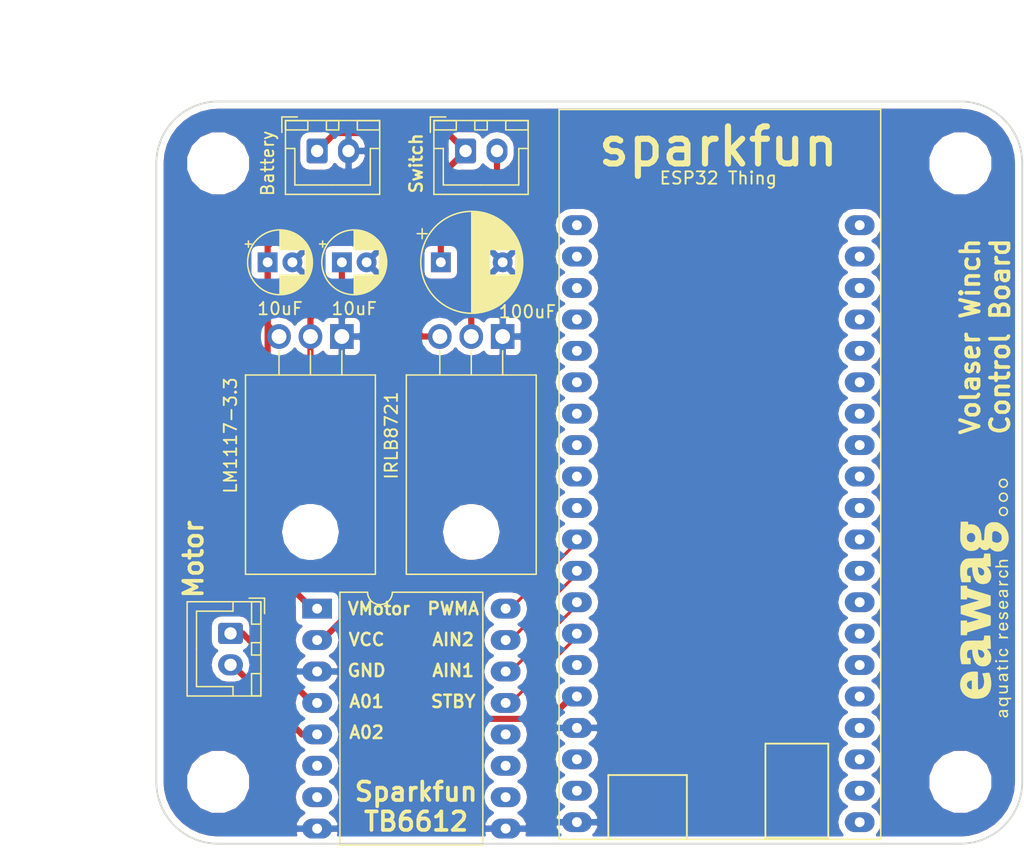
<source format=kicad_pcb>
(kicad_pcb (version 20171130) (host pcbnew "(5.0.1-3-g963ef8bb5)")

  (general
    (thickness 1.6)
    (drawings 23)
    (tracks 63)
    (zones 0)
    (modules 15)
    (nets 50)
  )

  (page A4)
  (layers
    (0 F.Cu signal)
    (31 B.Cu signal)
    (32 B.Adhes user)
    (33 F.Adhes user)
    (34 B.Paste user)
    (35 F.Paste user)
    (36 B.SilkS user)
    (37 F.SilkS user)
    (38 B.Mask user)
    (39 F.Mask user)
    (40 Dwgs.User user)
    (41 Cmts.User user)
    (42 Eco1.User user)
    (43 Eco2.User user)
    (44 Edge.Cuts user)
    (45 Margin user)
    (46 B.CrtYd user)
    (47 F.CrtYd user)
    (48 B.Fab user)
    (49 F.Fab user)
  )

  (setup
    (last_trace_width 0.25)
    (trace_clearance 0.2)
    (zone_clearance 0.508)
    (zone_45_only no)
    (trace_min 0.2)
    (segment_width 0.2)
    (edge_width 0.15)
    (via_size 0.8)
    (via_drill 0.4)
    (via_min_size 0.4)
    (via_min_drill 0.3)
    (uvia_size 0.3)
    (uvia_drill 0.1)
    (uvias_allowed no)
    (uvia_min_size 0.2)
    (uvia_min_drill 0.1)
    (pcb_text_width 0.3)
    (pcb_text_size 1.5 1.5)
    (mod_edge_width 0.15)
    (mod_text_size 1 1)
    (mod_text_width 0.15)
    (pad_size 1.524 1.524)
    (pad_drill 0.762)
    (pad_to_mask_clearance 0.051)
    (solder_mask_min_width 0.25)
    (aux_axis_origin 0 0)
    (visible_elements FFFFFF7F)
    (pcbplotparams
      (layerselection 0x010fc_ffffffff)
      (usegerberextensions false)
      (usegerberattributes false)
      (usegerberadvancedattributes false)
      (creategerberjobfile false)
      (excludeedgelayer true)
      (linewidth 0.100000)
      (plotframeref false)
      (viasonmask false)
      (mode 1)
      (useauxorigin false)
      (hpglpennumber 1)
      (hpglpenspeed 20)
      (hpglpendiameter 15.000000)
      (psnegative false)
      (psa4output false)
      (plotreference true)
      (plotvalue true)
      (plotinvisibletext false)
      (padsonsilk false)
      (subtractmaskfromsilk false)
      (outputformat 1)
      (mirror false)
      (drillshape 0)
      (scaleselection 1)
      (outputdirectory "gerber/"))
  )

  (net 0 "")
  (net 1 "Net-(BT1-Pad1)")
  (net 2 GND)
  (net 3 +BATT)
  (net 4 +3V3)
  (net 5 /AO1)
  (net 6 /AO2)
  (net 7 "Net-(Q1-Pad2)")
  (net 8 "Net-(U1-Pad10)")
  (net 9 "Net-(U1-Pad11)")
  (net 10 "Net-(U1-Pad12)")
  (net 11 "Net-(U1-Pad13)")
  (net 12 "Net-(U1-Pad6)")
  (net 13 "Net-(U1-Pad14)")
  (net 14 "Net-(U1-Pad7)")
  (net 15 "Net-(U1-Pad15)")
  (net 16 "Net-(U1-Pad16)")
  (net 17 "Net-(U2-Pad2)")
  (net 18 "Net-(U2-Pad3)")
  (net 19 "Net-(U2-Pad6)")
  (net 20 "Net-(U2-Pad11)")
  (net 21 "Net-(U2-Pad12)")
  (net 22 "Net-(U2-Pad13)")
  (net 23 "Net-(U2-Pad14)")
  (net 24 "Net-(U2-Pad15)")
  (net 25 "Net-(U2-Pad16)")
  (net 26 "Net-(U2-Pad17)")
  (net 27 "Net-(U2-Pad18)")
  (net 28 "Net-(U2-Pad19)")
  (net 29 "Net-(U2-Pad20)")
  (net 30 "Net-(U2-Pad21)")
  (net 31 "Net-(U2-Pad22)")
  (net 32 "Net-(U2-Pad23)")
  (net 33 "Net-(U2-Pad24)")
  (net 34 "Net-(U2-Pad25)")
  (net 35 "Net-(U2-Pad26)")
  (net 36 "Net-(U2-Pad27)")
  (net 37 "Net-(U2-Pad28)")
  (net 38 "Net-(U2-Pad29)")
  (net 39 "Net-(U2-Pad30)")
  (net 40 "Net-(U2-Pad31)")
  (net 41 "Net-(U2-Pad32)")
  (net 42 "Net-(U2-Pad33)")
  (net 43 "Net-(U2-Pad34)")
  (net 44 "Net-(U2-Pad35)")
  (net 45 "Net-(U2-Pad36)")
  (net 46 "Net-(U2-Pad37)")
  (net 47 "Net-(U2-Pad38)")
  (net 48 "Net-(U2-Pad39)")
  (net 49 "Net-(U2-Pad40)")

  (net_class Default "This is the default net class."
    (clearance 0.2)
    (trace_width 0.25)
    (via_dia 0.8)
    (via_drill 0.4)
    (uvia_dia 0.3)
    (uvia_drill 0.1)
    (add_net "Net-(U1-Pad10)")
    (add_net "Net-(U1-Pad11)")
    (add_net "Net-(U1-Pad12)")
    (add_net "Net-(U1-Pad13)")
    (add_net "Net-(U1-Pad14)")
    (add_net "Net-(U1-Pad15)")
    (add_net "Net-(U1-Pad16)")
    (add_net "Net-(U1-Pad6)")
    (add_net "Net-(U1-Pad7)")
    (add_net "Net-(U2-Pad11)")
    (add_net "Net-(U2-Pad12)")
    (add_net "Net-(U2-Pad13)")
    (add_net "Net-(U2-Pad14)")
    (add_net "Net-(U2-Pad15)")
    (add_net "Net-(U2-Pad16)")
    (add_net "Net-(U2-Pad17)")
    (add_net "Net-(U2-Pad18)")
    (add_net "Net-(U2-Pad19)")
    (add_net "Net-(U2-Pad2)")
    (add_net "Net-(U2-Pad20)")
    (add_net "Net-(U2-Pad21)")
    (add_net "Net-(U2-Pad22)")
    (add_net "Net-(U2-Pad23)")
    (add_net "Net-(U2-Pad24)")
    (add_net "Net-(U2-Pad25)")
    (add_net "Net-(U2-Pad26)")
    (add_net "Net-(U2-Pad27)")
    (add_net "Net-(U2-Pad28)")
    (add_net "Net-(U2-Pad29)")
    (add_net "Net-(U2-Pad3)")
    (add_net "Net-(U2-Pad30)")
    (add_net "Net-(U2-Pad31)")
    (add_net "Net-(U2-Pad32)")
    (add_net "Net-(U2-Pad33)")
    (add_net "Net-(U2-Pad34)")
    (add_net "Net-(U2-Pad35)")
    (add_net "Net-(U2-Pad36)")
    (add_net "Net-(U2-Pad37)")
    (add_net "Net-(U2-Pad38)")
    (add_net "Net-(U2-Pad39)")
    (add_net "Net-(U2-Pad40)")
    (add_net "Net-(U2-Pad6)")
  )

  (net_class power ""
    (clearance 0.2)
    (trace_width 0.5)
    (via_dia 0.8)
    (via_drill 0.4)
    (uvia_dia 0.3)
    (uvia_drill 0.1)
    (add_net +3V3)
    (add_net +BATT)
    (add_net /AO1)
    (add_net /AO2)
    (add_net GND)
    (add_net "Net-(BT1-Pad1)")
    (add_net "Net-(Q1-Pad2)")
  )

  (module volaser:JST_XH_B02B-XH-A_1x02_P2.54mm_Vertical (layer F.Cu) (tedit 5BF08E9D) (tstamp 5BF33694)
    (at 113 74)
    (descr "JST XH series connector, B02B-XH-A (http://www.jst-mfg.com/product/pdf/eng/eXH.pdf), generated with kicad-footprint-generator")
    (tags "connector JST XH side entry")
    (path /5BF30B59)
    (fp_text reference BT1 (at 1.25 -3.55) (layer F.SilkS) hide
      (effects (font (size 1 1) (thickness 0.15)))
    )
    (fp_text value Battery (at -4 1 90) (layer F.SilkS)
      (effects (font (size 1 1) (thickness 0.15)))
    )
    (fp_line (start -2.45 -2.35) (end -2.45 3.4) (layer F.Fab) (width 0.1))
    (fp_line (start -2.45 3.4) (end 4.95 3.4) (layer F.Fab) (width 0.1))
    (fp_line (start 4.95 3.4) (end 4.95 -2.35) (layer F.Fab) (width 0.1))
    (fp_line (start 4.95 -2.35) (end -2.45 -2.35) (layer F.Fab) (width 0.1))
    (fp_line (start -2.56 -2.46) (end -2.56 3.51) (layer F.SilkS) (width 0.12))
    (fp_line (start -2.56 3.51) (end 5.06 3.51) (layer F.SilkS) (width 0.12))
    (fp_line (start 5.06 3.51) (end 5.06 -2.46) (layer F.SilkS) (width 0.12))
    (fp_line (start 5.06 -2.46) (end -2.56 -2.46) (layer F.SilkS) (width 0.12))
    (fp_line (start -2.95 -2.85) (end -2.95 3.9) (layer F.CrtYd) (width 0.05))
    (fp_line (start -2.95 3.9) (end 5.45 3.9) (layer F.CrtYd) (width 0.05))
    (fp_line (start 5.45 3.9) (end 5.45 -2.85) (layer F.CrtYd) (width 0.05))
    (fp_line (start 5.45 -2.85) (end -2.95 -2.85) (layer F.CrtYd) (width 0.05))
    (fp_line (start -0.625 -2.35) (end 0 -1.35) (layer F.Fab) (width 0.1))
    (fp_line (start 0 -1.35) (end 0.625 -2.35) (layer F.Fab) (width 0.1))
    (fp_line (start 0.75 -2.45) (end 0.75 -1.7) (layer F.SilkS) (width 0.12))
    (fp_line (start 0.75 -1.7) (end 1.75 -1.7) (layer F.SilkS) (width 0.12))
    (fp_line (start 1.75 -1.7) (end 1.75 -2.45) (layer F.SilkS) (width 0.12))
    (fp_line (start 1.75 -2.45) (end 0.75 -2.45) (layer F.SilkS) (width 0.12))
    (fp_line (start -2.55 -2.45) (end -2.55 -1.7) (layer F.SilkS) (width 0.12))
    (fp_line (start -2.55 -1.7) (end -0.75 -1.7) (layer F.SilkS) (width 0.12))
    (fp_line (start -0.75 -1.7) (end -0.75 -2.45) (layer F.SilkS) (width 0.12))
    (fp_line (start -0.75 -2.45) (end -2.55 -2.45) (layer F.SilkS) (width 0.12))
    (fp_line (start 3.25 -2.45) (end 3.25 -1.7) (layer F.SilkS) (width 0.12))
    (fp_line (start 3.25 -1.7) (end 5.05 -1.7) (layer F.SilkS) (width 0.12))
    (fp_line (start 5.05 -1.7) (end 5.05 -2.45) (layer F.SilkS) (width 0.12))
    (fp_line (start 5.05 -2.45) (end 3.25 -2.45) (layer F.SilkS) (width 0.12))
    (fp_line (start -2.55 -0.2) (end -1.8 -0.2) (layer F.SilkS) (width 0.12))
    (fp_line (start -1.8 -0.2) (end -1.8 2.75) (layer F.SilkS) (width 0.12))
    (fp_line (start -1.8 2.75) (end 1.25 2.75) (layer F.SilkS) (width 0.12))
    (fp_line (start 5.05 -0.2) (end 4.3 -0.2) (layer F.SilkS) (width 0.12))
    (fp_line (start 4.3 -0.2) (end 4.3 2.75) (layer F.SilkS) (width 0.12))
    (fp_line (start 4.3 2.75) (end 1.25 2.75) (layer F.SilkS) (width 0.12))
    (fp_line (start -1.6 -2.75) (end -2.85 -2.75) (layer F.SilkS) (width 0.12))
    (fp_line (start -2.85 -2.75) (end -2.85 -1.5) (layer F.SilkS) (width 0.12))
    (fp_text user %R (at 1.25 2.7) (layer F.Fab)
      (effects (font (size 1 1) (thickness 0.15)))
    )
    (pad 1 thru_hole roundrect (at 0 0) (size 1.7 2) (drill 1) (layers *.Cu *.Mask) (roundrect_rratio 0.147059)
      (net 1 "Net-(BT1-Pad1)"))
    (pad 2 thru_hole oval (at 2.54 0) (size 1.7 2) (drill 1) (layers *.Cu *.Mask)
      (net 2 GND))
    (model ${KISYS3DMOD}/Connector_JST.3dshapes/JST_XH_B02B-XH-A_1x02_P2.50mm_Vertical.wrl
      (at (xyz 0 0 0))
      (scale (xyz 1 1 1))
      (rotate (xyz 0 0 0))
    )
  )

  (module Capacitor_THT:CP_Radial_D8.0mm_P5.00mm (layer F.Cu) (tedit 5BF08ED8) (tstamp 5BF3373D)
    (at 123 83)
    (descr "CP, Radial series, Radial, pin pitch=5.00mm, , diameter=8mm, Electrolytic Capacitor")
    (tags "CP Radial series Radial pin pitch 5.00mm  diameter 8mm Electrolytic Capacitor")
    (path /5BF3A29D)
    (fp_text reference C1 (at 2.5 -5.25) (layer F.SilkS) hide
      (effects (font (size 1 1) (thickness 0.15)))
    )
    (fp_text value 100uF (at 7 4) (layer F.SilkS)
      (effects (font (size 1 1) (thickness 0.15)))
    )
    (fp_circle (center 2.5 0) (end 6.5 0) (layer F.Fab) (width 0.1))
    (fp_circle (center 2.5 0) (end 6.62 0) (layer F.SilkS) (width 0.12))
    (fp_circle (center 2.5 0) (end 6.75 0) (layer F.CrtYd) (width 0.05))
    (fp_line (start -0.926759 -1.7475) (end -0.126759 -1.7475) (layer F.Fab) (width 0.1))
    (fp_line (start -0.526759 -2.1475) (end -0.526759 -1.3475) (layer F.Fab) (width 0.1))
    (fp_line (start 2.5 -4.08) (end 2.5 4.08) (layer F.SilkS) (width 0.12))
    (fp_line (start 2.54 -4.08) (end 2.54 4.08) (layer F.SilkS) (width 0.12))
    (fp_line (start 2.58 -4.08) (end 2.58 4.08) (layer F.SilkS) (width 0.12))
    (fp_line (start 2.62 -4.079) (end 2.62 4.079) (layer F.SilkS) (width 0.12))
    (fp_line (start 2.66 -4.077) (end 2.66 4.077) (layer F.SilkS) (width 0.12))
    (fp_line (start 2.7 -4.076) (end 2.7 4.076) (layer F.SilkS) (width 0.12))
    (fp_line (start 2.74 -4.074) (end 2.74 4.074) (layer F.SilkS) (width 0.12))
    (fp_line (start 2.78 -4.071) (end 2.78 4.071) (layer F.SilkS) (width 0.12))
    (fp_line (start 2.82 -4.068) (end 2.82 4.068) (layer F.SilkS) (width 0.12))
    (fp_line (start 2.86 -4.065) (end 2.86 4.065) (layer F.SilkS) (width 0.12))
    (fp_line (start 2.9 -4.061) (end 2.9 4.061) (layer F.SilkS) (width 0.12))
    (fp_line (start 2.94 -4.057) (end 2.94 4.057) (layer F.SilkS) (width 0.12))
    (fp_line (start 2.98 -4.052) (end 2.98 4.052) (layer F.SilkS) (width 0.12))
    (fp_line (start 3.02 -4.048) (end 3.02 4.048) (layer F.SilkS) (width 0.12))
    (fp_line (start 3.06 -4.042) (end 3.06 4.042) (layer F.SilkS) (width 0.12))
    (fp_line (start 3.1 -4.037) (end 3.1 4.037) (layer F.SilkS) (width 0.12))
    (fp_line (start 3.14 -4.03) (end 3.14 4.03) (layer F.SilkS) (width 0.12))
    (fp_line (start 3.18 -4.024) (end 3.18 4.024) (layer F.SilkS) (width 0.12))
    (fp_line (start 3.221 -4.017) (end 3.221 4.017) (layer F.SilkS) (width 0.12))
    (fp_line (start 3.261 -4.01) (end 3.261 4.01) (layer F.SilkS) (width 0.12))
    (fp_line (start 3.301 -4.002) (end 3.301 4.002) (layer F.SilkS) (width 0.12))
    (fp_line (start 3.341 -3.994) (end 3.341 3.994) (layer F.SilkS) (width 0.12))
    (fp_line (start 3.381 -3.985) (end 3.381 3.985) (layer F.SilkS) (width 0.12))
    (fp_line (start 3.421 -3.976) (end 3.421 3.976) (layer F.SilkS) (width 0.12))
    (fp_line (start 3.461 -3.967) (end 3.461 3.967) (layer F.SilkS) (width 0.12))
    (fp_line (start 3.501 -3.957) (end 3.501 3.957) (layer F.SilkS) (width 0.12))
    (fp_line (start 3.541 -3.947) (end 3.541 3.947) (layer F.SilkS) (width 0.12))
    (fp_line (start 3.581 -3.936) (end 3.581 3.936) (layer F.SilkS) (width 0.12))
    (fp_line (start 3.621 -3.925) (end 3.621 3.925) (layer F.SilkS) (width 0.12))
    (fp_line (start 3.661 -3.914) (end 3.661 3.914) (layer F.SilkS) (width 0.12))
    (fp_line (start 3.701 -3.902) (end 3.701 3.902) (layer F.SilkS) (width 0.12))
    (fp_line (start 3.741 -3.889) (end 3.741 3.889) (layer F.SilkS) (width 0.12))
    (fp_line (start 3.781 -3.877) (end 3.781 3.877) (layer F.SilkS) (width 0.12))
    (fp_line (start 3.821 -3.863) (end 3.821 3.863) (layer F.SilkS) (width 0.12))
    (fp_line (start 3.861 -3.85) (end 3.861 3.85) (layer F.SilkS) (width 0.12))
    (fp_line (start 3.901 -3.835) (end 3.901 3.835) (layer F.SilkS) (width 0.12))
    (fp_line (start 3.941 -3.821) (end 3.941 3.821) (layer F.SilkS) (width 0.12))
    (fp_line (start 3.981 -3.805) (end 3.981 -1.04) (layer F.SilkS) (width 0.12))
    (fp_line (start 3.981 1.04) (end 3.981 3.805) (layer F.SilkS) (width 0.12))
    (fp_line (start 4.021 -3.79) (end 4.021 -1.04) (layer F.SilkS) (width 0.12))
    (fp_line (start 4.021 1.04) (end 4.021 3.79) (layer F.SilkS) (width 0.12))
    (fp_line (start 4.061 -3.774) (end 4.061 -1.04) (layer F.SilkS) (width 0.12))
    (fp_line (start 4.061 1.04) (end 4.061 3.774) (layer F.SilkS) (width 0.12))
    (fp_line (start 4.101 -3.757) (end 4.101 -1.04) (layer F.SilkS) (width 0.12))
    (fp_line (start 4.101 1.04) (end 4.101 3.757) (layer F.SilkS) (width 0.12))
    (fp_line (start 4.141 -3.74) (end 4.141 -1.04) (layer F.SilkS) (width 0.12))
    (fp_line (start 4.141 1.04) (end 4.141 3.74) (layer F.SilkS) (width 0.12))
    (fp_line (start 4.181 -3.722) (end 4.181 -1.04) (layer F.SilkS) (width 0.12))
    (fp_line (start 4.181 1.04) (end 4.181 3.722) (layer F.SilkS) (width 0.12))
    (fp_line (start 4.221 -3.704) (end 4.221 -1.04) (layer F.SilkS) (width 0.12))
    (fp_line (start 4.221 1.04) (end 4.221 3.704) (layer F.SilkS) (width 0.12))
    (fp_line (start 4.261 -3.686) (end 4.261 -1.04) (layer F.SilkS) (width 0.12))
    (fp_line (start 4.261 1.04) (end 4.261 3.686) (layer F.SilkS) (width 0.12))
    (fp_line (start 4.301 -3.666) (end 4.301 -1.04) (layer F.SilkS) (width 0.12))
    (fp_line (start 4.301 1.04) (end 4.301 3.666) (layer F.SilkS) (width 0.12))
    (fp_line (start 4.341 -3.647) (end 4.341 -1.04) (layer F.SilkS) (width 0.12))
    (fp_line (start 4.341 1.04) (end 4.341 3.647) (layer F.SilkS) (width 0.12))
    (fp_line (start 4.381 -3.627) (end 4.381 -1.04) (layer F.SilkS) (width 0.12))
    (fp_line (start 4.381 1.04) (end 4.381 3.627) (layer F.SilkS) (width 0.12))
    (fp_line (start 4.421 -3.606) (end 4.421 -1.04) (layer F.SilkS) (width 0.12))
    (fp_line (start 4.421 1.04) (end 4.421 3.606) (layer F.SilkS) (width 0.12))
    (fp_line (start 4.461 -3.584) (end 4.461 -1.04) (layer F.SilkS) (width 0.12))
    (fp_line (start 4.461 1.04) (end 4.461 3.584) (layer F.SilkS) (width 0.12))
    (fp_line (start 4.501 -3.562) (end 4.501 -1.04) (layer F.SilkS) (width 0.12))
    (fp_line (start 4.501 1.04) (end 4.501 3.562) (layer F.SilkS) (width 0.12))
    (fp_line (start 4.541 -3.54) (end 4.541 -1.04) (layer F.SilkS) (width 0.12))
    (fp_line (start 4.541 1.04) (end 4.541 3.54) (layer F.SilkS) (width 0.12))
    (fp_line (start 4.581 -3.517) (end 4.581 -1.04) (layer F.SilkS) (width 0.12))
    (fp_line (start 4.581 1.04) (end 4.581 3.517) (layer F.SilkS) (width 0.12))
    (fp_line (start 4.621 -3.493) (end 4.621 -1.04) (layer F.SilkS) (width 0.12))
    (fp_line (start 4.621 1.04) (end 4.621 3.493) (layer F.SilkS) (width 0.12))
    (fp_line (start 4.661 -3.469) (end 4.661 -1.04) (layer F.SilkS) (width 0.12))
    (fp_line (start 4.661 1.04) (end 4.661 3.469) (layer F.SilkS) (width 0.12))
    (fp_line (start 4.701 -3.444) (end 4.701 -1.04) (layer F.SilkS) (width 0.12))
    (fp_line (start 4.701 1.04) (end 4.701 3.444) (layer F.SilkS) (width 0.12))
    (fp_line (start 4.741 -3.418) (end 4.741 -1.04) (layer F.SilkS) (width 0.12))
    (fp_line (start 4.741 1.04) (end 4.741 3.418) (layer F.SilkS) (width 0.12))
    (fp_line (start 4.781 -3.392) (end 4.781 -1.04) (layer F.SilkS) (width 0.12))
    (fp_line (start 4.781 1.04) (end 4.781 3.392) (layer F.SilkS) (width 0.12))
    (fp_line (start 4.821 -3.365) (end 4.821 -1.04) (layer F.SilkS) (width 0.12))
    (fp_line (start 4.821 1.04) (end 4.821 3.365) (layer F.SilkS) (width 0.12))
    (fp_line (start 4.861 -3.338) (end 4.861 -1.04) (layer F.SilkS) (width 0.12))
    (fp_line (start 4.861 1.04) (end 4.861 3.338) (layer F.SilkS) (width 0.12))
    (fp_line (start 4.901 -3.309) (end 4.901 -1.04) (layer F.SilkS) (width 0.12))
    (fp_line (start 4.901 1.04) (end 4.901 3.309) (layer F.SilkS) (width 0.12))
    (fp_line (start 4.941 -3.28) (end 4.941 -1.04) (layer F.SilkS) (width 0.12))
    (fp_line (start 4.941 1.04) (end 4.941 3.28) (layer F.SilkS) (width 0.12))
    (fp_line (start 4.981 -3.25) (end 4.981 -1.04) (layer F.SilkS) (width 0.12))
    (fp_line (start 4.981 1.04) (end 4.981 3.25) (layer F.SilkS) (width 0.12))
    (fp_line (start 5.021 -3.22) (end 5.021 -1.04) (layer F.SilkS) (width 0.12))
    (fp_line (start 5.021 1.04) (end 5.021 3.22) (layer F.SilkS) (width 0.12))
    (fp_line (start 5.061 -3.189) (end 5.061 -1.04) (layer F.SilkS) (width 0.12))
    (fp_line (start 5.061 1.04) (end 5.061 3.189) (layer F.SilkS) (width 0.12))
    (fp_line (start 5.101 -3.156) (end 5.101 -1.04) (layer F.SilkS) (width 0.12))
    (fp_line (start 5.101 1.04) (end 5.101 3.156) (layer F.SilkS) (width 0.12))
    (fp_line (start 5.141 -3.124) (end 5.141 -1.04) (layer F.SilkS) (width 0.12))
    (fp_line (start 5.141 1.04) (end 5.141 3.124) (layer F.SilkS) (width 0.12))
    (fp_line (start 5.181 -3.09) (end 5.181 -1.04) (layer F.SilkS) (width 0.12))
    (fp_line (start 5.181 1.04) (end 5.181 3.09) (layer F.SilkS) (width 0.12))
    (fp_line (start 5.221 -3.055) (end 5.221 -1.04) (layer F.SilkS) (width 0.12))
    (fp_line (start 5.221 1.04) (end 5.221 3.055) (layer F.SilkS) (width 0.12))
    (fp_line (start 5.261 -3.019) (end 5.261 -1.04) (layer F.SilkS) (width 0.12))
    (fp_line (start 5.261 1.04) (end 5.261 3.019) (layer F.SilkS) (width 0.12))
    (fp_line (start 5.301 -2.983) (end 5.301 -1.04) (layer F.SilkS) (width 0.12))
    (fp_line (start 5.301 1.04) (end 5.301 2.983) (layer F.SilkS) (width 0.12))
    (fp_line (start 5.341 -2.945) (end 5.341 -1.04) (layer F.SilkS) (width 0.12))
    (fp_line (start 5.341 1.04) (end 5.341 2.945) (layer F.SilkS) (width 0.12))
    (fp_line (start 5.381 -2.907) (end 5.381 -1.04) (layer F.SilkS) (width 0.12))
    (fp_line (start 5.381 1.04) (end 5.381 2.907) (layer F.SilkS) (width 0.12))
    (fp_line (start 5.421 -2.867) (end 5.421 -1.04) (layer F.SilkS) (width 0.12))
    (fp_line (start 5.421 1.04) (end 5.421 2.867) (layer F.SilkS) (width 0.12))
    (fp_line (start 5.461 -2.826) (end 5.461 -1.04) (layer F.SilkS) (width 0.12))
    (fp_line (start 5.461 1.04) (end 5.461 2.826) (layer F.SilkS) (width 0.12))
    (fp_line (start 5.501 -2.784) (end 5.501 -1.04) (layer F.SilkS) (width 0.12))
    (fp_line (start 5.501 1.04) (end 5.501 2.784) (layer F.SilkS) (width 0.12))
    (fp_line (start 5.541 -2.741) (end 5.541 -1.04) (layer F.SilkS) (width 0.12))
    (fp_line (start 5.541 1.04) (end 5.541 2.741) (layer F.SilkS) (width 0.12))
    (fp_line (start 5.581 -2.697) (end 5.581 -1.04) (layer F.SilkS) (width 0.12))
    (fp_line (start 5.581 1.04) (end 5.581 2.697) (layer F.SilkS) (width 0.12))
    (fp_line (start 5.621 -2.651) (end 5.621 -1.04) (layer F.SilkS) (width 0.12))
    (fp_line (start 5.621 1.04) (end 5.621 2.651) (layer F.SilkS) (width 0.12))
    (fp_line (start 5.661 -2.604) (end 5.661 -1.04) (layer F.SilkS) (width 0.12))
    (fp_line (start 5.661 1.04) (end 5.661 2.604) (layer F.SilkS) (width 0.12))
    (fp_line (start 5.701 -2.556) (end 5.701 -1.04) (layer F.SilkS) (width 0.12))
    (fp_line (start 5.701 1.04) (end 5.701 2.556) (layer F.SilkS) (width 0.12))
    (fp_line (start 5.741 -2.505) (end 5.741 -1.04) (layer F.SilkS) (width 0.12))
    (fp_line (start 5.741 1.04) (end 5.741 2.505) (layer F.SilkS) (width 0.12))
    (fp_line (start 5.781 -2.454) (end 5.781 -1.04) (layer F.SilkS) (width 0.12))
    (fp_line (start 5.781 1.04) (end 5.781 2.454) (layer F.SilkS) (width 0.12))
    (fp_line (start 5.821 -2.4) (end 5.821 -1.04) (layer F.SilkS) (width 0.12))
    (fp_line (start 5.821 1.04) (end 5.821 2.4) (layer F.SilkS) (width 0.12))
    (fp_line (start 5.861 -2.345) (end 5.861 -1.04) (layer F.SilkS) (width 0.12))
    (fp_line (start 5.861 1.04) (end 5.861 2.345) (layer F.SilkS) (width 0.12))
    (fp_line (start 5.901 -2.287) (end 5.901 -1.04) (layer F.SilkS) (width 0.12))
    (fp_line (start 5.901 1.04) (end 5.901 2.287) (layer F.SilkS) (width 0.12))
    (fp_line (start 5.941 -2.228) (end 5.941 -1.04) (layer F.SilkS) (width 0.12))
    (fp_line (start 5.941 1.04) (end 5.941 2.228) (layer F.SilkS) (width 0.12))
    (fp_line (start 5.981 -2.166) (end 5.981 -1.04) (layer F.SilkS) (width 0.12))
    (fp_line (start 5.981 1.04) (end 5.981 2.166) (layer F.SilkS) (width 0.12))
    (fp_line (start 6.021 -2.102) (end 6.021 -1.04) (layer F.SilkS) (width 0.12))
    (fp_line (start 6.021 1.04) (end 6.021 2.102) (layer F.SilkS) (width 0.12))
    (fp_line (start 6.061 -2.034) (end 6.061 2.034) (layer F.SilkS) (width 0.12))
    (fp_line (start 6.101 -1.964) (end 6.101 1.964) (layer F.SilkS) (width 0.12))
    (fp_line (start 6.141 -1.89) (end 6.141 1.89) (layer F.SilkS) (width 0.12))
    (fp_line (start 6.181 -1.813) (end 6.181 1.813) (layer F.SilkS) (width 0.12))
    (fp_line (start 6.221 -1.731) (end 6.221 1.731) (layer F.SilkS) (width 0.12))
    (fp_line (start 6.261 -1.645) (end 6.261 1.645) (layer F.SilkS) (width 0.12))
    (fp_line (start 6.301 -1.552) (end 6.301 1.552) (layer F.SilkS) (width 0.12))
    (fp_line (start 6.341 -1.453) (end 6.341 1.453) (layer F.SilkS) (width 0.12))
    (fp_line (start 6.381 -1.346) (end 6.381 1.346) (layer F.SilkS) (width 0.12))
    (fp_line (start 6.421 -1.229) (end 6.421 1.229) (layer F.SilkS) (width 0.12))
    (fp_line (start 6.461 -1.098) (end 6.461 1.098) (layer F.SilkS) (width 0.12))
    (fp_line (start 6.501 -0.948) (end 6.501 0.948) (layer F.SilkS) (width 0.12))
    (fp_line (start 6.541 -0.768) (end 6.541 0.768) (layer F.SilkS) (width 0.12))
    (fp_line (start 6.581 -0.533) (end 6.581 0.533) (layer F.SilkS) (width 0.12))
    (fp_line (start -1.909698 -2.315) (end -1.109698 -2.315) (layer F.SilkS) (width 0.12))
    (fp_line (start -1.509698 -2.715) (end -1.509698 -1.915) (layer F.SilkS) (width 0.12))
    (fp_text user %R (at 2.5 0) (layer F.Fab)
      (effects (font (size 1 1) (thickness 0.15)))
    )
    (pad 1 thru_hole rect (at 0 0) (size 1.6 1.6) (drill 0.8) (layers *.Cu *.Mask)
      (net 1 "Net-(BT1-Pad1)"))
    (pad 2 thru_hole circle (at 5 0) (size 1.6 1.6) (drill 0.8) (layers *.Cu *.Mask)
      (net 2 GND))
    (model ${KISYS3DMOD}/Capacitor_THT.3dshapes/CP_Radial_D8.0mm_P5.00mm.wrl
      (at (xyz 0 0 0))
      (scale (xyz 1 1 1))
      (rotate (xyz 0 0 0))
    )
  )

  (module Capacitor_THT:CP_Radial_D5.0mm_P2.00mm (layer F.Cu) (tedit 5BF08E6A) (tstamp 5BF337C0)
    (at 109 83)
    (descr "CP, Radial series, Radial, pin pitch=2.00mm, , diameter=5mm, Electrolytic Capacitor")
    (tags "CP Radial series Radial pin pitch 2.00mm  diameter 5mm Electrolytic Capacitor")
    (path /5BF32077)
    (fp_text reference C2 (at 1 -3.75) (layer F.SilkS) hide
      (effects (font (size 1 1) (thickness 0.15)))
    )
    (fp_text value 10uF (at 1 3.75) (layer F.SilkS)
      (effects (font (size 1 1) (thickness 0.15)))
    )
    (fp_text user %R (at 1 0) (layer F.Fab)
      (effects (font (size 1 1) (thickness 0.15)))
    )
    (fp_line (start -1.554775 -1.725) (end -1.554775 -1.225) (layer F.SilkS) (width 0.12))
    (fp_line (start -1.804775 -1.475) (end -1.304775 -1.475) (layer F.SilkS) (width 0.12))
    (fp_line (start 3.601 -0.284) (end 3.601 0.284) (layer F.SilkS) (width 0.12))
    (fp_line (start 3.561 -0.518) (end 3.561 0.518) (layer F.SilkS) (width 0.12))
    (fp_line (start 3.521 -0.677) (end 3.521 0.677) (layer F.SilkS) (width 0.12))
    (fp_line (start 3.481 -0.805) (end 3.481 0.805) (layer F.SilkS) (width 0.12))
    (fp_line (start 3.441 -0.915) (end 3.441 0.915) (layer F.SilkS) (width 0.12))
    (fp_line (start 3.401 -1.011) (end 3.401 1.011) (layer F.SilkS) (width 0.12))
    (fp_line (start 3.361 -1.098) (end 3.361 1.098) (layer F.SilkS) (width 0.12))
    (fp_line (start 3.321 -1.178) (end 3.321 1.178) (layer F.SilkS) (width 0.12))
    (fp_line (start 3.281 -1.251) (end 3.281 1.251) (layer F.SilkS) (width 0.12))
    (fp_line (start 3.241 -1.319) (end 3.241 1.319) (layer F.SilkS) (width 0.12))
    (fp_line (start 3.201 -1.383) (end 3.201 1.383) (layer F.SilkS) (width 0.12))
    (fp_line (start 3.161 -1.443) (end 3.161 1.443) (layer F.SilkS) (width 0.12))
    (fp_line (start 3.121 -1.5) (end 3.121 1.5) (layer F.SilkS) (width 0.12))
    (fp_line (start 3.081 -1.554) (end 3.081 1.554) (layer F.SilkS) (width 0.12))
    (fp_line (start 3.041 -1.605) (end 3.041 1.605) (layer F.SilkS) (width 0.12))
    (fp_line (start 3.001 1.04) (end 3.001 1.653) (layer F.SilkS) (width 0.12))
    (fp_line (start 3.001 -1.653) (end 3.001 -1.04) (layer F.SilkS) (width 0.12))
    (fp_line (start 2.961 1.04) (end 2.961 1.699) (layer F.SilkS) (width 0.12))
    (fp_line (start 2.961 -1.699) (end 2.961 -1.04) (layer F.SilkS) (width 0.12))
    (fp_line (start 2.921 1.04) (end 2.921 1.743) (layer F.SilkS) (width 0.12))
    (fp_line (start 2.921 -1.743) (end 2.921 -1.04) (layer F.SilkS) (width 0.12))
    (fp_line (start 2.881 1.04) (end 2.881 1.785) (layer F.SilkS) (width 0.12))
    (fp_line (start 2.881 -1.785) (end 2.881 -1.04) (layer F.SilkS) (width 0.12))
    (fp_line (start 2.841 1.04) (end 2.841 1.826) (layer F.SilkS) (width 0.12))
    (fp_line (start 2.841 -1.826) (end 2.841 -1.04) (layer F.SilkS) (width 0.12))
    (fp_line (start 2.801 1.04) (end 2.801 1.864) (layer F.SilkS) (width 0.12))
    (fp_line (start 2.801 -1.864) (end 2.801 -1.04) (layer F.SilkS) (width 0.12))
    (fp_line (start 2.761 1.04) (end 2.761 1.901) (layer F.SilkS) (width 0.12))
    (fp_line (start 2.761 -1.901) (end 2.761 -1.04) (layer F.SilkS) (width 0.12))
    (fp_line (start 2.721 1.04) (end 2.721 1.937) (layer F.SilkS) (width 0.12))
    (fp_line (start 2.721 -1.937) (end 2.721 -1.04) (layer F.SilkS) (width 0.12))
    (fp_line (start 2.681 1.04) (end 2.681 1.971) (layer F.SilkS) (width 0.12))
    (fp_line (start 2.681 -1.971) (end 2.681 -1.04) (layer F.SilkS) (width 0.12))
    (fp_line (start 2.641 1.04) (end 2.641 2.004) (layer F.SilkS) (width 0.12))
    (fp_line (start 2.641 -2.004) (end 2.641 -1.04) (layer F.SilkS) (width 0.12))
    (fp_line (start 2.601 1.04) (end 2.601 2.035) (layer F.SilkS) (width 0.12))
    (fp_line (start 2.601 -2.035) (end 2.601 -1.04) (layer F.SilkS) (width 0.12))
    (fp_line (start 2.561 1.04) (end 2.561 2.065) (layer F.SilkS) (width 0.12))
    (fp_line (start 2.561 -2.065) (end 2.561 -1.04) (layer F.SilkS) (width 0.12))
    (fp_line (start 2.521 1.04) (end 2.521 2.095) (layer F.SilkS) (width 0.12))
    (fp_line (start 2.521 -2.095) (end 2.521 -1.04) (layer F.SilkS) (width 0.12))
    (fp_line (start 2.481 1.04) (end 2.481 2.122) (layer F.SilkS) (width 0.12))
    (fp_line (start 2.481 -2.122) (end 2.481 -1.04) (layer F.SilkS) (width 0.12))
    (fp_line (start 2.441 1.04) (end 2.441 2.149) (layer F.SilkS) (width 0.12))
    (fp_line (start 2.441 -2.149) (end 2.441 -1.04) (layer F.SilkS) (width 0.12))
    (fp_line (start 2.401 1.04) (end 2.401 2.175) (layer F.SilkS) (width 0.12))
    (fp_line (start 2.401 -2.175) (end 2.401 -1.04) (layer F.SilkS) (width 0.12))
    (fp_line (start 2.361 1.04) (end 2.361 2.2) (layer F.SilkS) (width 0.12))
    (fp_line (start 2.361 -2.2) (end 2.361 -1.04) (layer F.SilkS) (width 0.12))
    (fp_line (start 2.321 1.04) (end 2.321 2.224) (layer F.SilkS) (width 0.12))
    (fp_line (start 2.321 -2.224) (end 2.321 -1.04) (layer F.SilkS) (width 0.12))
    (fp_line (start 2.281 1.04) (end 2.281 2.247) (layer F.SilkS) (width 0.12))
    (fp_line (start 2.281 -2.247) (end 2.281 -1.04) (layer F.SilkS) (width 0.12))
    (fp_line (start 2.241 1.04) (end 2.241 2.268) (layer F.SilkS) (width 0.12))
    (fp_line (start 2.241 -2.268) (end 2.241 -1.04) (layer F.SilkS) (width 0.12))
    (fp_line (start 2.201 1.04) (end 2.201 2.29) (layer F.SilkS) (width 0.12))
    (fp_line (start 2.201 -2.29) (end 2.201 -1.04) (layer F.SilkS) (width 0.12))
    (fp_line (start 2.161 1.04) (end 2.161 2.31) (layer F.SilkS) (width 0.12))
    (fp_line (start 2.161 -2.31) (end 2.161 -1.04) (layer F.SilkS) (width 0.12))
    (fp_line (start 2.121 1.04) (end 2.121 2.329) (layer F.SilkS) (width 0.12))
    (fp_line (start 2.121 -2.329) (end 2.121 -1.04) (layer F.SilkS) (width 0.12))
    (fp_line (start 2.081 1.04) (end 2.081 2.348) (layer F.SilkS) (width 0.12))
    (fp_line (start 2.081 -2.348) (end 2.081 -1.04) (layer F.SilkS) (width 0.12))
    (fp_line (start 2.041 1.04) (end 2.041 2.365) (layer F.SilkS) (width 0.12))
    (fp_line (start 2.041 -2.365) (end 2.041 -1.04) (layer F.SilkS) (width 0.12))
    (fp_line (start 2.001 1.04) (end 2.001 2.382) (layer F.SilkS) (width 0.12))
    (fp_line (start 2.001 -2.382) (end 2.001 -1.04) (layer F.SilkS) (width 0.12))
    (fp_line (start 1.961 1.04) (end 1.961 2.398) (layer F.SilkS) (width 0.12))
    (fp_line (start 1.961 -2.398) (end 1.961 -1.04) (layer F.SilkS) (width 0.12))
    (fp_line (start 1.921 1.04) (end 1.921 2.414) (layer F.SilkS) (width 0.12))
    (fp_line (start 1.921 -2.414) (end 1.921 -1.04) (layer F.SilkS) (width 0.12))
    (fp_line (start 1.881 1.04) (end 1.881 2.428) (layer F.SilkS) (width 0.12))
    (fp_line (start 1.881 -2.428) (end 1.881 -1.04) (layer F.SilkS) (width 0.12))
    (fp_line (start 1.841 1.04) (end 1.841 2.442) (layer F.SilkS) (width 0.12))
    (fp_line (start 1.841 -2.442) (end 1.841 -1.04) (layer F.SilkS) (width 0.12))
    (fp_line (start 1.801 1.04) (end 1.801 2.455) (layer F.SilkS) (width 0.12))
    (fp_line (start 1.801 -2.455) (end 1.801 -1.04) (layer F.SilkS) (width 0.12))
    (fp_line (start 1.761 1.04) (end 1.761 2.468) (layer F.SilkS) (width 0.12))
    (fp_line (start 1.761 -2.468) (end 1.761 -1.04) (layer F.SilkS) (width 0.12))
    (fp_line (start 1.721 1.04) (end 1.721 2.48) (layer F.SilkS) (width 0.12))
    (fp_line (start 1.721 -2.48) (end 1.721 -1.04) (layer F.SilkS) (width 0.12))
    (fp_line (start 1.68 1.04) (end 1.68 2.491) (layer F.SilkS) (width 0.12))
    (fp_line (start 1.68 -2.491) (end 1.68 -1.04) (layer F.SilkS) (width 0.12))
    (fp_line (start 1.64 1.04) (end 1.64 2.501) (layer F.SilkS) (width 0.12))
    (fp_line (start 1.64 -2.501) (end 1.64 -1.04) (layer F.SilkS) (width 0.12))
    (fp_line (start 1.6 1.04) (end 1.6 2.511) (layer F.SilkS) (width 0.12))
    (fp_line (start 1.6 -2.511) (end 1.6 -1.04) (layer F.SilkS) (width 0.12))
    (fp_line (start 1.56 1.04) (end 1.56 2.52) (layer F.SilkS) (width 0.12))
    (fp_line (start 1.56 -2.52) (end 1.56 -1.04) (layer F.SilkS) (width 0.12))
    (fp_line (start 1.52 1.04) (end 1.52 2.528) (layer F.SilkS) (width 0.12))
    (fp_line (start 1.52 -2.528) (end 1.52 -1.04) (layer F.SilkS) (width 0.12))
    (fp_line (start 1.48 1.04) (end 1.48 2.536) (layer F.SilkS) (width 0.12))
    (fp_line (start 1.48 -2.536) (end 1.48 -1.04) (layer F.SilkS) (width 0.12))
    (fp_line (start 1.44 1.04) (end 1.44 2.543) (layer F.SilkS) (width 0.12))
    (fp_line (start 1.44 -2.543) (end 1.44 -1.04) (layer F.SilkS) (width 0.12))
    (fp_line (start 1.4 1.04) (end 1.4 2.55) (layer F.SilkS) (width 0.12))
    (fp_line (start 1.4 -2.55) (end 1.4 -1.04) (layer F.SilkS) (width 0.12))
    (fp_line (start 1.36 1.04) (end 1.36 2.556) (layer F.SilkS) (width 0.12))
    (fp_line (start 1.36 -2.556) (end 1.36 -1.04) (layer F.SilkS) (width 0.12))
    (fp_line (start 1.32 1.04) (end 1.32 2.561) (layer F.SilkS) (width 0.12))
    (fp_line (start 1.32 -2.561) (end 1.32 -1.04) (layer F.SilkS) (width 0.12))
    (fp_line (start 1.28 1.04) (end 1.28 2.565) (layer F.SilkS) (width 0.12))
    (fp_line (start 1.28 -2.565) (end 1.28 -1.04) (layer F.SilkS) (width 0.12))
    (fp_line (start 1.24 1.04) (end 1.24 2.569) (layer F.SilkS) (width 0.12))
    (fp_line (start 1.24 -2.569) (end 1.24 -1.04) (layer F.SilkS) (width 0.12))
    (fp_line (start 1.2 1.04) (end 1.2 2.573) (layer F.SilkS) (width 0.12))
    (fp_line (start 1.2 -2.573) (end 1.2 -1.04) (layer F.SilkS) (width 0.12))
    (fp_line (start 1.16 1.04) (end 1.16 2.576) (layer F.SilkS) (width 0.12))
    (fp_line (start 1.16 -2.576) (end 1.16 -1.04) (layer F.SilkS) (width 0.12))
    (fp_line (start 1.12 1.04) (end 1.12 2.578) (layer F.SilkS) (width 0.12))
    (fp_line (start 1.12 -2.578) (end 1.12 -1.04) (layer F.SilkS) (width 0.12))
    (fp_line (start 1.08 1.04) (end 1.08 2.579) (layer F.SilkS) (width 0.12))
    (fp_line (start 1.08 -2.579) (end 1.08 -1.04) (layer F.SilkS) (width 0.12))
    (fp_line (start 1.04 -2.58) (end 1.04 -1.04) (layer F.SilkS) (width 0.12))
    (fp_line (start 1.04 1.04) (end 1.04 2.58) (layer F.SilkS) (width 0.12))
    (fp_line (start 1 -2.58) (end 1 -1.04) (layer F.SilkS) (width 0.12))
    (fp_line (start 1 1.04) (end 1 2.58) (layer F.SilkS) (width 0.12))
    (fp_line (start -0.883605 -1.3375) (end -0.883605 -0.8375) (layer F.Fab) (width 0.1))
    (fp_line (start -1.133605 -1.0875) (end -0.633605 -1.0875) (layer F.Fab) (width 0.1))
    (fp_circle (center 1 0) (end 3.75 0) (layer F.CrtYd) (width 0.05))
    (fp_circle (center 1 0) (end 3.62 0) (layer F.SilkS) (width 0.12))
    (fp_circle (center 1 0) (end 3.5 0) (layer F.Fab) (width 0.1))
    (pad 2 thru_hole circle (at 2 0) (size 1.6 1.6) (drill 0.8) (layers *.Cu *.Mask)
      (net 2 GND))
    (pad 1 thru_hole rect (at 0 0) (size 1.6 1.6) (drill 0.8) (layers *.Cu *.Mask)
      (net 3 +BATT))
    (model ${KISYS3DMOD}/Capacitor_THT.3dshapes/CP_Radial_D5.0mm_P2.00mm.wrl
      (at (xyz 0 0 0))
      (scale (xyz 1 1 1))
      (rotate (xyz 0 0 0))
    )
  )

  (module Capacitor_THT:CP_Radial_D5.0mm_P2.00mm (layer F.Cu) (tedit 5BF08E72) (tstamp 5BF33843)
    (at 115 83)
    (descr "CP, Radial series, Radial, pin pitch=2.00mm, , diameter=5mm, Electrolytic Capacitor")
    (tags "CP Radial series Radial pin pitch 2.00mm  diameter 5mm Electrolytic Capacitor")
    (path /5BF31F07)
    (fp_text reference C3 (at 1 -3.75) (layer F.SilkS) hide
      (effects (font (size 1 1) (thickness 0.15)))
    )
    (fp_text value 10uF (at 1 3.75) (layer F.SilkS)
      (effects (font (size 1 1) (thickness 0.15)))
    )
    (fp_circle (center 1 0) (end 3.5 0) (layer F.Fab) (width 0.1))
    (fp_circle (center 1 0) (end 3.62 0) (layer F.SilkS) (width 0.12))
    (fp_circle (center 1 0) (end 3.75 0) (layer F.CrtYd) (width 0.05))
    (fp_line (start -1.133605 -1.0875) (end -0.633605 -1.0875) (layer F.Fab) (width 0.1))
    (fp_line (start -0.883605 -1.3375) (end -0.883605 -0.8375) (layer F.Fab) (width 0.1))
    (fp_line (start 1 1.04) (end 1 2.58) (layer F.SilkS) (width 0.12))
    (fp_line (start 1 -2.58) (end 1 -1.04) (layer F.SilkS) (width 0.12))
    (fp_line (start 1.04 1.04) (end 1.04 2.58) (layer F.SilkS) (width 0.12))
    (fp_line (start 1.04 -2.58) (end 1.04 -1.04) (layer F.SilkS) (width 0.12))
    (fp_line (start 1.08 -2.579) (end 1.08 -1.04) (layer F.SilkS) (width 0.12))
    (fp_line (start 1.08 1.04) (end 1.08 2.579) (layer F.SilkS) (width 0.12))
    (fp_line (start 1.12 -2.578) (end 1.12 -1.04) (layer F.SilkS) (width 0.12))
    (fp_line (start 1.12 1.04) (end 1.12 2.578) (layer F.SilkS) (width 0.12))
    (fp_line (start 1.16 -2.576) (end 1.16 -1.04) (layer F.SilkS) (width 0.12))
    (fp_line (start 1.16 1.04) (end 1.16 2.576) (layer F.SilkS) (width 0.12))
    (fp_line (start 1.2 -2.573) (end 1.2 -1.04) (layer F.SilkS) (width 0.12))
    (fp_line (start 1.2 1.04) (end 1.2 2.573) (layer F.SilkS) (width 0.12))
    (fp_line (start 1.24 -2.569) (end 1.24 -1.04) (layer F.SilkS) (width 0.12))
    (fp_line (start 1.24 1.04) (end 1.24 2.569) (layer F.SilkS) (width 0.12))
    (fp_line (start 1.28 -2.565) (end 1.28 -1.04) (layer F.SilkS) (width 0.12))
    (fp_line (start 1.28 1.04) (end 1.28 2.565) (layer F.SilkS) (width 0.12))
    (fp_line (start 1.32 -2.561) (end 1.32 -1.04) (layer F.SilkS) (width 0.12))
    (fp_line (start 1.32 1.04) (end 1.32 2.561) (layer F.SilkS) (width 0.12))
    (fp_line (start 1.36 -2.556) (end 1.36 -1.04) (layer F.SilkS) (width 0.12))
    (fp_line (start 1.36 1.04) (end 1.36 2.556) (layer F.SilkS) (width 0.12))
    (fp_line (start 1.4 -2.55) (end 1.4 -1.04) (layer F.SilkS) (width 0.12))
    (fp_line (start 1.4 1.04) (end 1.4 2.55) (layer F.SilkS) (width 0.12))
    (fp_line (start 1.44 -2.543) (end 1.44 -1.04) (layer F.SilkS) (width 0.12))
    (fp_line (start 1.44 1.04) (end 1.44 2.543) (layer F.SilkS) (width 0.12))
    (fp_line (start 1.48 -2.536) (end 1.48 -1.04) (layer F.SilkS) (width 0.12))
    (fp_line (start 1.48 1.04) (end 1.48 2.536) (layer F.SilkS) (width 0.12))
    (fp_line (start 1.52 -2.528) (end 1.52 -1.04) (layer F.SilkS) (width 0.12))
    (fp_line (start 1.52 1.04) (end 1.52 2.528) (layer F.SilkS) (width 0.12))
    (fp_line (start 1.56 -2.52) (end 1.56 -1.04) (layer F.SilkS) (width 0.12))
    (fp_line (start 1.56 1.04) (end 1.56 2.52) (layer F.SilkS) (width 0.12))
    (fp_line (start 1.6 -2.511) (end 1.6 -1.04) (layer F.SilkS) (width 0.12))
    (fp_line (start 1.6 1.04) (end 1.6 2.511) (layer F.SilkS) (width 0.12))
    (fp_line (start 1.64 -2.501) (end 1.64 -1.04) (layer F.SilkS) (width 0.12))
    (fp_line (start 1.64 1.04) (end 1.64 2.501) (layer F.SilkS) (width 0.12))
    (fp_line (start 1.68 -2.491) (end 1.68 -1.04) (layer F.SilkS) (width 0.12))
    (fp_line (start 1.68 1.04) (end 1.68 2.491) (layer F.SilkS) (width 0.12))
    (fp_line (start 1.721 -2.48) (end 1.721 -1.04) (layer F.SilkS) (width 0.12))
    (fp_line (start 1.721 1.04) (end 1.721 2.48) (layer F.SilkS) (width 0.12))
    (fp_line (start 1.761 -2.468) (end 1.761 -1.04) (layer F.SilkS) (width 0.12))
    (fp_line (start 1.761 1.04) (end 1.761 2.468) (layer F.SilkS) (width 0.12))
    (fp_line (start 1.801 -2.455) (end 1.801 -1.04) (layer F.SilkS) (width 0.12))
    (fp_line (start 1.801 1.04) (end 1.801 2.455) (layer F.SilkS) (width 0.12))
    (fp_line (start 1.841 -2.442) (end 1.841 -1.04) (layer F.SilkS) (width 0.12))
    (fp_line (start 1.841 1.04) (end 1.841 2.442) (layer F.SilkS) (width 0.12))
    (fp_line (start 1.881 -2.428) (end 1.881 -1.04) (layer F.SilkS) (width 0.12))
    (fp_line (start 1.881 1.04) (end 1.881 2.428) (layer F.SilkS) (width 0.12))
    (fp_line (start 1.921 -2.414) (end 1.921 -1.04) (layer F.SilkS) (width 0.12))
    (fp_line (start 1.921 1.04) (end 1.921 2.414) (layer F.SilkS) (width 0.12))
    (fp_line (start 1.961 -2.398) (end 1.961 -1.04) (layer F.SilkS) (width 0.12))
    (fp_line (start 1.961 1.04) (end 1.961 2.398) (layer F.SilkS) (width 0.12))
    (fp_line (start 2.001 -2.382) (end 2.001 -1.04) (layer F.SilkS) (width 0.12))
    (fp_line (start 2.001 1.04) (end 2.001 2.382) (layer F.SilkS) (width 0.12))
    (fp_line (start 2.041 -2.365) (end 2.041 -1.04) (layer F.SilkS) (width 0.12))
    (fp_line (start 2.041 1.04) (end 2.041 2.365) (layer F.SilkS) (width 0.12))
    (fp_line (start 2.081 -2.348) (end 2.081 -1.04) (layer F.SilkS) (width 0.12))
    (fp_line (start 2.081 1.04) (end 2.081 2.348) (layer F.SilkS) (width 0.12))
    (fp_line (start 2.121 -2.329) (end 2.121 -1.04) (layer F.SilkS) (width 0.12))
    (fp_line (start 2.121 1.04) (end 2.121 2.329) (layer F.SilkS) (width 0.12))
    (fp_line (start 2.161 -2.31) (end 2.161 -1.04) (layer F.SilkS) (width 0.12))
    (fp_line (start 2.161 1.04) (end 2.161 2.31) (layer F.SilkS) (width 0.12))
    (fp_line (start 2.201 -2.29) (end 2.201 -1.04) (layer F.SilkS) (width 0.12))
    (fp_line (start 2.201 1.04) (end 2.201 2.29) (layer F.SilkS) (width 0.12))
    (fp_line (start 2.241 -2.268) (end 2.241 -1.04) (layer F.SilkS) (width 0.12))
    (fp_line (start 2.241 1.04) (end 2.241 2.268) (layer F.SilkS) (width 0.12))
    (fp_line (start 2.281 -2.247) (end 2.281 -1.04) (layer F.SilkS) (width 0.12))
    (fp_line (start 2.281 1.04) (end 2.281 2.247) (layer F.SilkS) (width 0.12))
    (fp_line (start 2.321 -2.224) (end 2.321 -1.04) (layer F.SilkS) (width 0.12))
    (fp_line (start 2.321 1.04) (end 2.321 2.224) (layer F.SilkS) (width 0.12))
    (fp_line (start 2.361 -2.2) (end 2.361 -1.04) (layer F.SilkS) (width 0.12))
    (fp_line (start 2.361 1.04) (end 2.361 2.2) (layer F.SilkS) (width 0.12))
    (fp_line (start 2.401 -2.175) (end 2.401 -1.04) (layer F.SilkS) (width 0.12))
    (fp_line (start 2.401 1.04) (end 2.401 2.175) (layer F.SilkS) (width 0.12))
    (fp_line (start 2.441 -2.149) (end 2.441 -1.04) (layer F.SilkS) (width 0.12))
    (fp_line (start 2.441 1.04) (end 2.441 2.149) (layer F.SilkS) (width 0.12))
    (fp_line (start 2.481 -2.122) (end 2.481 -1.04) (layer F.SilkS) (width 0.12))
    (fp_line (start 2.481 1.04) (end 2.481 2.122) (layer F.SilkS) (width 0.12))
    (fp_line (start 2.521 -2.095) (end 2.521 -1.04) (layer F.SilkS) (width 0.12))
    (fp_line (start 2.521 1.04) (end 2.521 2.095) (layer F.SilkS) (width 0.12))
    (fp_line (start 2.561 -2.065) (end 2.561 -1.04) (layer F.SilkS) (width 0.12))
    (fp_line (start 2.561 1.04) (end 2.561 2.065) (layer F.SilkS) (width 0.12))
    (fp_line (start 2.601 -2.035) (end 2.601 -1.04) (layer F.SilkS) (width 0.12))
    (fp_line (start 2.601 1.04) (end 2.601 2.035) (layer F.SilkS) (width 0.12))
    (fp_line (start 2.641 -2.004) (end 2.641 -1.04) (layer F.SilkS) (width 0.12))
    (fp_line (start 2.641 1.04) (end 2.641 2.004) (layer F.SilkS) (width 0.12))
    (fp_line (start 2.681 -1.971) (end 2.681 -1.04) (layer F.SilkS) (width 0.12))
    (fp_line (start 2.681 1.04) (end 2.681 1.971) (layer F.SilkS) (width 0.12))
    (fp_line (start 2.721 -1.937) (end 2.721 -1.04) (layer F.SilkS) (width 0.12))
    (fp_line (start 2.721 1.04) (end 2.721 1.937) (layer F.SilkS) (width 0.12))
    (fp_line (start 2.761 -1.901) (end 2.761 -1.04) (layer F.SilkS) (width 0.12))
    (fp_line (start 2.761 1.04) (end 2.761 1.901) (layer F.SilkS) (width 0.12))
    (fp_line (start 2.801 -1.864) (end 2.801 -1.04) (layer F.SilkS) (width 0.12))
    (fp_line (start 2.801 1.04) (end 2.801 1.864) (layer F.SilkS) (width 0.12))
    (fp_line (start 2.841 -1.826) (end 2.841 -1.04) (layer F.SilkS) (width 0.12))
    (fp_line (start 2.841 1.04) (end 2.841 1.826) (layer F.SilkS) (width 0.12))
    (fp_line (start 2.881 -1.785) (end 2.881 -1.04) (layer F.SilkS) (width 0.12))
    (fp_line (start 2.881 1.04) (end 2.881 1.785) (layer F.SilkS) (width 0.12))
    (fp_line (start 2.921 -1.743) (end 2.921 -1.04) (layer F.SilkS) (width 0.12))
    (fp_line (start 2.921 1.04) (end 2.921 1.743) (layer F.SilkS) (width 0.12))
    (fp_line (start 2.961 -1.699) (end 2.961 -1.04) (layer F.SilkS) (width 0.12))
    (fp_line (start 2.961 1.04) (end 2.961 1.699) (layer F.SilkS) (width 0.12))
    (fp_line (start 3.001 -1.653) (end 3.001 -1.04) (layer F.SilkS) (width 0.12))
    (fp_line (start 3.001 1.04) (end 3.001 1.653) (layer F.SilkS) (width 0.12))
    (fp_line (start 3.041 -1.605) (end 3.041 1.605) (layer F.SilkS) (width 0.12))
    (fp_line (start 3.081 -1.554) (end 3.081 1.554) (layer F.SilkS) (width 0.12))
    (fp_line (start 3.121 -1.5) (end 3.121 1.5) (layer F.SilkS) (width 0.12))
    (fp_line (start 3.161 -1.443) (end 3.161 1.443) (layer F.SilkS) (width 0.12))
    (fp_line (start 3.201 -1.383) (end 3.201 1.383) (layer F.SilkS) (width 0.12))
    (fp_line (start 3.241 -1.319) (end 3.241 1.319) (layer F.SilkS) (width 0.12))
    (fp_line (start 3.281 -1.251) (end 3.281 1.251) (layer F.SilkS) (width 0.12))
    (fp_line (start 3.321 -1.178) (end 3.321 1.178) (layer F.SilkS) (width 0.12))
    (fp_line (start 3.361 -1.098) (end 3.361 1.098) (layer F.SilkS) (width 0.12))
    (fp_line (start 3.401 -1.011) (end 3.401 1.011) (layer F.SilkS) (width 0.12))
    (fp_line (start 3.441 -0.915) (end 3.441 0.915) (layer F.SilkS) (width 0.12))
    (fp_line (start 3.481 -0.805) (end 3.481 0.805) (layer F.SilkS) (width 0.12))
    (fp_line (start 3.521 -0.677) (end 3.521 0.677) (layer F.SilkS) (width 0.12))
    (fp_line (start 3.561 -0.518) (end 3.561 0.518) (layer F.SilkS) (width 0.12))
    (fp_line (start 3.601 -0.284) (end 3.601 0.284) (layer F.SilkS) (width 0.12))
    (fp_line (start -1.804775 -1.475) (end -1.304775 -1.475) (layer F.SilkS) (width 0.12))
    (fp_line (start -1.554775 -1.725) (end -1.554775 -1.225) (layer F.SilkS) (width 0.12))
    (fp_text user %R (at 1 0) (layer F.Fab)
      (effects (font (size 1 1) (thickness 0.15)))
    )
    (pad 1 thru_hole rect (at 0 0) (size 1.6 1.6) (drill 0.8) (layers *.Cu *.Mask)
      (net 4 +3V3))
    (pad 2 thru_hole circle (at 2 0) (size 1.6 1.6) (drill 0.8) (layers *.Cu *.Mask)
      (net 2 GND))
    (model ${KISYS3DMOD}/Capacitor_THT.3dshapes/CP_Radial_D5.0mm_P2.00mm.wrl
      (at (xyz 0 0 0))
      (scale (xyz 1 1 1))
      (rotate (xyz 0 0 0))
    )
  )

  (module volaser:JST_XH_B02B-XH-A_1x02_P2.54mm_Vertical (layer F.Cu) (tedit 5BF08E17) (tstamp 5BF3386C)
    (at 106 113 270)
    (descr "JST XH series connector, B02B-XH-A (http://www.jst-mfg.com/product/pdf/eng/eXH.pdf), generated with kicad-footprint-generator")
    (tags "connector JST XH side entry")
    (path /5BF36724)
    (fp_text reference M1 (at 1.25 -3.55 270) (layer F.SilkS) hide
      (effects (font (size 1 1) (thickness 0.15)))
    )
    (fp_text value Motor_DC (at 1.25 4.6 270) (layer F.Fab)
      (effects (font (size 1 1) (thickness 0.15)))
    )
    (fp_line (start -2.45 -2.35) (end -2.45 3.4) (layer F.Fab) (width 0.1))
    (fp_line (start -2.45 3.4) (end 4.95 3.4) (layer F.Fab) (width 0.1))
    (fp_line (start 4.95 3.4) (end 4.95 -2.35) (layer F.Fab) (width 0.1))
    (fp_line (start 4.95 -2.35) (end -2.45 -2.35) (layer F.Fab) (width 0.1))
    (fp_line (start -2.56 -2.46) (end -2.56 3.51) (layer F.SilkS) (width 0.12))
    (fp_line (start -2.56 3.51) (end 5.06 3.51) (layer F.SilkS) (width 0.12))
    (fp_line (start 5.06 3.51) (end 5.06 -2.46) (layer F.SilkS) (width 0.12))
    (fp_line (start 5.06 -2.46) (end -2.56 -2.46) (layer F.SilkS) (width 0.12))
    (fp_line (start -2.95 -2.85) (end -2.95 3.9) (layer F.CrtYd) (width 0.05))
    (fp_line (start -2.95 3.9) (end 5.45 3.9) (layer F.CrtYd) (width 0.05))
    (fp_line (start 5.45 3.9) (end 5.45 -2.85) (layer F.CrtYd) (width 0.05))
    (fp_line (start 5.45 -2.85) (end -2.95 -2.85) (layer F.CrtYd) (width 0.05))
    (fp_line (start -0.625 -2.35) (end 0 -1.35) (layer F.Fab) (width 0.1))
    (fp_line (start 0 -1.35) (end 0.625 -2.35) (layer F.Fab) (width 0.1))
    (fp_line (start 0.75 -2.45) (end 0.75 -1.7) (layer F.SilkS) (width 0.12))
    (fp_line (start 0.75 -1.7) (end 1.75 -1.7) (layer F.SilkS) (width 0.12))
    (fp_line (start 1.75 -1.7) (end 1.75 -2.45) (layer F.SilkS) (width 0.12))
    (fp_line (start 1.75 -2.45) (end 0.75 -2.45) (layer F.SilkS) (width 0.12))
    (fp_line (start -2.55 -2.45) (end -2.55 -1.7) (layer F.SilkS) (width 0.12))
    (fp_line (start -2.55 -1.7) (end -0.75 -1.7) (layer F.SilkS) (width 0.12))
    (fp_line (start -0.75 -1.7) (end -0.75 -2.45) (layer F.SilkS) (width 0.12))
    (fp_line (start -0.75 -2.45) (end -2.55 -2.45) (layer F.SilkS) (width 0.12))
    (fp_line (start 3.25 -2.45) (end 3.25 -1.7) (layer F.SilkS) (width 0.12))
    (fp_line (start 3.25 -1.7) (end 5.05 -1.7) (layer F.SilkS) (width 0.12))
    (fp_line (start 5.05 -1.7) (end 5.05 -2.45) (layer F.SilkS) (width 0.12))
    (fp_line (start 5.05 -2.45) (end 3.25 -2.45) (layer F.SilkS) (width 0.12))
    (fp_line (start -2.55 -0.2) (end -1.8 -0.2) (layer F.SilkS) (width 0.12))
    (fp_line (start -1.8 -0.2) (end -1.8 2.75) (layer F.SilkS) (width 0.12))
    (fp_line (start -1.8 2.75) (end 1.25 2.75) (layer F.SilkS) (width 0.12))
    (fp_line (start 5.05 -0.2) (end 4.3 -0.2) (layer F.SilkS) (width 0.12))
    (fp_line (start 4.3 -0.2) (end 4.3 2.75) (layer F.SilkS) (width 0.12))
    (fp_line (start 4.3 2.75) (end 1.25 2.75) (layer F.SilkS) (width 0.12))
    (fp_line (start -1.6 -2.75) (end -2.85 -2.75) (layer F.SilkS) (width 0.12))
    (fp_line (start -2.85 -2.75) (end -2.85 -1.5) (layer F.SilkS) (width 0.12))
    (fp_text user %R (at 1.25 2.7 270) (layer F.Fab)
      (effects (font (size 1 1) (thickness 0.15)))
    )
    (pad 1 thru_hole roundrect (at 0 0 270) (size 1.7 2) (drill 1) (layers *.Cu *.Mask) (roundrect_rratio 0.147059)
      (net 5 /AO1))
    (pad 2 thru_hole oval (at 2.54 0 270) (size 1.7 2) (drill 1) (layers *.Cu *.Mask)
      (net 6 /AO2))
    (model ${KISYS3DMOD}/Connector_JST.3dshapes/JST_XH_B02B-XH-A_1x02_P2.50mm_Vertical.wrl
      (at (xyz 0 0 0))
      (scale (xyz 1 1 1))
      (rotate (xyz 0 0 0))
    )
  )

  (module volaser:JST_XH_B02B-XH-A_1x02_P2.54mm_Vertical (layer F.Cu) (tedit 5BF08E2C) (tstamp 5BF33895)
    (at 125 74)
    (descr "JST XH series connector, B02B-XH-A (http://www.jst-mfg.com/product/pdf/eng/eXH.pdf), generated with kicad-footprint-generator")
    (tags "connector JST XH side entry")
    (path /5BF30D1F)
    (fp_text reference SW1 (at 1.25 -3.55) (layer F.SilkS) hide
      (effects (font (size 1 1) (thickness 0.15)))
    )
    (fp_text value SW_SPST (at 1.25 4.6) (layer F.Fab)
      (effects (font (size 1 1) (thickness 0.15)))
    )
    (fp_text user %R (at 1.25 2.7) (layer F.Fab)
      (effects (font (size 1 1) (thickness 0.15)))
    )
    (fp_line (start -2.85 -2.75) (end -2.85 -1.5) (layer F.SilkS) (width 0.12))
    (fp_line (start -1.6 -2.75) (end -2.85 -2.75) (layer F.SilkS) (width 0.12))
    (fp_line (start 4.3 2.75) (end 1.25 2.75) (layer F.SilkS) (width 0.12))
    (fp_line (start 4.3 -0.2) (end 4.3 2.75) (layer F.SilkS) (width 0.12))
    (fp_line (start 5.05 -0.2) (end 4.3 -0.2) (layer F.SilkS) (width 0.12))
    (fp_line (start -1.8 2.75) (end 1.25 2.75) (layer F.SilkS) (width 0.12))
    (fp_line (start -1.8 -0.2) (end -1.8 2.75) (layer F.SilkS) (width 0.12))
    (fp_line (start -2.55 -0.2) (end -1.8 -0.2) (layer F.SilkS) (width 0.12))
    (fp_line (start 5.05 -2.45) (end 3.25 -2.45) (layer F.SilkS) (width 0.12))
    (fp_line (start 5.05 -1.7) (end 5.05 -2.45) (layer F.SilkS) (width 0.12))
    (fp_line (start 3.25 -1.7) (end 5.05 -1.7) (layer F.SilkS) (width 0.12))
    (fp_line (start 3.25 -2.45) (end 3.25 -1.7) (layer F.SilkS) (width 0.12))
    (fp_line (start -0.75 -2.45) (end -2.55 -2.45) (layer F.SilkS) (width 0.12))
    (fp_line (start -0.75 -1.7) (end -0.75 -2.45) (layer F.SilkS) (width 0.12))
    (fp_line (start -2.55 -1.7) (end -0.75 -1.7) (layer F.SilkS) (width 0.12))
    (fp_line (start -2.55 -2.45) (end -2.55 -1.7) (layer F.SilkS) (width 0.12))
    (fp_line (start 1.75 -2.45) (end 0.75 -2.45) (layer F.SilkS) (width 0.12))
    (fp_line (start 1.75 -1.7) (end 1.75 -2.45) (layer F.SilkS) (width 0.12))
    (fp_line (start 0.75 -1.7) (end 1.75 -1.7) (layer F.SilkS) (width 0.12))
    (fp_line (start 0.75 -2.45) (end 0.75 -1.7) (layer F.SilkS) (width 0.12))
    (fp_line (start 0 -1.35) (end 0.625 -2.35) (layer F.Fab) (width 0.1))
    (fp_line (start -0.625 -2.35) (end 0 -1.35) (layer F.Fab) (width 0.1))
    (fp_line (start 5.45 -2.85) (end -2.95 -2.85) (layer F.CrtYd) (width 0.05))
    (fp_line (start 5.45 3.9) (end 5.45 -2.85) (layer F.CrtYd) (width 0.05))
    (fp_line (start -2.95 3.9) (end 5.45 3.9) (layer F.CrtYd) (width 0.05))
    (fp_line (start -2.95 -2.85) (end -2.95 3.9) (layer F.CrtYd) (width 0.05))
    (fp_line (start 5.06 -2.46) (end -2.56 -2.46) (layer F.SilkS) (width 0.12))
    (fp_line (start 5.06 3.51) (end 5.06 -2.46) (layer F.SilkS) (width 0.12))
    (fp_line (start -2.56 3.51) (end 5.06 3.51) (layer F.SilkS) (width 0.12))
    (fp_line (start -2.56 -2.46) (end -2.56 3.51) (layer F.SilkS) (width 0.12))
    (fp_line (start 4.95 -2.35) (end -2.45 -2.35) (layer F.Fab) (width 0.1))
    (fp_line (start 4.95 3.4) (end 4.95 -2.35) (layer F.Fab) (width 0.1))
    (fp_line (start -2.45 3.4) (end 4.95 3.4) (layer F.Fab) (width 0.1))
    (fp_line (start -2.45 -2.35) (end -2.45 3.4) (layer F.Fab) (width 0.1))
    (pad 2 thru_hole oval (at 2.54 0) (size 1.7 2) (drill 1) (layers *.Cu *.Mask)
      (net 7 "Net-(Q1-Pad2)"))
    (pad 1 thru_hole roundrect (at 0 0) (size 1.7 2) (drill 1) (layers *.Cu *.Mask) (roundrect_rratio 0.147059)
      (net 1 "Net-(BT1-Pad1)"))
    (model ${KISYS3DMOD}/Connector_JST.3dshapes/JST_XH_B02B-XH-A_1x02_P2.50mm_Vertical.wrl
      (at (xyz 0 0 0))
      (scale (xyz 1 1 1))
      (rotate (xyz 0 0 0))
    )
  )

  (module volaser:TB6612 (layer F.Cu) (tedit 5BF08E48) (tstamp 5BF338B9)
    (at 113 111)
    (descr "16-lead though-hole mounted DIP package, row spacing 10.16 mm (400 mils), LongPads")
    (tags "THT DIP DIL PDIP 2.54mm 10.16mm 400mil LongPads")
    (path /5BF31BD5)
    (fp_text reference U1 (at 5.08 -2.33) (layer F.SilkS) hide
      (effects (font (size 1 1) (thickness 0.15)))
    )
    (fp_text value Sparkfun_TB6612 (at 5.08 20.11) (layer F.Fab)
      (effects (font (size 1 1) (thickness 0.15)))
    )
    (fp_arc (start 5.08 -1.33) (end 4.08 -1.33) (angle -180) (layer F.SilkS) (width 0.12))
    (fp_line (start 2.905 -1.27) (end 13.335 -1.27) (layer F.Fab) (width 0.1))
    (fp_line (start 13.335 -1.27) (end 13.335 19.05) (layer F.Fab) (width 0.1))
    (fp_line (start 13.335 19.05) (end 1.905 19.05) (layer F.Fab) (width 0.1))
    (fp_line (start 1.905 19.05) (end 1.905 -0.27) (layer F.Fab) (width 0.1))
    (fp_line (start 1.905 -0.27) (end 2.905 -1.27) (layer F.Fab) (width 0.1))
    (fp_line (start 4.08 -1.33) (end 1.845 -1.33) (layer F.SilkS) (width 0.12))
    (fp_line (start 1.845 -1.33) (end 1.845 19.11) (layer F.SilkS) (width 0.12))
    (fp_line (start 1.845 19.11) (end 13.395 19.11) (layer F.SilkS) (width 0.12))
    (fp_line (start 13.395 19.11) (end 13.395 -1.33) (layer F.SilkS) (width 0.12))
    (fp_line (start 13.395 -1.33) (end 6.08 -1.33) (layer F.SilkS) (width 0.12))
    (fp_line (start -1.5 -1.55) (end -1.5 19.3) (layer F.CrtYd) (width 0.05))
    (fp_line (start -1.5 19.3) (end 16.73 19.3) (layer F.CrtYd) (width 0.05))
    (fp_line (start 16.73 19.3) (end 16.73 -1.55) (layer F.CrtYd) (width 0.05))
    (fp_line (start 16.73 -1.55) (end -1.5 -1.55) (layer F.CrtYd) (width 0.05))
    (fp_text user %R (at 5.08 8.89) (layer F.Fab)
      (effects (font (size 1 1) (thickness 0.15)))
    )
    (pad 1 thru_hole rect (at 0 0) (size 2.4 1.6) (drill 0.8) (layers *.Cu *.Mask)
      (net 3 +BATT))
    (pad 9 thru_hole oval (at 15.24 17.78) (size 2.4 1.6) (drill 0.8) (layers *.Cu *.Mask)
      (net 2 GND))
    (pad 2 thru_hole oval (at 0 2.54) (size 2.4 1.6) (drill 0.8) (layers *.Cu *.Mask)
      (net 4 +3V3))
    (pad 10 thru_hole oval (at 15.24 15.24) (size 2.4 1.6) (drill 0.8) (layers *.Cu *.Mask)
      (net 8 "Net-(U1-Pad10)"))
    (pad 3 thru_hole oval (at 0 5.08) (size 2.4 1.6) (drill 0.8) (layers *.Cu *.Mask)
      (net 2 GND))
    (pad 11 thru_hole oval (at 15.24 12.7) (size 2.4 1.6) (drill 0.8) (layers *.Cu *.Mask)
      (net 9 "Net-(U1-Pad11)"))
    (pad 4 thru_hole oval (at 0 7.62) (size 2.4 1.6) (drill 0.8) (layers *.Cu *.Mask)
      (net 5 /AO1))
    (pad 12 thru_hole oval (at 15.24 10.16) (size 2.4 1.6) (drill 0.8) (layers *.Cu *.Mask)
      (net 10 "Net-(U1-Pad12)"))
    (pad 5 thru_hole oval (at 0 10.16) (size 2.4 1.6) (drill 0.8) (layers *.Cu *.Mask)
      (net 6 /AO2))
    (pad 13 thru_hole oval (at 15.24 7.62) (size 2.4 1.6) (drill 0.8) (layers *.Cu *.Mask)
      (net 11 "Net-(U1-Pad13)"))
    (pad 6 thru_hole oval (at 0 12.7) (size 2.4 1.6) (drill 0.8) (layers *.Cu *.Mask)
      (net 12 "Net-(U1-Pad6)"))
    (pad 14 thru_hole oval (at 15.24 5.08) (size 2.4 1.6) (drill 0.8) (layers *.Cu *.Mask)
      (net 13 "Net-(U1-Pad14)"))
    (pad 7 thru_hole oval (at 0 15.24) (size 2.4 1.6) (drill 0.8) (layers *.Cu *.Mask)
      (net 14 "Net-(U1-Pad7)"))
    (pad 15 thru_hole oval (at 15.24 2.54) (size 2.4 1.6) (drill 0.8) (layers *.Cu *.Mask)
      (net 15 "Net-(U1-Pad15)"))
    (pad 8 thru_hole oval (at 0 17.78) (size 2.4 1.6) (drill 0.8) (layers *.Cu *.Mask)
      (net 2 GND))
    (pad 16 thru_hole oval (at 15.24 0) (size 2.4 1.6) (drill 0.8) (layers *.Cu *.Mask)
      (net 16 "Net-(U1-Pad16)"))
    (model ${KISYS3DMOD}/Package_DIP.3dshapes/DIP-16_W10.16mm.wrl
      (at (xyz 0 0 0))
      (scale (xyz 1 1 1))
      (rotate (xyz 0 0 0))
    )
  )

  (module volaser:Sparkfun_ESP32 (layer F.Cu) (tedit 5BF08F42) (tstamp 5BF33FE5)
    (at 134 80)
    (descr "40-lead though-hole mounted DIP package, row spacing 25.4 mm (1000 mils), Socket, LongPads")
    (tags "THT DIP DIL PDIP 2.54mm 25.4mm 1000mil Socket LongPads")
    (path /5BF30979)
    (fp_text reference U2 (at 12.7 19.05) (layer F.SilkS) hide
      (effects (font (size 1 1) (thickness 0.15)))
    )
    (fp_text value Sparkfun_ESP32 (at 12.7 50.8) (layer F.Fab)
      (effects (font (size 1 1) (thickness 0.15)))
    )
    (fp_line (start 24.56 49.65) (end 24.56 -9.35) (layer F.SilkS) (width 0.12))
    (fp_line (start -1.44 -9.35) (end -1.44 49.65) (layer F.SilkS) (width 0.12))
    (fp_line (start -1.44 49.65) (end 24.56 49.65) (layer F.SilkS) (width 0.12))
    (fp_line (start 24.56 -9.35) (end -1.44 -9.35) (layer F.SilkS) (width 0.12))
    (fp_line (start -1.55 -9.46) (end -1.55 49.76) (layer F.CrtYd) (width 0.05))
    (fp_line (start -1.55 49.76) (end 24.67 49.76) (layer F.CrtYd) (width 0.05))
    (fp_line (start 24.67 49.76) (end 24.67 -9.46) (layer F.CrtYd) (width 0.05))
    (fp_line (start 24.67 -9.46) (end -1.55 -9.46) (layer F.CrtYd) (width 0.05))
    (fp_text user %R (at 12.7 24.13) (layer F.Fab)
      (effects (font (size 1 1) (thickness 0.15)))
    )
    (fp_text user sparkfun (at 11.43 -6.35) (layer F.SilkS)
      (effects (font (size 3 3) (thickness 0.5)))
    )
    (fp_text user "ESP32 Thing" (at 11.43 -3.81) (layer F.SilkS)
      (effects (font (size 1 1) (thickness 0.15)))
    )
    (fp_line (start 20.32 49.53) (end 20.32 41.91) (layer F.SilkS) (width 0.15))
    (fp_line (start 20.32 41.91) (end 15.24 41.91) (layer F.SilkS) (width 0.15))
    (fp_line (start 15.24 41.91) (end 15.24 49.53) (layer F.SilkS) (width 0.15))
    (fp_line (start 15.24 49.53) (end 20.32 49.53) (layer F.SilkS) (width 0.15))
    (fp_line (start 8.89 49.53) (end 8.89 44.45) (layer F.SilkS) (width 0.15))
    (fp_line (start 8.89 44.45) (end 2.54 44.45) (layer F.SilkS) (width 0.15))
    (fp_line (start 2.54 44.45) (end 2.54 49.53) (layer F.SilkS) (width 0.15))
    (pad 1 thru_hole oval (at 0 48.26) (size 2.4 1.6) (drill 0.8) (layers *.Cu *.Mask)
      (net 2 GND))
    (pad 2 thru_hole oval (at 0 45.72) (size 2.4 1.6) (drill 0.8) (layers *.Cu *.Mask)
      (net 17 "Net-(U2-Pad2)"))
    (pad 3 thru_hole oval (at 0 43.18) (size 2.4 1.6) (drill 0.8) (layers *.Cu *.Mask)
      (net 18 "Net-(U2-Pad3)"))
    (pad 4 thru_hole oval (at 0 40.64) (size 2.4 1.6) (drill 0.8) (layers *.Cu *.Mask)
      (net 2 GND))
    (pad 5 thru_hole oval (at 0 38.1) (size 2.4 1.6) (drill 0.8) (layers *.Cu *.Mask)
      (net 4 +3V3))
    (pad 6 thru_hole oval (at 0 35.56) (size 2.4 1.6) (drill 0.8) (layers *.Cu *.Mask)
      (net 19 "Net-(U2-Pad6)"))
    (pad 7 thru_hole oval (at 0 33.02) (size 2.4 1.6) (drill 0.8) (layers *.Cu *.Mask)
      (net 11 "Net-(U1-Pad13)"))
    (pad 8 thru_hole oval (at 0 30.48) (size 2.4 1.6) (drill 0.8) (layers *.Cu *.Mask)
      (net 13 "Net-(U1-Pad14)"))
    (pad 9 thru_hole oval (at 0 27.94) (size 2.4 1.6) (drill 0.8) (layers *.Cu *.Mask)
      (net 15 "Net-(U1-Pad15)"))
    (pad 10 thru_hole oval (at 0 25.4) (size 2.4 1.6) (drill 0.8) (layers *.Cu *.Mask)
      (net 16 "Net-(U1-Pad16)"))
    (pad 11 thru_hole oval (at 0 22.86) (size 2.4 1.6) (drill 0.8) (layers *.Cu *.Mask)
      (net 20 "Net-(U2-Pad11)"))
    (pad 12 thru_hole oval (at 0 20.32) (size 2.4 1.6) (drill 0.8) (layers *.Cu *.Mask)
      (net 21 "Net-(U2-Pad12)"))
    (pad 13 thru_hole oval (at 0 17.78) (size 2.4 1.6) (drill 0.8) (layers *.Cu *.Mask)
      (net 22 "Net-(U2-Pad13)"))
    (pad 14 thru_hole oval (at 0 15.24) (size 2.4 1.6) (drill 0.8) (layers *.Cu *.Mask)
      (net 23 "Net-(U2-Pad14)"))
    (pad 15 thru_hole oval (at 0 12.7) (size 2.4 1.6) (drill 0.8) (layers *.Cu *.Mask)
      (net 24 "Net-(U2-Pad15)"))
    (pad 16 thru_hole oval (at 0 10.16) (size 2.4 1.6) (drill 0.8) (layers *.Cu *.Mask)
      (net 25 "Net-(U2-Pad16)"))
    (pad 17 thru_hole oval (at 0 7.62) (size 2.4 1.6) (drill 0.8) (layers *.Cu *.Mask)
      (net 26 "Net-(U2-Pad17)"))
    (pad 18 thru_hole oval (at 0 5.08) (size 2.4 1.6) (drill 0.8) (layers *.Cu *.Mask)
      (net 27 "Net-(U2-Pad18)"))
    (pad 19 thru_hole oval (at 0 2.54) (size 2.4 1.6) (drill 0.8) (layers *.Cu *.Mask)
      (net 28 "Net-(U2-Pad19)"))
    (pad 20 thru_hole oval (at 0 0) (size 2.4 1.6) (drill 0.8) (layers *.Cu *.Mask)
      (net 29 "Net-(U2-Pad20)"))
    (pad 21 thru_hole oval (at 22.86 0) (size 2.4 1.6) (drill 0.8) (layers *.Cu *.Mask)
      (net 30 "Net-(U2-Pad21)"))
    (pad 22 thru_hole oval (at 22.86 2.54) (size 2.4 1.6) (drill 0.8) (layers *.Cu *.Mask)
      (net 31 "Net-(U2-Pad22)"))
    (pad 23 thru_hole oval (at 22.86 5.08) (size 2.4 1.6) (drill 0.8) (layers *.Cu *.Mask)
      (net 32 "Net-(U2-Pad23)"))
    (pad 24 thru_hole oval (at 22.86 7.62) (size 2.4 1.6) (drill 0.8) (layers *.Cu *.Mask)
      (net 33 "Net-(U2-Pad24)"))
    (pad 25 thru_hole oval (at 22.86 10.16) (size 2.4 1.6) (drill 0.8) (layers *.Cu *.Mask)
      (net 34 "Net-(U2-Pad25)"))
    (pad 26 thru_hole oval (at 22.86 12.7) (size 2.4 1.6) (drill 0.8) (layers *.Cu *.Mask)
      (net 35 "Net-(U2-Pad26)"))
    (pad 27 thru_hole oval (at 22.86 15.24) (size 2.4 1.6) (drill 0.8) (layers *.Cu *.Mask)
      (net 36 "Net-(U2-Pad27)"))
    (pad 28 thru_hole oval (at 22.86 17.78) (size 2.4 1.6) (drill 0.8) (layers *.Cu *.Mask)
      (net 37 "Net-(U2-Pad28)"))
    (pad 29 thru_hole oval (at 22.86 20.32) (size 2.4 1.6) (drill 0.8) (layers *.Cu *.Mask)
      (net 38 "Net-(U2-Pad29)"))
    (pad 30 thru_hole oval (at 22.86 22.86) (size 2.4 1.6) (drill 0.8) (layers *.Cu *.Mask)
      (net 39 "Net-(U2-Pad30)"))
    (pad 31 thru_hole oval (at 22.86 25.4) (size 2.4 1.6) (drill 0.8) (layers *.Cu *.Mask)
      (net 40 "Net-(U2-Pad31)"))
    (pad 32 thru_hole oval (at 22.86 27.94) (size 2.4 1.6) (drill 0.8) (layers *.Cu *.Mask)
      (net 41 "Net-(U2-Pad32)"))
    (pad 33 thru_hole oval (at 22.86 30.48) (size 2.4 1.6) (drill 0.8) (layers *.Cu *.Mask)
      (net 42 "Net-(U2-Pad33)"))
    (pad 34 thru_hole oval (at 22.86 33.02) (size 2.4 1.6) (drill 0.8) (layers *.Cu *.Mask)
      (net 43 "Net-(U2-Pad34)"))
    (pad 35 thru_hole oval (at 22.86 35.56) (size 2.4 1.6) (drill 0.8) (layers *.Cu *.Mask)
      (net 44 "Net-(U2-Pad35)"))
    (pad 36 thru_hole oval (at 22.86 38.1) (size 2.4 1.6) (drill 0.8) (layers *.Cu *.Mask)
      (net 45 "Net-(U2-Pad36)"))
    (pad 37 thru_hole oval (at 22.86 40.64) (size 2.4 1.6) (drill 0.8) (layers *.Cu *.Mask)
      (net 46 "Net-(U2-Pad37)"))
    (pad 38 thru_hole oval (at 22.86 43.18) (size 2.4 1.6) (drill 0.8) (layers *.Cu *.Mask)
      (net 47 "Net-(U2-Pad38)"))
    (pad 39 thru_hole oval (at 22.86 45.72) (size 2.4 1.6) (drill 0.8) (layers *.Cu *.Mask)
      (net 48 "Net-(U2-Pad39)"))
    (pad 40 thru_hole oval (at 22.86 48.26) (size 2.4 1.6) (drill 0.8) (layers *.Cu *.Mask)
      (net 49 "Net-(U2-Pad40)"))
    (model ${KISYS3DMOD}/Package_DIP.3dshapes/DIP-40_W25.4mm_Socket.wrl
      (at (xyz 0 0 0))
      (scale (xyz 1 1 1))
      (rotate (xyz 0 0 0))
    )
  )

  (module Package_TO_SOT_THT:TO-220F-3_Horizontal_TabDown (layer F.Cu) (tedit 5BF08E81) (tstamp 5BF362B5)
    (at 128 89 180)
    (descr "TO-220F-3, Horizontal, RM 2.54mm, see http://www.st.com/resource/en/datasheet/stp20nm60.pdf")
    (tags "TO-220F-3 Horizontal RM 2.54mm")
    (path /5BF30DFA)
    (fp_text reference Q1 (at 2.54 -20.22 180) (layer F.SilkS) hide
      (effects (font (size 1 1) (thickness 0.15)))
    )
    (fp_text value IRLB8721 (at 9 -8 270) (layer F.SilkS)
      (effects (font (size 1 1) (thickness 0.15)))
    )
    (fp_circle (center 2.54 -15.8) (end 4.39 -15.8) (layer F.Fab) (width 0.1))
    (fp_line (start -2.59 -12.42) (end -2.59 -19.1) (layer F.Fab) (width 0.1))
    (fp_line (start -2.59 -19.1) (end 7.67 -19.1) (layer F.Fab) (width 0.1))
    (fp_line (start 7.67 -19.1) (end 7.67 -12.42) (layer F.Fab) (width 0.1))
    (fp_line (start 7.67 -12.42) (end -2.59 -12.42) (layer F.Fab) (width 0.1))
    (fp_line (start -2.59 -3.23) (end -2.59 -12.42) (layer F.Fab) (width 0.1))
    (fp_line (start -2.59 -12.42) (end 7.67 -12.42) (layer F.Fab) (width 0.1))
    (fp_line (start 7.67 -12.42) (end 7.67 -3.23) (layer F.Fab) (width 0.1))
    (fp_line (start 7.67 -3.23) (end -2.59 -3.23) (layer F.Fab) (width 0.1))
    (fp_line (start 0 -3.23) (end 0 0) (layer F.Fab) (width 0.1))
    (fp_line (start 2.54 -3.23) (end 2.54 0) (layer F.Fab) (width 0.1))
    (fp_line (start 5.08 -3.23) (end 5.08 0) (layer F.Fab) (width 0.1))
    (fp_line (start -2.71 -3.11) (end 7.79 -3.11) (layer F.SilkS) (width 0.12))
    (fp_line (start -2.71 -19.22) (end 7.79 -19.22) (layer F.SilkS) (width 0.12))
    (fp_line (start -2.71 -19.22) (end -2.71 -3.11) (layer F.SilkS) (width 0.12))
    (fp_line (start 7.79 -19.22) (end 7.79 -3.11) (layer F.SilkS) (width 0.12))
    (fp_line (start 0 -3.11) (end 0 -1.15) (layer F.SilkS) (width 0.12))
    (fp_line (start 2.54 -3.11) (end 2.54 -1.15) (layer F.SilkS) (width 0.12))
    (fp_line (start 5.08 -3.11) (end 5.08 -1.15) (layer F.SilkS) (width 0.12))
    (fp_line (start -2.84 -19.35) (end -2.84 1.25) (layer F.CrtYd) (width 0.05))
    (fp_line (start -2.84 1.25) (end 7.92 1.25) (layer F.CrtYd) (width 0.05))
    (fp_line (start 7.92 1.25) (end 7.92 -19.35) (layer F.CrtYd) (width 0.05))
    (fp_line (start 7.92 -19.35) (end -2.84 -19.35) (layer F.CrtYd) (width 0.05))
    (fp_text user %R (at 2.54 -20.22 180) (layer F.Fab)
      (effects (font (size 1 1) (thickness 0.15)))
    )
    (pad "" np_thru_hole oval (at 2.54 -15.8 180) (size 3.5 3.5) (drill 3.5) (layers *.Cu *.Mask))
    (pad 1 thru_hole rect (at 0 0 180) (size 1.905 2) (drill 1.2) (layers *.Cu *.Mask)
      (net 2 GND))
    (pad 2 thru_hole oval (at 2.54 0 180) (size 1.905 2) (drill 1.2) (layers *.Cu *.Mask)
      (net 7 "Net-(Q1-Pad2)"))
    (pad 3 thru_hole oval (at 5.08 0 180) (size 1.905 2) (drill 1.2) (layers *.Cu *.Mask)
      (net 3 +BATT))
    (model ${KISYS3DMOD}/Package_TO_SOT_THT.3dshapes/TO-220F-3_Horizontal_TabDown.wrl
      (at (xyz 0 0 0))
      (scale (xyz 1 1 1))
      (rotate (xyz 0 0 0))
    )
  )

  (module Package_TO_SOT_THT:TO-220F-3_Horizontal_TabDown (layer F.Cu) (tedit 5BF08E8D) (tstamp 5BF366A0)
    (at 115 89 180)
    (descr "TO-220F-3, Horizontal, RM 2.54mm, see http://www.st.com/resource/en/datasheet/stp20nm60.pdf")
    (tags "TO-220F-3 Horizontal RM 2.54mm")
    (path /5BF30FFB)
    (fp_text reference U3 (at 2.54 -20.22 180) (layer F.SilkS) hide
      (effects (font (size 1 1) (thickness 0.15)))
    )
    (fp_text value LM1117-3.3 (at 9 -8 270) (layer F.SilkS)
      (effects (font (size 1 1) (thickness 0.15)))
    )
    (fp_circle (center 2.54 -15.8) (end 4.39 -15.8) (layer F.Fab) (width 0.1))
    (fp_line (start -2.59 -12.42) (end -2.59 -19.1) (layer F.Fab) (width 0.1))
    (fp_line (start -2.59 -19.1) (end 7.67 -19.1) (layer F.Fab) (width 0.1))
    (fp_line (start 7.67 -19.1) (end 7.67 -12.42) (layer F.Fab) (width 0.1))
    (fp_line (start 7.67 -12.42) (end -2.59 -12.42) (layer F.Fab) (width 0.1))
    (fp_line (start -2.59 -3.23) (end -2.59 -12.42) (layer F.Fab) (width 0.1))
    (fp_line (start -2.59 -12.42) (end 7.67 -12.42) (layer F.Fab) (width 0.1))
    (fp_line (start 7.67 -12.42) (end 7.67 -3.23) (layer F.Fab) (width 0.1))
    (fp_line (start 7.67 -3.23) (end -2.59 -3.23) (layer F.Fab) (width 0.1))
    (fp_line (start 0 -3.23) (end 0 0) (layer F.Fab) (width 0.1))
    (fp_line (start 2.54 -3.23) (end 2.54 0) (layer F.Fab) (width 0.1))
    (fp_line (start 5.08 -3.23) (end 5.08 0) (layer F.Fab) (width 0.1))
    (fp_line (start -2.71 -3.11) (end 7.79 -3.11) (layer F.SilkS) (width 0.12))
    (fp_line (start -2.71 -19.22) (end 7.79 -19.22) (layer F.SilkS) (width 0.12))
    (fp_line (start -2.71 -19.22) (end -2.71 -3.11) (layer F.SilkS) (width 0.12))
    (fp_line (start 7.79 -19.22) (end 7.79 -3.11) (layer F.SilkS) (width 0.12))
    (fp_line (start 0 -3.11) (end 0 -1.15) (layer F.SilkS) (width 0.12))
    (fp_line (start 2.54 -3.11) (end 2.54 -1.15) (layer F.SilkS) (width 0.12))
    (fp_line (start 5.08 -3.11) (end 5.08 -1.15) (layer F.SilkS) (width 0.12))
    (fp_line (start -2.84 -19.35) (end -2.84 1.25) (layer F.CrtYd) (width 0.05))
    (fp_line (start -2.84 1.25) (end 7.92 1.25) (layer F.CrtYd) (width 0.05))
    (fp_line (start 7.92 1.25) (end 7.92 -19.35) (layer F.CrtYd) (width 0.05))
    (fp_line (start 7.92 -19.35) (end -2.84 -19.35) (layer F.CrtYd) (width 0.05))
    (fp_text user %R (at 2.54 -20.22 180) (layer F.Fab)
      (effects (font (size 1 1) (thickness 0.15)))
    )
    (pad "" np_thru_hole oval (at 2.54 -15.8 180) (size 3.5 3.5) (drill 3.5) (layers *.Cu *.Mask))
    (pad 1 thru_hole rect (at 0 0 180) (size 1.905 2) (drill 1.2) (layers *.Cu *.Mask)
      (net 2 GND))
    (pad 2 thru_hole oval (at 2.54 0 180) (size 1.905 2) (drill 1.2) (layers *.Cu *.Mask)
      (net 4 +3V3))
    (pad 3 thru_hole oval (at 5.08 0 180) (size 1.905 2) (drill 1.2) (layers *.Cu *.Mask)
      (net 3 +BATT))
    (model ${KISYS3DMOD}/Package_TO_SOT_THT.3dshapes/TO-220F-3_Horizontal_TabDown.wrl
      (at (xyz 0 0 0))
      (scale (xyz 1 1 1))
      (rotate (xyz 0 0 0))
    )
  )

  (module MountingHole:MountingHole_4mm (layer F.Cu) (tedit 5BF08E1F) (tstamp 5BF37A30)
    (at 105 75)
    (descr "Mounting Hole 4mm, no annular")
    (tags "mounting hole 4mm no annular")
    (path /5BF3F54E)
    (attr virtual)
    (fp_text reference H1 (at 0 -5) (layer F.SilkS) hide
      (effects (font (size 1 1) (thickness 0.15)))
    )
    (fp_text value MountingHole (at 0 5) (layer F.Fab)
      (effects (font (size 1 1) (thickness 0.15)))
    )
    (fp_text user %R (at 0.3 0) (layer F.Fab)
      (effects (font (size 1 1) (thickness 0.15)))
    )
    (fp_circle (center 0 0) (end 4 0) (layer Cmts.User) (width 0.15))
    (fp_circle (center 0 0) (end 4.25 0) (layer F.CrtYd) (width 0.05))
    (pad 1 np_thru_hole circle (at 0 0) (size 4 4) (drill 4) (layers *.Cu *.Mask))
  )

  (module MountingHole:MountingHole_4mm (layer F.Cu) (tedit 5BF08F74) (tstamp 5BF37A38)
    (at 165 75)
    (descr "Mounting Hole 4mm, no annular")
    (tags "mounting hole 4mm no annular")
    (path /5BF3F851)
    (attr virtual)
    (fp_text reference H2 (at 0 -5) (layer F.SilkS) hide
      (effects (font (size 1 1) (thickness 0.15)))
    )
    (fp_text value MountingHole (at 0 5) (layer F.Fab)
      (effects (font (size 1 1) (thickness 0.15)))
    )
    (fp_circle (center 0 0) (end 4.25 0) (layer F.CrtYd) (width 0.05))
    (fp_circle (center 0 0) (end 4 0) (layer Cmts.User) (width 0.15))
    (fp_text user %R (at 0.3 0) (layer F.Fab)
      (effects (font (size 1 1) (thickness 0.15)))
    )
    (pad 1 np_thru_hole circle (at 0 0) (size 4 4) (drill 4) (layers *.Cu *.Mask))
  )

  (module MountingHole:MountingHole_4mm (layer F.Cu) (tedit 5BF08E14) (tstamp 5BF37A40)
    (at 165 125)
    (descr "Mounting Hole 4mm, no annular")
    (tags "mounting hole 4mm no annular")
    (path /5BF3F8C3)
    (attr virtual)
    (fp_text reference H3 (at 0 -5) (layer F.SilkS) hide
      (effects (font (size 1 1) (thickness 0.15)))
    )
    (fp_text value MountingHole (at 0 5) (layer F.Fab)
      (effects (font (size 1 1) (thickness 0.15)))
    )
    (fp_text user %R (at 0.3 0) (layer F.Fab)
      (effects (font (size 1 1) (thickness 0.15)))
    )
    (fp_circle (center 0 0) (end 4 0) (layer Cmts.User) (width 0.15))
    (fp_circle (center 0 0) (end 4.25 0) (layer F.CrtYd) (width 0.05))
    (pad 1 np_thru_hole circle (at 0 0) (size 4 4) (drill 4) (layers *.Cu *.Mask))
  )

  (module MountingHole:MountingHole_4mm (layer F.Cu) (tedit 5BF08E11) (tstamp 5BF37A48)
    (at 105 125)
    (descr "Mounting Hole 4mm, no annular")
    (tags "mounting hole 4mm no annular")
    (path /5BF3F93D)
    (attr virtual)
    (fp_text reference H4 (at 0 -5) (layer F.SilkS) hide
      (effects (font (size 1 1) (thickness 0.15)))
    )
    (fp_text value MountingHole (at 0 5) (layer F.Fab)
      (effects (font (size 1 1) (thickness 0.15)))
    )
    (fp_circle (center 0 0) (end 4.25 0) (layer F.CrtYd) (width 0.05))
    (fp_circle (center 0 0) (end 4 0) (layer Cmts.User) (width 0.15))
    (fp_text user %R (at 0.3 0) (layer F.Fab)
      (effects (font (size 1 1) (thickness 0.15)))
    )
    (pad 1 np_thru_hole circle (at 0 0) (size 4 4) (drill 4) (layers *.Cu *.Mask))
  )

  (module volaser:eawag (layer F.Cu) (tedit 0) (tstamp 5BF38BC2)
    (at 167 110 90)
    (fp_text reference G*** (at 0 0 90) (layer F.SilkS) hide
      (effects (font (size 1.524 1.524) (thickness 0.3)))
    )
    (fp_text value LOGO (at 0.75 0 90) (layer F.SilkS) hide
      (effects (font (size 1.524 1.524) (thickness 0.3)))
    )
    (fp_poly (pts (xy -1.961267 -1.723843) (xy -1.954033 -1.479186) (xy -2.043817 -1.462342) (xy -2.102641 -1.449427)
      (xy -2.132624 -1.439169) (xy -2.1336 -1.437862) (xy -2.127416 -1.412042) (xy -2.110281 -1.345307)
      (xy -2.084325 -1.245826) (xy -2.051678 -1.121772) (xy -2.023033 -1.013563) (xy -1.984942 -0.869648)
      (xy -1.950231 -0.737811) (xy -1.921527 -0.628084) (xy -1.901458 -0.550499) (xy -1.894023 -0.52097)
      (xy -1.885018 -0.496551) (xy -1.873908 -0.498212) (xy -1.858534 -0.531223) (xy -1.83674 -0.600854)
      (xy -1.806366 -0.712375) (xy -1.790013 -0.77497) (xy -1.751474 -0.917765) (xy -1.702391 -1.091031)
      (xy -1.647946 -1.276933) (xy -1.59332 -1.457636) (xy -1.568741 -1.5367) (xy -1.433036 -1.9685)
      (xy -0.780762 -1.9685) (xy -0.607601 -1.401493) (xy -0.555045 -1.227134) (xy -0.505004 -1.056925)
      (xy -0.460341 -0.900932) (xy -0.42392 -0.76922) (xy -0.398607 -0.671855) (xy -0.392164 -0.644466)
      (xy -0.371267 -0.55572) (xy -0.353889 -0.491342) (xy -0.343163 -0.462703) (xy -0.341976 -0.462358)
      (xy -0.333036 -0.488582) (xy -0.314398 -0.554372) (xy -0.288723 -0.65002) (xy -0.25867 -0.765818)
      (xy -0.256354 -0.774886) (xy -0.220573 -0.912147) (xy -0.18339 -1.049781) (xy -0.149617 -1.170234)
      (xy -0.127616 -1.2446) (xy -0.101864 -1.330293) (xy -0.083458 -1.396061) (xy -0.076395 -1.4276)
      (xy -0.098432 -1.443501) (xy -0.152993 -1.459716) (xy -0.165984 -1.462342) (xy -0.255768 -1.479186)
      (xy -0.2413 -1.9685) (xy 0.8509 -1.9685) (xy 0.858153 -1.722171) (xy 0.865407 -1.475842)
      (xy 0.769253 -1.459741) (xy 0.701273 -1.447972) (xy 0.65568 -1.439384) (xy 0.650973 -1.438345)
      (xy 0.638964 -1.413665) (xy 0.614206 -1.345577) (xy 0.57841 -1.23937) (xy 0.533289 -1.100333)
      (xy 0.480552 -0.933756) (xy 0.421912 -0.744929) (xy 0.359081 -0.539142) (xy 0.345516 -0.494275)
      (xy 0.062187 0.4445) (xy -0.328901 0.451535) (xy -0.46542 0.45264) (xy -0.584027 0.45105)
      (xy -0.675418 0.447088) (xy -0.73029 0.441079) (xy -0.741403 0.437157) (xy -0.758407 0.403378)
      (xy -0.786475 0.328672) (xy -0.823114 0.22107) (xy -0.865826 0.088599) (xy -0.912117 -0.060709)
      (xy -0.95949 -0.218826) (xy -1.005449 -0.377721) (xy -1.0475 -0.529366) (xy -1.078594 -0.6477)
      (xy -1.112344 -0.779213) (xy -1.136254 -0.866664) (xy -1.152694 -0.915302) (xy -1.164031 -0.930377)
      (xy -1.172634 -0.917138) (xy -1.180871 -0.880834) (xy -1.181735 -0.8763) (xy -1.193934 -0.824711)
      (xy -1.217511 -0.735821) (xy -1.250123 -0.617682) (xy -1.289427 -0.478348) (xy -1.33308 -0.32587)
      (xy -1.37874 -0.1683) (xy -1.424064 -0.01369) (xy -1.466708 0.129907) (xy -1.504331 0.254439)
      (xy -1.534589 0.351855) (xy -1.55514 0.414101) (xy -1.562537 0.432505) (xy -1.593839 0.443518)
      (xy -1.664849 0.45143) (xy -1.764576 0.456339) (xy -1.88203 0.458344) (xy -2.006218 0.457543)
      (xy -2.126149 0.454033) (xy -2.230833 0.447913) (xy -2.309279 0.439281) (xy -2.350496 0.428235)
      (xy -2.353501 0.42545) (xy -2.364906 0.394601) (xy -2.388813 0.32056) (xy -2.423523 0.208909)
      (xy -2.467334 0.065229) (xy -2.518545 -0.104898) (xy -2.575456 -0.29589) (xy -2.636365 -0.502165)
      (xy -2.641796 -0.520647) (xy -2.910393 -1.434994) (xy -3.030882 -1.457007) (xy -3.15137 -1.479019)
      (xy -3.144135 -1.72376) (xy -3.1369 -1.9685) (xy -1.9685 -1.9685) (xy -1.961267 -1.723843)) (layer F.SilkS) (width 0.01))
    (fp_poly (pts (xy 2.163538 -2.017311) (xy 2.28238 -2.013314) (xy 2.375785 -2.004649) (xy 2.45641 -1.990049)
      (xy 2.536916 -1.968245) (xy 2.553287 -1.96317) (xy 2.733651 -1.886145) (xy 2.873514 -1.780332)
      (xy 2.975781 -1.643337) (xy 2.999946 -1.594955) (xy 3.018386 -1.552114) (xy 3.032772 -1.510424)
      (xy 3.043699 -1.462926) (xy 3.051766 -1.402661) (xy 3.057569 -1.322668) (xy 3.061705 -1.215988)
      (xy 3.064772 -1.07566) (xy 3.067367 -0.894725) (xy 3.068578 -0.794977) (xy 3.070553 -0.591283)
      (xy 3.072387 -0.432564) (xy 3.076043 -0.313038) (xy 3.083486 -0.226922) (xy 3.096679 -0.168435)
      (xy 3.117588 -0.131795) (xy 3.148176 -0.111219) (xy 3.190407 -0.100927) (xy 3.246245 -0.095135)
      (xy 3.30835 -0.089153) (xy 3.4544 -0.072545) (xy 3.4544 0.40005) (xy 3.382409 0.414448)
      (xy 3.333913 0.420165) (xy 3.244553 0.427) (xy 3.124232 0.434339) (xy 2.982859 0.441564)
      (xy 2.861709 0.44683) (xy 2.413 0.464814) (xy 2.413 0.089807) (xy 2.352205 0.179274)
      (xy 2.248903 0.290159) (xy 2.109282 0.381154) (xy 1.945371 0.447965) (xy 1.769198 0.4863)
      (xy 1.592791 0.491865) (xy 1.507331 0.48084) (xy 1.327771 0.424981) (xy 1.184459 0.333863)
      (xy 1.078655 0.209058) (xy 1.01162 0.052138) (xy 0.984616 -0.135324) (xy 0.984102 -0.171598)
      (xy 0.99547 -0.265476) (xy 1.6764 -0.265476) (xy 1.699319 -0.182938) (xy 1.759323 -0.109744)
      (xy 1.8288 -0.067929) (xy 1.892785 -0.061074) (xy 1.981054 -0.072613) (xy 2.072147 -0.098838)
      (xy 2.11378 -0.117186) (xy 2.196887 -0.184477) (xy 2.267335 -0.286604) (xy 2.315445 -0.407689)
      (xy 2.327813 -0.468258) (xy 2.344764 -0.591929) (xy 2.146527 -0.573965) (xy 1.965478 -0.544379)
      (xy 1.827209 -0.492755) (xy 1.732907 -0.419873) (xy 1.683758 -0.326512) (xy 1.6764 -0.265476)
      (xy 0.99547 -0.265476) (xy 1.007708 -0.366522) (xy 1.075968 -0.539164) (xy 1.187325 -0.688337)
      (xy 1.340221 -0.812858) (xy 1.533098 -0.911541) (xy 1.764399 -0.983201) (xy 2.032567 -1.026653)
      (xy 2.117368 -1.033833) (xy 2.342436 -1.049285) (xy 2.330821 -1.189347) (xy 2.31751 -1.282654)
      (xy 2.291862 -1.343943) (xy 2.25327 -1.386124) (xy 2.151933 -1.441269) (xy 2.012722 -1.466679)
      (xy 1.839421 -1.46169) (xy 1.828838 -1.460505) (xy 1.745928 -1.449272) (xy 1.696279 -1.431613)
      (xy 1.668406 -1.395596) (xy 1.650824 -1.329287) (xy 1.639366 -1.263651) (xy 1.623298 -1.168401)
      (xy 1.383149 -1.168401) (xy 1.143 -1.1684) (xy 1.143 -1.903042) (xy 1.23825 -1.92748)
      (xy 1.404558 -1.96659) (xy 1.555816 -1.993028) (xy 1.710327 -2.008948) (xy 1.886394 -2.016504)
      (xy 2.0066 -2.017907) (xy 2.163538 -2.017311)) (layer F.SilkS) (width 0.01))
    (fp_poly (pts (xy -4.351997 -2.013756) (xy -4.135233 -1.975229) (xy -3.982033 -1.92478) (xy -3.893712 -1.874941)
      (xy -3.80267 -1.804801) (xy -3.761484 -1.764836) (xy -3.710689 -1.705558) (xy -3.670349 -1.645738)
      (xy -3.639283 -1.578779) (xy -3.616309 -1.498083) (xy -3.600248 -1.397056) (xy -3.589917 -1.269099)
      (xy -3.584136 -1.107617) (xy -3.581723 -0.906013) (xy -3.5814 -0.759102) (xy -3.5819 -0.561325)
      (xy -3.581933 -0.40837) (xy -3.579305 -0.294288) (xy -3.571819 -0.213131) (xy -3.557279 -0.158951)
      (xy -3.53349 -0.125798) (xy -3.498256 -0.107723) (xy -3.449381 -0.09878) (xy -3.384668 -0.093018)
      (xy -3.33375 -0.088234) (xy -3.175 -0.071213) (xy -3.175 0.399907) (xy -3.27025 0.414891)
      (xy -3.327222 0.420897) (xy -3.424238 0.427981) (xy -3.550571 0.435486) (xy -3.695494 0.44276)
      (xy -3.80365 0.44742) (xy -4.2418 0.464965) (xy -4.2418 0.129419) (xy -4.363952 0.25157)
      (xy -4.517007 0.369656) (xy -4.697701 0.449256) (xy -4.897909 0.48796) (xy -5.109507 0.483357)
      (xy -5.13406 0.479964) (xy -5.308484 0.431229) (xy -5.451126 0.344082) (xy -5.559399 0.221684)
      (xy -5.630716 0.067194) (xy -5.662489 -0.116225) (xy -5.663952 -0.167394) (xy -5.654697 -0.248176)
      (xy -4.967938 -0.248176) (xy -4.961606 -0.219263) (xy -4.914392 -0.139477) (xy -4.850838 -0.09529)
      (xy -4.782895 -0.063712) (xy -4.732815 -0.053286) (xy -4.675285 -0.061806) (xy -4.624916 -0.075594)
      (xy -4.513849 -0.131831) (xy -4.419382 -0.225003) (xy -4.351263 -0.341711) (xy -4.319237 -0.468555)
      (xy -4.318 -0.497571) (xy -4.318 -0.590764) (xy -4.50215 -0.573429) (xy -4.673954 -0.544557)
      (xy -4.809631 -0.495132) (xy -4.905985 -0.427618) (xy -4.959819 -0.344478) (xy -4.967938 -0.248176)
      (xy -5.654697 -0.248176) (xy -5.641555 -0.362868) (xy -5.574232 -0.535279) (xy -5.462644 -0.683984)
      (xy -5.307448 -0.808339) (xy -5.109304 -0.907703) (xy -4.868871 -0.981433) (xy -4.817479 -0.992694)
      (xy -4.695701 -1.014775) (xy -4.574865 -1.03159) (xy -4.475779 -1.04039) (xy -4.45135 -1.041067)
      (xy -4.318 -1.0414) (xy -4.318 -1.170354) (xy -4.337951 -1.291893) (xy -4.397648 -1.381955)
      (xy -4.49686 -1.44041) (xy -4.635358 -1.467124) (xy -4.812908 -1.461966) (xy -4.825348 -1.460576)
      (xy -4.975262 -1.443177) (xy -4.996063 -1.312139) (xy -5.016864 -1.1811) (xy -5.4864 -1.166494)
      (xy -5.4864 -1.903042) (xy -5.39115 -1.928287) (xy -5.125039 -1.985639) (xy -4.856646 -2.018986)
      (xy -4.595717 -2.02835) (xy -4.351997 -2.013756)) (layer F.SilkS) (width 0.01))
    (fp_poly (pts (xy -6.823789 -1.98211) (xy -6.71248 -1.950141) (xy -6.528583 -1.86378) (xy -6.371706 -1.735467)
      (xy -6.244463 -1.567805) (xy -6.165129 -1.405484) (xy -6.131552 -1.290344) (xy -6.105426 -1.143514)
      (xy -6.088929 -0.983828) (xy -6.08424 -0.830122) (xy -6.0885 -0.74295) (xy -6.103056 -0.5842)
      (xy -6.823428 -0.5842) (xy -7.04337 -0.583716) (xy -7.216932 -0.582133) (xy -7.348526 -0.579257)
      (xy -7.442563 -0.574894) (xy -7.503456 -0.568849) (xy -7.535617 -0.560927) (xy -7.543659 -0.55245)
      (xy -7.526705 -0.456198) (xy -7.483263 -0.348504) (xy -7.423357 -0.253247) (xy -7.412718 -0.240532)
      (xy -7.311981 -0.16208) (xy -7.174863 -0.10919) (xy -7.009238 -0.082475) (xy -6.822977 -0.082546)
      (xy -6.62395 -0.110016) (xy -6.425267 -0.163717) (xy -6.33676 -0.192851) (xy -6.269811 -0.213354)
      (xy -6.236248 -0.221647) (xy -6.234483 -0.221436) (xy -6.227233 -0.190231) (xy -6.217833 -0.12208)
      (xy -6.207511 -0.030126) (xy -6.197495 0.072487) (xy -6.189015 0.172616) (xy -6.183299 0.257117)
      (xy -6.181576 0.312846) (xy -6.183174 0.327406) (xy -6.214969 0.34574) (xy -6.284631 0.370092)
      (xy -6.380061 0.397332) (xy -6.489155 0.424332) (xy -6.599813 0.447962) (xy -6.699934 0.465094)
      (xy -6.731 0.469061) (xy -6.865982 0.483584) (xy -6.966434 0.492133) (xy -7.048224 0.495141)
      (xy -7.127216 0.493043) (xy -7.219276 0.486271) (xy -7.252604 0.483321) (xy -7.505179 0.441686)
      (xy -7.721138 0.365246) (xy -7.901556 0.253258) (xy -8.047505 0.104978) (xy -8.16006 -0.080337)
      (xy -8.198481 -0.171654) (xy -8.23936 -0.32055) (xy -8.266364 -0.501648) (xy -8.278685 -0.698056)
      (xy -8.275513 -0.892886) (xy -8.256041 -1.069247) (xy -8.244252 -1.127684) (xy -8.242959 -1.131562)
      (xy -7.5184 -1.131562) (xy -7.5184 -1.0668) (xy -6.8072 -1.0668) (xy -6.8072 -1.131116)
      (xy -6.828164 -1.241205) (xy -6.882992 -1.348158) (xy -6.947248 -1.418136) (xy -7.043054 -1.464012)
      (xy -7.157695 -1.475585) (xy -7.272938 -1.453287) (xy -7.35728 -1.408387) (xy -7.448183 -1.316774)
      (xy -7.504183 -1.212409) (xy -7.5184 -1.131562) (xy -8.242959 -1.131562) (xy -8.165624 -1.363363)
      (xy -8.050233 -1.566784) (xy -7.902328 -1.735663) (xy -7.726157 -1.867721) (xy -7.525969 -1.960676)
      (xy -7.306013 -2.012246) (xy -7.070536 -2.020151) (xy -6.823789 -1.98211)) (layer F.SilkS) (width 0.01))
    (fp_poly (pts (xy -5.185372 0.817047) (xy -5.160874 0.838593) (xy -5.1562 0.889) (xy -5.161156 0.940195)
      (xy -5.186293 0.961194) (xy -5.2451 0.9652) (xy -5.304829 0.960952) (xy -5.329327 0.939406)
      (xy -5.334 0.889) (xy -5.329045 0.837804) (xy -5.303908 0.816805) (xy -5.2451 0.8128)
      (xy -5.185372 0.817047)) (layer F.SilkS) (width 0.01))
    (fp_poly (pts (xy 9.257893 1.114636) (xy 9.367866 1.175837) (xy 9.451987 1.266763) (xy 9.504486 1.378278)
      (xy 9.519588 1.501246) (xy 9.491524 1.626531) (xy 9.48051 1.650493) (xy 9.403791 1.750281)
      (xy 9.296273 1.819726) (xy 9.170979 1.854185) (xy 9.04093 1.849015) (xy 8.977511 1.829843)
      (xy 8.929647 1.798382) (xy 8.869511 1.743542) (xy 8.844161 1.716269) (xy 8.780142 1.609222)
      (xy 8.758375 1.491895) (xy 8.759634 1.48265) (xy 8.866202 1.48265) (xy 8.894465 1.583261)
      (xy 8.904343 1.603378) (xy 8.965561 1.674991) (xy 9.055855 1.72855) (xy 9.153802 1.751505)
      (xy 9.157398 1.751605) (xy 9.215792 1.738242) (xy 9.271698 1.709315) (xy 9.347529 1.645756)
      (xy 9.385715 1.577166) (xy 9.397128 1.483468) (xy 9.397192 1.477596) (xy 9.37631 1.364915)
      (xy 9.31626 1.280141) (xy 9.22368 1.230032) (xy 9.143413 1.2192) (xy 9.065804 1.227119)
      (xy 9.003978 1.258174) (xy 8.95096 1.30556) (xy 8.884479 1.393628) (xy 8.866202 1.48265)
      (xy 8.759634 1.48265) (xy 8.774428 1.374037) (xy 8.823869 1.265399) (xy 8.902264 1.175729)
      (xy 9.005182 1.114778) (xy 9.127841 1.092294) (xy 9.257893 1.114636)) (layer F.SilkS) (width 0.01))
    (fp_poly (pts (xy 8.069698 1.100423) (xy 8.174459 1.134523) (xy 8.266919 1.194717) (xy 8.339674 1.277349)
      (xy 8.385316 1.378764) (xy 8.396438 1.495305) (xy 8.365635 1.623318) (xy 8.360271 1.635914)
      (xy 8.299404 1.73503) (xy 8.224977 1.802627) (xy 8.119707 1.842606) (xy 7.996595 1.853867)
      (xy 7.877676 1.836182) (xy 7.809413 1.806879) (xy 7.708031 1.717848) (xy 7.646534 1.604469)
      (xy 7.627963 1.479327) (xy 7.744352 1.479327) (xy 7.766543 1.579676) (xy 7.801308 1.63699)
      (xy 7.889613 1.717392) (xy 7.988234 1.748309) (xy 8.095538 1.729355) (xy 8.127719 1.714645)
      (xy 8.221961 1.641895) (xy 8.271725 1.547895) (xy 8.27492 1.439388) (xy 8.242037 1.345691)
      (xy 8.187557 1.271367) (xy 8.112582 1.231431) (xy 8.004377 1.219208) (xy 8.000715 1.2192)
      (xy 7.895388 1.240974) (xy 7.814041 1.298943) (xy 7.761941 1.382072) (xy 7.744352 1.479327)
      (xy 7.627963 1.479327) (xy 7.627617 1.476996) (xy 7.653972 1.345685) (xy 7.675793 1.298075)
      (xy 7.755686 1.191243) (xy 7.852905 1.125127) (xy 7.960045 1.096073) (xy 8.069698 1.100423)) (layer F.SilkS) (width 0.01))
    (fp_poly (pts (xy 7.013509 1.132974) (xy 7.045855 1.149767) (xy 7.148053 1.232717) (xy 7.210863 1.33492)
      (xy 7.23668 1.447425) (xy 7.227899 1.561279) (xy 7.186915 1.667529) (xy 7.116122 1.757223)
      (xy 7.017914 1.821409) (xy 6.894686 1.851134) (xy 6.858 1.852099) (xy 6.779433 1.847945)
      (xy 6.718759 1.839803) (xy 6.7056 1.836261) (xy 6.611915 1.77709) (xy 6.536971 1.682155)
      (xy 6.489478 1.565492) (xy 6.477094 1.468111) (xy 6.48495 1.421896) (xy 6.59141 1.421896)
      (xy 6.593627 1.517011) (xy 6.632372 1.612727) (xy 6.697625 1.6894) (xy 6.741692 1.716557)
      (xy 6.834544 1.746835) (xy 6.913132 1.743374) (xy 6.988262 1.712812) (xy 7.061163 1.650182)
      (xy 7.110395 1.560157) (xy 7.126429 1.463009) (xy 7.121858 1.428536) (xy 7.093018 1.362006)
      (xy 7.044959 1.29399) (xy 7.040475 1.28905) (xy 6.958862 1.234585) (xy 6.862286 1.218695)
      (xy 6.763738 1.237537) (xy 6.676207 1.287269) (xy 6.612684 1.364046) (xy 6.59141 1.421896)
      (xy 6.48495 1.421896) (xy 6.49938 1.33701) (xy 6.560166 1.229485) (xy 6.650711 1.150427)
      (xy 6.762277 1.104729) (xy 6.886123 1.09728) (xy 7.013509 1.132974)) (layer F.SilkS) (width 0.01))
    (fp_poly (pts (xy 2.431556 0.814906) (xy 2.450387 0.828068) (xy 2.45994 0.862555) (xy 2.463361 0.928631)
      (xy 2.4638 1.019936) (xy 2.464373 1.121156) (xy 2.46765 1.179617) (xy 2.475967 1.20336)
      (xy 2.491659 1.200425) (xy 2.511449 1.18395) (xy 2.593158 1.137798) (xy 2.690471 1.122429)
      (xy 2.787841 1.135898) (xy 2.86972 1.176258) (xy 2.917705 1.234811) (xy 2.929534 1.285662)
      (xy 2.938993 1.373688) (xy 2.944937 1.48528) (xy 2.9464 1.575995) (xy 2.946052 1.697672)
      (xy 2.943708 1.777412) (xy 2.937417 1.824075) (xy 2.925228 1.846524) (xy 2.905189 1.853621)
      (xy 2.885147 1.8542) (xy 2.858433 1.852428) (xy 2.840566 1.841244) (xy 2.829362 1.811844)
      (xy 2.822635 1.755425) (xy 2.818202 1.663185) (xy 2.815297 1.572706) (xy 2.810366 1.446402)
      (xy 2.803544 1.361072) (xy 2.79304 1.306891) (xy 2.777062 1.274034) (xy 2.757395 1.255206)
      (xy 2.67391 1.221808) (xy 2.588311 1.236975) (xy 2.526145 1.281545) (xy 2.497576 1.313833)
      (xy 2.479364 1.349499) (xy 2.469203 1.400295) (xy 2.464785 1.477976) (xy 2.4638 1.594295)
      (xy 2.4638 1.8542) (xy 2.3368 1.8542) (xy 2.3368 0.8128) (xy 2.4003 0.8128)
      (xy 2.431556 0.814906)) (layer F.SilkS) (width 0.01))
    (fp_poly (pts (xy 1.26621 1.135424) (xy 1.27 1.173445) (xy 1.260268 1.21795) (xy 1.222087 1.245047)
      (xy 1.17538 1.25917) (xy 1.10825 1.285036) (xy 1.062326 1.328918) (xy 1.034069 1.399118)
      (xy 1.019937 1.503935) (xy 1.016374 1.63195) (xy 1.015649 1.738345) (xy 1.012012 1.803853)
      (xy 1.002615 1.838389) (xy 0.984609 1.851866) (xy 0.955144 1.854198) (xy 0.9525 1.8542)
      (xy 0.889 1.8542) (xy 0.889 1.484133) (xy 0.889206 1.340358) (xy 0.890617 1.239869)
      (xy 0.894418 1.17515) (xy 0.901796 1.138687) (xy 0.913938 1.122965) (xy 0.93203 1.12047)
      (xy 0.94615 1.122183) (xy 0.997426 1.151045) (xy 1.011487 1.187994) (xy 1.019466 1.227901)
      (xy 1.035081 1.22554) (xy 1.062287 1.19442) (xy 1.117573 1.153023) (xy 1.18745 1.127201)
      (xy 1.243745 1.120285) (xy 1.26621 1.135424)) (layer F.SilkS) (width 0.01))
    (fp_poly (pts (xy -3.293127 1.127017) (xy -3.276835 1.165445) (xy -3.275793 1.18745) (xy -3.272206 1.233152)
      (xy -3.258739 1.234206) (xy -3.244043 1.216998) (xy -3.175004 1.157923) (xy -3.088099 1.122179)
      (xy -3.04967 1.1176) (xy -3.008762 1.131678) (xy -2.9972 1.1811) (xy -3.009326 1.231125)
      (xy -3.046805 1.2446) (xy -3.126859 1.259866) (xy -3.19644 1.298352) (xy -3.236764 1.349087)
      (xy -3.23909 1.356904) (xy -3.245414 1.406112) (xy -3.251572 1.490331) (xy -3.256481 1.593778)
      (xy -3.257531 1.6256) (xy -3.261197 1.7302) (xy -3.266996 1.794451) (xy -3.278477 1.828783)
      (xy -3.299191 1.843627) (xy -3.332688 1.849414) (xy -3.33375 1.849537) (xy -3.4036 1.857574)
      (xy -3.4036 1.1176) (xy -3.3401 1.1176) (xy -3.293127 1.127017)) (layer F.SilkS) (width 0.01))
    (fp_poly (pts (xy -5.1816 1.8542) (xy -5.3086 1.8542) (xy -5.3086 1.1176) (xy -5.1816 1.1176)
      (xy -5.1816 1.8542)) (layer F.SilkS) (width 0.01))
    (fp_poly (pts (xy -5.767389 0.983228) (xy -5.7658 1.025982) (xy -5.761869 1.086896) (xy -5.741635 1.11236)
      (xy -5.69244 1.117596) (xy -5.6896 1.1176) (xy -5.633824 1.125583) (xy -5.614187 1.155286)
      (xy -5.6134 1.1684) (xy -5.625375 1.205584) (xy -5.66993 1.218675) (xy -5.6896 1.2192)
      (xy -5.7658 1.2192) (xy -5.7658 1.445722) (xy -5.764147 1.576087) (xy -5.757573 1.663823)
      (xy -5.743657 1.717043) (xy -5.719978 1.743857) (xy -5.684113 1.752375) (xy -5.674183 1.7526)
      (xy -5.625786 1.765646) (xy -5.6134 1.8034) (xy -5.622097 1.836869) (xy -5.65709 1.851495)
      (xy -5.713186 1.8542) (xy -5.791799 1.843886) (xy -5.848939 1.817871) (xy -5.852886 1.814285)
      (xy -5.871534 1.784374) (xy -5.883625 1.733174) (xy -5.890306 1.651559) (xy -5.892726 1.530401)
      (xy -5.8928 1.496785) (xy -5.8928 1.2192) (xy -5.9563 1.2192) (xy -6.006095 1.207293)
      (xy -6.0198 1.1684) (xy -6.004918 1.128564) (xy -5.9563 1.1176) (xy -5.910919 1.109398)
      (xy -5.894317 1.074536) (xy -5.8928 1.0414) (xy -5.886042 0.987888) (xy -5.86976 0.965205)
      (xy -5.869478 0.9652) (xy -5.826911 0.956821) (xy -5.805978 0.949782) (xy -5.778877 0.949448)
      (xy -5.767389 0.983228)) (layer F.SilkS) (width 0.01))
    (fp_poly (pts (xy -7.735968 1.130856) (xy -7.726634 1.161983) (xy -7.722467 1.223022) (xy -7.72131 1.32301)
      (xy -7.721226 1.363483) (xy -7.714847 1.526427) (xy -7.694753 1.643094) (xy -7.658671 1.7167)
      (xy -7.604325 1.750464) (xy -7.52944 1.747604) (xy -7.464866 1.726067) (xy -7.425023 1.705581)
      (xy -7.397506 1.676831) (xy -7.379678 1.630618) (xy -7.368902 1.557743) (xy -7.362544 1.449008)
      (xy -7.359645 1.3589) (xy -7.356082 1.250685) (xy -7.350728 1.183488) (xy -7.340599 1.147539)
      (xy -7.32271 1.133068) (xy -7.294076 1.130308) (xy -7.2898 1.1303) (xy -7.2263 1.1303)
      (xy -7.212206 1.8542) (xy -7.2772 1.8542) (xy -7.331477 1.84111) (xy -7.356574 1.816728)
      (xy -7.372321 1.793715) (xy -7.402713 1.797361) (xy -7.443416 1.816728) (xy -7.558875 1.849797)
      (xy -7.680355 1.839768) (xy -7.71377 1.828556) (xy -7.770308 1.796665) (xy -7.809004 1.748849)
      (xy -7.832418 1.676766) (xy -7.843105 1.572069) (xy -7.843624 1.426416) (xy -7.843141 1.406448)
      (xy -7.839411 1.285031) (xy -7.834458 1.205262) (xy -7.826211 1.157996) (xy -7.812599 1.134089)
      (xy -7.79155 1.124395) (xy -7.77875 1.122183) (xy -7.752622 1.120602) (xy -7.735968 1.130856)) (layer F.SilkS) (width 0.01))
    (fp_poly (pts (xy 1.952205 1.142262) (xy 1.977516 1.153795) (xy 2.032833 1.197215) (xy 2.076646 1.256497)
      (xy 2.098721 1.314616) (xy 2.094323 1.348103) (xy 2.05543 1.372303) (xy 2.004799 1.360345)
      (xy 1.959673 1.317794) (xy 1.950655 1.30175) (xy 1.913083 1.250402) (xy 1.853406 1.227612)
      (xy 1.8238 1.224107) (xy 1.740412 1.234453) (xy 1.684082 1.28337) (xy 1.653142 1.373325)
      (xy 1.64559 1.487824) (xy 1.657905 1.614656) (xy 1.693608 1.698657) (xy 1.754861 1.743153)
      (xy 1.817866 1.7526) (xy 1.887343 1.743098) (xy 1.932476 1.705283) (xy 1.950631 1.67656)
      (xy 2.005513 1.614471) (xy 2.053803 1.60036) (xy 2.095115 1.606585) (xy 2.1032 1.635813)
      (xy 2.096211 1.669907) (xy 2.061563 1.755556) (xy 2.000473 1.813772) (xy 1.937565 1.845434)
      (xy 1.867901 1.870528) (xy 1.811385 1.875343) (xy 1.743624 1.859982) (xy 1.702679 1.846416)
      (xy 1.609753 1.789909) (xy 1.54388 1.70091) (xy 1.506118 1.590575) (xy 1.49753 1.47006)
      (xy 1.519174 1.350519) (xy 1.572111 1.243108) (xy 1.638647 1.172664) (xy 1.730756 1.129208)
      (xy 1.842076 1.118695) (xy 1.952205 1.142262)) (layer F.SilkS) (width 0.01))
    (fp_poly (pts (xy 0.319812 1.11931) (xy 0.410966 1.150365) (xy 0.441074 1.170243) (xy 0.4689 1.19393)
      (xy 0.487696 1.219682) (xy 0.499234 1.25724) (xy 0.505284 1.316347) (xy 0.507615 1.406745)
      (xy 0.507999 1.538178) (xy 0.508 1.538543) (xy 0.507551 1.669813) (xy 0.505304 1.758569)
      (xy 0.499902 1.813097) (xy 0.489991 1.841681) (xy 0.474216 1.852607) (xy 0.456381 1.8542)
      (xy 0.405854 1.832037) (xy 0.381791 1.79705) (xy 0.364445 1.765793) (xy 0.35721 1.772946)
      (xy 0.334699 1.801688) (xy 0.281624 1.835127) (xy 0.216266 1.863995) (xy 0.156904 1.879028)
      (xy 0.146865 1.87956) (xy 0.104204 1.86867) (xy 0.040546 1.841848) (xy 0.026912 1.83511)
      (xy -0.054579 1.770369) (xy -0.091454 1.685466) (xy -0.089035 1.662922) (xy 0.052878 1.662922)
      (xy 0.08128 1.72212) (xy 0.134578 1.746269) (xy 0.210241 1.750898) (xy 0.283794 1.73615)
      (xy 0.313225 1.720766) (xy 0.346015 1.675546) (xy 0.369939 1.605874) (xy 0.372203 1.593766)
      (xy 0.387646 1.4986) (xy 0.275675 1.4986) (xy 0.192252 1.507529) (xy 0.121708 1.529786)
      (xy 0.107251 1.53814) (xy 0.062344 1.594421) (xy 0.052878 1.662922) (xy -0.089035 1.662922)
      (xy -0.080942 1.587532) (xy -0.07517 1.572311) (xy -0.016385 1.492359) (xy 0.084343 1.437118)
      (xy 0.228634 1.405735) (xy 0.244157 1.404016) (xy 0.323919 1.393242) (xy 0.365071 1.378053)
      (xy 0.37977 1.352218) (xy 0.381 1.333883) (xy 0.35846 1.265917) (xy 0.302286 1.213859)
      (xy 0.231737 1.1938) (xy 0.175989 1.211717) (xy 0.118638 1.255057) (xy 0.116524 1.2573)
      (xy 0.065908 1.296437) (xy 0.01062 1.318493) (xy -0.03354 1.319675) (xy -0.0508 1.297477)
      (xy -0.027985 1.22772) (xy 0.032469 1.171924) (xy 0.118577 1.13319) (xy 0.218354 1.114619)
      (xy 0.319812 1.11931)) (layer F.SilkS) (width 0.01))
    (fp_poly (pts (xy -0.650273 1.123362) (xy -0.538827 1.141181) (xy -0.463374 1.182025) (xy -0.412386 1.255604)
      (xy -0.379636 1.351266) (xy -0.362649 1.423991) (xy -0.362861 1.472806) (xy -0.387349 1.502461)
      (xy -0.44319 1.517706) (xy -0.53746 1.523291) (xy -0.636957 1.524) (xy -0.894508 1.524)
      (xy -0.878098 1.59385) (xy -0.840332 1.671771) (xy -0.775552 1.736931) (xy -0.700666 1.774248)
      (xy -0.671684 1.778) (xy -0.612891 1.761607) (xy -0.554188 1.7223) (xy -0.514658 1.674884)
      (xy -0.508 1.651) (xy -0.486264 1.631906) (xy -0.4445 1.6256) (xy -0.393437 1.638964)
      (xy -0.38518 1.678032) (xy -0.419659 1.741267) (xy -0.451674 1.780096) (xy -0.543497 1.847139)
      (xy -0.656123 1.874941) (xy -0.775796 1.861496) (xy -0.8382 1.836535) (xy -0.927354 1.76423)
      (xy -0.98612 1.662582) (xy -1.013881 1.543411) (xy -1.010019 1.41854) (xy -0.993085 1.362836)
      (xy -0.8636 1.362836) (xy -0.860468 1.393981) (xy -0.843708 1.411809) (xy -0.802281 1.42002)
      (xy -0.725144 1.422311) (xy -0.6858 1.4224) (xy -0.592663 1.421202) (xy -0.53933 1.415339)
      (xy -0.514824 1.401406) (xy -0.508164 1.375995) (xy -0.508 1.36725) (xy -0.530496 1.290856)
      (xy -0.591359 1.238679) (xy -0.680655 1.219201) (xy -0.681387 1.2192) (xy -0.773567 1.237098)
      (xy -0.837559 1.285594) (xy -0.863468 1.356885) (xy -0.8636 1.362836) (xy -0.993085 1.362836)
      (xy -0.973916 1.299787) (xy -0.904955 1.198973) (xy -0.873028 1.170183) (xy -0.821786 1.136894)
      (xy -0.766095 1.121899) (xy -0.686485 1.121107) (xy -0.650273 1.123362)) (layer F.SilkS) (width 0.01))
    (fp_poly (pts (xy -1.540487 1.123162) (xy -1.444739 1.134699) (xy -1.383993 1.155802) (xy -1.342619 1.191916)
      (xy -1.342423 1.192157) (xy -1.308061 1.245852) (xy -1.2954 1.285513) (xy -1.314405 1.314374)
      (xy -1.358684 1.320452) (xy -1.409137 1.305692) (xy -1.446663 1.272038) (xy -1.4478 1.27)
      (xy -1.49394 1.231114) (xy -1.56401 1.216157) (xy -1.637199 1.224996) (xy -1.692698 1.257499)
      (xy -1.702669 1.271623) (xy -1.716397 1.325272) (xy -1.690019 1.367378) (xy -1.619584 1.401658)
      (xy -1.541792 1.423027) (xy -1.4551 1.447015) (xy -1.381749 1.474076) (xy -1.35567 1.4873)
      (xy -1.300313 1.548244) (xy -1.281097 1.628854) (xy -1.296982 1.714183) (xy -1.346928 1.789284)
      (xy -1.378467 1.814613) (xy -1.471491 1.852815) (xy -1.585203 1.868615) (xy -1.694631 1.859962)
      (xy -1.742838 1.84454) (xy -1.795015 1.806101) (xy -1.838974 1.749638) (xy -1.865457 1.691191)
      (xy -1.865211 1.646802) (xy -1.860593 1.640459) (xy -1.813903 1.624801) (xy -1.758096 1.646284)
      (xy -1.716836 1.6891) (xy -1.67229 1.734902) (xy -1.607727 1.751726) (xy -1.579295 1.7526)
      (xy -1.485628 1.738399) (xy -1.433869 1.695685) (xy -1.4224 1.645375) (xy -1.434885 1.609262)
      (xy -1.477304 1.578151) (xy -1.557108 1.547981) (xy -1.64599 1.523527) (xy -1.756722 1.479093)
      (xy -1.82741 1.415936) (xy -1.85555 1.340822) (xy -1.838638 1.260516) (xy -1.774173 1.181782)
      (xy -1.772865 1.180676) (xy -1.720541 1.141859) (xy -1.670396 1.123163) (xy -1.602568 1.119672)
      (xy -1.540487 1.123162)) (layer F.SilkS) (width 0.01))
    (fp_poly (pts (xy -2.309382 1.141578) (xy -2.232338 1.188958) (xy -2.180045 1.246155) (xy -2.152186 1.311459)
      (xy -2.139806 1.392158) (xy -2.127137 1.524) (xy -2.384369 1.524) (xy -2.508323 1.525252)
      (xy -2.588167 1.531675) (xy -2.630576 1.547264) (xy -2.642227 1.576014) (xy -2.629795 1.621921)
      (xy -2.612906 1.660788) (xy -2.561239 1.722769) (xy -2.484405 1.762402) (xy -2.404333 1.769423)
      (xy -2.388796 1.765679) (xy -2.33518 1.732134) (xy -2.295103 1.687173) (xy -2.253172 1.647867)
      (xy -2.201032 1.627172) (xy -2.155609 1.628141) (xy -2.133827 1.653825) (xy -2.1336 1.658048)
      (xy -2.154974 1.719977) (xy -2.209747 1.784549) (xy -2.283897 1.836192) (xy -2.301204 1.844183)
      (xy -2.397087 1.871805) (xy -2.49941 1.871287) (xy -2.555552 1.862132) (xy -2.607387 1.837426)
      (xy -2.667964 1.789589) (xy -2.680929 1.776717) (xy -2.737067 1.686269) (xy -2.765718 1.57121)
      (xy -2.767813 1.446171) (xy -2.756379 1.387659) (xy -2.640371 1.387659) (xy -2.610932 1.4105)
      (xy -2.538808 1.420577) (xy -2.4511 1.4224) (xy -2.352958 1.420932) (xy -2.295328 1.414909)
      (xy -2.267966 1.401904) (xy -2.260629 1.37949) (xy -2.2606 1.377251) (xy -2.281764 1.299645)
      (xy -2.336277 1.2455) (xy -2.410677 1.218553) (xy -2.491498 1.222541) (xy -2.565278 1.2612)
      (xy -2.588957 1.286125) (xy -2.631566 1.347664) (xy -2.640371 1.387659) (xy -2.756379 1.387659)
      (xy -2.744286 1.325785) (xy -2.696068 1.224684) (xy -2.642201 1.168827) (xy -2.53987 1.124042)
      (xy -2.422655 1.115267) (xy -2.309382 1.141578)) (layer F.SilkS) (width 0.01))
    (fp_poly (pts (xy -4.406416 1.136653) (xy -4.318691 1.192999) (xy -4.268999 1.264174) (xy -4.251943 1.316827)
      (xy -4.254825 1.346724) (xy -4.294277 1.371948) (xy -4.345195 1.360453) (xy -4.390511 1.317551)
      (xy -4.399345 1.30175) (xy -4.437326 1.250102) (xy -4.497756 1.227378) (xy -4.525317 1.22416)
      (xy -4.604917 1.231555) (xy -4.658316 1.272521) (xy -4.688623 1.351742) (xy -4.698945 1.473901)
      (xy -4.699 1.4859) (xy -4.689841 1.611346) (xy -4.660198 1.694166) (xy -4.606829 1.739519)
      (xy -4.531279 1.7526) (xy -4.461921 1.742803) (xy -4.416604 1.703985) (xy -4.399369 1.67656)
      (xy -4.346386 1.615782) (xy -4.29895 1.60036) (xy -4.2535 1.615517) (xy -4.241315 1.654726)
      (xy -4.257896 1.708058) (xy -4.298746 1.765586) (xy -4.359369 1.817381) (xy -4.409404 1.844183)
      (xy -4.481338 1.870218) (xy -4.538703 1.875296) (xy -4.606584 1.859653) (xy -4.645821 1.846416)
      (xy -4.746094 1.786245) (xy -4.812882 1.688508) (xy -4.845149 1.554725) (xy -4.845194 1.554253)
      (xy -4.841537 1.403707) (xy -4.801771 1.279993) (xy -4.729498 1.188024) (xy -4.628318 1.132714)
      (xy -4.525602 1.118164) (xy -4.406416 1.136653)) (layer F.SilkS) (width 0.01))
    (fp_poly (pts (xy -6.46885 1.118518) (xy -6.381052 1.146189) (xy -6.318862 1.194579) (xy -6.298968 1.227263)
      (xy -6.285769 1.273489) (xy -6.278017 1.343168) (xy -6.274463 1.44621) (xy -6.2738 1.552213)
      (xy -6.2738 1.8542) (xy -6.3373 1.8542) (xy -6.386416 1.842946) (xy -6.400773 1.802001)
      (xy -6.4008 1.798972) (xy -6.4008 1.743744) (xy -6.459172 1.798581) (xy -6.554497 1.856825)
      (xy -6.661076 1.866742) (xy -6.756128 1.836146) (xy -6.837874 1.7711) (xy -6.877865 1.686199)
      (xy -6.87707 1.673847) (xy -6.741954 1.673847) (xy -6.728803 1.705906) (xy -6.685104 1.740176)
      (xy -6.615421 1.753489) (xy -6.540127 1.745668) (xy -6.479595 1.716536) (xy -6.471064 1.70815)
      (xy -6.43779 1.651545) (xy -6.414309 1.58115) (xy -6.405595 1.528463) (xy -6.417778 1.50494)
      (xy -6.462956 1.498814) (xy -6.499187 1.4986) (xy -6.613153 1.511981) (xy -6.695189 1.548888)
      (xy -6.739916 1.604462) (xy -6.741954 1.673847) (xy -6.87707 1.673847) (xy -6.871746 1.591159)
      (xy -6.869254 1.583744) (xy -6.814341 1.497444) (xy -6.719845 1.438907) (xy -6.583659 1.406921)
      (xy -6.557089 1.404116) (xy -6.469333 1.393706) (xy -6.421496 1.37982) (xy -6.402704 1.358181)
      (xy -6.4008 1.342672) (xy -6.422223 1.281978) (xy -6.473854 1.22687) (xy -6.536738 1.195725)
      (xy -6.554355 1.1938) (xy -6.607053 1.211017) (xy -6.665295 1.252908) (xy -6.66981 1.2573)
      (xy -6.731674 1.303806) (xy -6.786893 1.319911) (xy -6.823838 1.304427) (xy -6.8326 1.273936)
      (xy -6.810022 1.209883) (xy -6.750316 1.160455) (xy -6.665524 1.127511) (xy -6.567688 1.112912)
      (xy -6.46885 1.118518)) (layer F.SilkS) (width 0.01))
    (fp_poly (pts (xy -9.329536 1.135808) (xy -9.251692 1.181722) (xy -9.239862 1.194579) (xy -9.219968 1.227263)
      (xy -9.206769 1.273489) (xy -9.199017 1.343168) (xy -9.195463 1.44621) (xy -9.1948 1.552213)
      (xy -9.1948 1.8542) (xy -9.2583 1.8542) (xy -9.307416 1.842946) (xy -9.321773 1.802001)
      (xy -9.3218 1.798972) (xy -9.3218 1.743744) (xy -9.380172 1.798581) (xy -9.475497 1.856825)
      (xy -9.582076 1.866742) (xy -9.677128 1.836146) (xy -9.758874 1.7711) (xy -9.798865 1.686199)
      (xy -9.79807 1.673847) (xy -9.662954 1.673847) (xy -9.649803 1.705906) (xy -9.606104 1.740176)
      (xy -9.536421 1.753489) (xy -9.461127 1.745668) (xy -9.400595 1.716536) (xy -9.392064 1.70815)
      (xy -9.35879 1.651545) (xy -9.335309 1.58115) (xy -9.326595 1.528463) (xy -9.338778 1.50494)
      (xy -9.383956 1.498814) (xy -9.420187 1.4986) (xy -9.534153 1.511981) (xy -9.616189 1.548888)
      (xy -9.660916 1.604462) (xy -9.662954 1.673847) (xy -9.79807 1.673847) (xy -9.792746 1.591159)
      (xy -9.790254 1.583744) (xy -9.735341 1.497444) (xy -9.640845 1.438907) (xy -9.504659 1.406921)
      (xy -9.478089 1.404116) (xy -9.390333 1.393706) (xy -9.342496 1.37982) (xy -9.323704 1.358181)
      (xy -9.3218 1.342672) (xy -9.343223 1.281978) (xy -9.394854 1.22687) (xy -9.457738 1.195725)
      (xy -9.475355 1.1938) (xy -9.528053 1.211017) (xy -9.586295 1.252908) (xy -9.59081 1.2573)
      (xy -9.657052 1.30728) (xy -9.710983 1.321489) (xy -9.743761 1.304679) (xy -9.746542 1.261603)
      (xy -9.710485 1.197012) (xy -9.708229 1.194195) (xy -9.637706 1.143264) (xy -9.539667 1.116566)
      (xy -9.431236 1.114085) (xy -9.329536 1.135808)) (layer F.SilkS) (width 0.01))
    (fp_poly (pts (xy 4.793596 -2.011194) (xy 4.923387 -2.00866) (xy 5.081148 -2.004486) (xy 5.255488 -1.998979)
      (xy 5.435016 -1.992447) (xy 5.4737 -1.990919) (xy 6.0325 -1.9685) (xy 6.0325 -1.3843)
      (xy 5.89897 -1.376617) (xy 5.822344 -1.37075) (xy 5.786649 -1.360939) (xy 5.78204 -1.341545)
      (xy 5.793633 -1.316253) (xy 5.807218 -1.262585) (xy 5.813663 -1.175173) (xy 5.812315 -1.082636)
      (xy 5.779677 -0.881557) (xy 5.705337 -0.708352) (xy 5.590807 -0.564191) (xy 5.437602 -0.450242)
      (xy 5.247232 -0.367676) (xy 5.021211 -0.317662) (xy 4.802001 -0.301614) (xy 4.699076 -0.297253)
      (xy 4.614148 -0.288589) (xy 4.561216 -0.277229) (xy 4.55295 -0.273003) (xy 4.525926 -0.225598)
      (xy 4.523119 -0.16236) (xy 4.542892 -0.107192) (xy 4.56565 -0.087578) (xy 4.605163 -0.080066)
      (xy 4.685863 -0.071792) (xy 4.79816 -0.063498) (xy 4.932464 -0.055927) (xy 5.0292 -0.05166)
      (xy 5.230444 -0.040912) (xy 5.389478 -0.02457) (xy 5.514803 0.000041) (xy 5.614926 0.0356)
      (xy 5.698351 0.084782) (xy 5.773582 0.150266) (xy 5.816186 0.196058) (xy 5.905378 0.318718)
      (xy 5.961627 0.451877) (xy 5.988408 0.607377) (xy 5.989699 0.787076) (xy 5.980663 0.911319)
      (xy 5.964068 1.006415) (xy 5.934744 1.093956) (xy 5.89595 1.178551) (xy 5.766104 1.387948)
      (xy 5.599296 1.569848) (xy 5.40323 1.717785) (xy 5.185614 1.825297) (xy 5.085955 1.857872)
      (xy 4.923201 1.889511) (xy 4.740732 1.903159) (xy 4.557549 1.898835) (xy 4.392653 1.876558)
      (xy 4.318 1.857102) (xy 4.104622 1.771295) (xy 3.932724 1.663326) (xy 3.795993 1.528254)
      (xy 3.690708 1.366117) (xy 3.652997 1.2855) (xy 3.63148 1.210638) (xy 3.621905 1.121238)
      (xy 3.619991 1.0287) (xy 3.622001 0.919179) (xy 3.625621 0.890262) (xy 4.327396 0.890262)
      (xy 4.329465 1.032546) (xy 4.373697 1.159712) (xy 4.458148 1.263872) (xy 4.507413 1.300296)
      (xy 4.563288 1.327353) (xy 4.630866 1.340473) (xy 4.726674 1.342232) (xy 4.766985 1.340773)
      (xy 4.870055 1.333389) (xy 4.941 1.318553) (xy 4.998466 1.290581) (xy 5.046385 1.255626)
      (xy 5.113862 1.187657) (xy 5.180808 1.097617) (xy 5.21335 1.041921) (xy 5.268348 0.901977)
      (xy 5.281461 0.782332) (xy 5.253414 0.686219) (xy 5.184932 0.61687) (xy 5.111001 0.585328)
      (xy 5.039634 0.572886) (xy 4.938741 0.564504) (xy 4.821974 0.560226) (xy 4.702989 0.560098)
      (xy 4.59544 0.564167) (xy 4.512981 0.572478) (xy 4.472294 0.583186) (xy 4.4374 0.619138)
      (xy 4.396005 0.685755) (xy 4.369437 0.740748) (xy 4.327396 0.890262) (xy 3.625621 0.890262)
      (xy 3.631995 0.839354) (xy 3.654966 0.768208) (xy 3.695906 0.684723) (xy 3.706284 0.665444)
      (xy 3.761508 0.574287) (xy 3.820672 0.493104) (xy 3.867696 0.442594) (xy 3.942324 0.379799)
      (xy 3.875654 0.327356) (xy 3.786965 0.226991) (xy 3.740909 0.099121) (xy 3.7338 0.013145)
      (xy 3.753061 -0.136039) (xy 3.813879 -0.260225) (xy 3.905545 -0.356747) (xy 4.006929 -0.441864)
      (xy 3.911237 -0.511183) (xy 3.81071 -0.613117) (xy 3.733533 -0.750214) (xy 3.682664 -0.911112)
      (xy 3.661063 -1.084444) (xy 3.663829 -1.12985) (xy 4.369152 -1.12985) (xy 4.390169 -1.010001)
      (xy 4.426829 -0.937207) (xy 4.511601 -0.854069) (xy 4.624882 -0.8046) (xy 4.755262 -0.791051)
      (xy 4.891332 -0.815672) (xy 4.942226 -0.835536) (xy 5.039562 -0.9043) (xy 5.101376 -0.998998)
      (xy 5.127311 -1.108904) (xy 5.11701 -1.223291) (xy 5.070116 -1.331432) (xy 4.986272 -1.4226)
      (xy 4.962325 -1.439647) (xy 4.874325 -1.473538) (xy 4.761383 -1.485428) (xy 4.644251 -1.475519)
      (xy 4.543681 -1.444009) (xy 4.52796 -1.435478) (xy 4.440796 -1.356127) (xy 4.386944 -1.249738)
      (xy 4.369152 -1.12985) (xy 3.663829 -1.12985) (xy 3.671689 -1.258848) (xy 3.692437 -1.351438)
      (xy 3.773017 -1.543078) (xy 3.892944 -1.704824) (xy 4.049075 -1.834621) (xy 4.238266 -1.930415)
      (xy 4.457372 -1.990153) (xy 4.703164 -2.011779) (xy 4.793596 -2.011194)) (layer F.SilkS) (width 0.01))
    (fp_poly (pts (xy -8.2042 2.1082) (xy -8.2677 2.1082) (xy -8.301865 2.105296) (xy -8.320878 2.088924)
      (xy -8.329168 2.047595) (xy -8.331166 1.96982) (xy -8.3312 1.943473) (xy -8.3312 1.778746)
      (xy -8.41375 1.829078) (xy -8.507452 1.870813) (xy -8.5997 1.873838) (xy -8.70113 1.842456)
      (xy -8.786148 1.781461) (xy -8.845919 1.687787) (xy -8.879204 1.573522) (xy -8.884763 1.450755)
      (xy -8.880782 1.430481) (xy -8.736697 1.430481) (xy -8.732883 1.513229) (xy -8.723418 1.611866)
      (xy -8.707377 1.674437) (xy -8.68007 1.71564) (xy -8.663517 1.730593) (xy -8.580885 1.770543)
      (xy -8.491952 1.771944) (xy -8.415565 1.734945) (xy -8.408817 1.728616) (xy -8.357918 1.64656)
      (xy -8.335416 1.542261) (xy -8.340733 1.432648) (xy -8.373289 1.33465) (xy -8.42447 1.2711)
      (xy -8.514759 1.225948) (xy -8.603892 1.228639) (xy -8.683138 1.278836) (xy -8.685425 1.281235)
      (xy -8.716895 1.321045) (xy -8.732886 1.365414) (xy -8.736697 1.430481) (xy -8.880782 1.430481)
      (xy -8.861359 1.331575) (xy -8.807752 1.22807) (xy -8.768478 1.185297) (xy -8.681704 1.137477)
      (xy -8.577987 1.121935) (xy -8.478178 1.139941) (xy -8.432189 1.164835) (xy -8.37266 1.205947)
      (xy -8.342525 1.214971) (xy -8.332076 1.192249) (xy -8.3312 1.1684) (xy -8.316318 1.128564)
      (xy -8.2677 1.1176) (xy -8.2042 1.1176) (xy -8.2042 2.1082)) (layer F.SilkS) (width 0.01))
  )

  (dimension 60 (width 0.3) (layer Dwgs.User)
    (gr_text "60.000 mm" (at 92.9 100 90) (layer Dwgs.User)
      (effects (font (size 1.5 1.5) (thickness 0.3)))
    )
    (feature1 (pts (xy 100 70) (xy 94.413579 70)))
    (feature2 (pts (xy 100 130) (xy 94.413579 130)))
    (crossbar (pts (xy 95 130) (xy 95 70)))
    (arrow1a (pts (xy 95 70) (xy 95.586421 71.126504)))
    (arrow1b (pts (xy 95 70) (xy 94.413579 71.126504)))
    (arrow2a (pts (xy 95 130) (xy 95.586421 128.873496)))
    (arrow2b (pts (xy 95 130) (xy 94.413579 128.873496)))
  )
  (dimension 70 (width 0.3) (layer Dwgs.User)
    (gr_text "70.000 mm" (at 135 62.9) (layer Dwgs.User)
      (effects (font (size 1.5 1.5) (thickness 0.3)))
    )
    (feature1 (pts (xy 170 70) (xy 170 64.413579)))
    (feature2 (pts (xy 100 70) (xy 100 64.413579)))
    (crossbar (pts (xy 100 65) (xy 170 65)))
    (arrow1a (pts (xy 170 65) (xy 168.873496 65.586421)))
    (arrow1b (pts (xy 170 65) (xy 168.873496 64.413579)))
    (arrow2a (pts (xy 100 65) (xy 101.126504 65.586421)))
    (arrow2b (pts (xy 100 65) (xy 101.126504 64.413579)))
  )
  (gr_text STBY (at 124 118.5) (layer F.SilkS) (tstamp 5BF38EE8)
    (effects (font (size 1 1) (thickness 0.2)))
  )
  (gr_text AIN1 (at 124 116) (layer F.SilkS) (tstamp 5BF38EE6)
    (effects (font (size 1 1) (thickness 0.2)))
  )
  (gr_text AIN2 (at 124 113.5) (layer F.SilkS) (tstamp 5BF38EE4)
    (effects (font (size 1 1) (thickness 0.2)))
  )
  (gr_text PWMA (at 124 111) (layer F.SilkS) (tstamp 5BF38EE0)
    (effects (font (size 1 1) (thickness 0.2)))
  )
  (gr_text A02 (at 117 121) (layer F.SilkS) (tstamp 5BF38EB9)
    (effects (font (size 1 1) (thickness 0.2)))
  )
  (gr_text A01 (at 117 118.5) (layer F.SilkS) (tstamp 5BF38D3C)
    (effects (font (size 1 1) (thickness 0.2)))
  )
  (gr_text "GND\n" (at 117 116) (layer F.SilkS) (tstamp 5BF38D3A)
    (effects (font (size 1 1) (thickness 0.2)))
  )
  (gr_text VCC (at 117 113.5) (layer F.SilkS) (tstamp 5BF38D37)
    (effects (font (size 1 1) (thickness 0.2)))
  )
  (gr_text VMotor (at 118 111) (layer F.SilkS)
    (effects (font (size 1 1) (thickness 0.2)))
  )
  (gr_text "Volaser Winch\nControl Board" (at 167 89 90) (layer F.SilkS)
    (effects (font (size 1.5 1.5) (thickness 0.3)))
  )
  (gr_text "Sparkfun\nTB6612" (at 121 127) (layer F.SilkS)
    (effects (font (size 1.5 1.5) (thickness 0.3)))
  )
  (gr_text Motor (at 103 107 90) (layer F.SilkS)
    (effects (font (size 1.5 1.5) (thickness 0.3)))
  )
  (gr_text Switch (at 121 75 90) (layer F.SilkS)
    (effects (font (size 1 1) (thickness 0.2)))
  )
  (gr_line (start 100 125) (end 100 75) (layer Edge.Cuts) (width 0.15))
  (gr_line (start 165 130) (end 105 130) (layer Edge.Cuts) (width 0.15))
  (gr_line (start 170 75) (end 170 125) (layer Edge.Cuts) (width 0.15))
  (gr_line (start 105 70) (end 165 70) (layer Edge.Cuts) (width 0.15))
  (gr_arc (start 105 75) (end 105 70) (angle -90) (layer Edge.Cuts) (width 0.15))
  (gr_arc (start 105 125) (end 100 125) (angle -90) (layer Edge.Cuts) (width 0.15))
  (gr_arc (start 165 125) (end 165 130) (angle -90) (layer Edge.Cuts) (width 0.15))
  (gr_arc (start 165 75) (end 170 75) (angle -90) (layer Edge.Cuts) (width 0.15))

  (segment (start 124.094447 73.094447) (end 125 74) (width 0.5) (layer F.Cu) (net 1))
  (segment (start 114.45001 72.54999) (end 123.54999 72.54999) (width 0.5) (layer F.Cu) (net 1))
  (segment (start 123.54999 72.54999) (end 124.094447 73.094447) (width 0.5) (layer F.Cu) (net 1))
  (segment (start 113 74) (end 114.45001 72.54999) (width 0.5) (layer F.Cu) (net 1))
  (segment (start 123 76) (end 125 74) (width 0.5) (layer F.Cu) (net 1))
  (segment (start 123 83) (end 123 76) (width 0.5) (layer F.Cu) (net 1))
  (segment (start 115.54 74) (end 115.54 74.15) (width 0.5) (layer F.Cu) (net 2))
  (segment (start 109 88.08) (end 109.92 89) (width 0.5) (layer F.Cu) (net 3))
  (segment (start 109 91) (end 109 84) (width 0.5) (layer F.Cu) (net 3))
  (segment (start 112.6 111) (end 109 107.4) (width 0.5) (layer F.Cu) (net 3))
  (segment (start 113 111) (end 112.6 111) (width 0.5) (layer F.Cu) (net 3))
  (segment (start 109 107.4) (end 109 91) (width 0.5) (layer F.Cu) (net 3))
  (segment (start 109 84) (end 109 88.08) (width 0.5) (layer F.Cu) (net 3))
  (segment (start 109 83) (end 109 84) (width 0.5) (layer F.Cu) (net 3))
  (segment (start 109 81.7) (end 109 83) (width 0.5) (layer F.Cu) (net 3))
  (segment (start 118 79) (end 111.7 79) (width 0.5) (layer F.Cu) (net 3))
  (segment (start 120 81) (end 118 79) (width 0.5) (layer F.Cu) (net 3))
  (segment (start 120 87.5325) (end 120 81) (width 0.5) (layer F.Cu) (net 3))
  (segment (start 111.7 79) (end 109 81.7) (width 0.5) (layer F.Cu) (net 3))
  (segment (start 121.4675 89) (end 120 87.5325) (width 0.5) (layer F.Cu) (net 3))
  (segment (start 122.92 89) (end 121.4675 89) (width 0.5) (layer F.Cu) (net 3))
  (segment (start 115 84.96) (end 115 83) (width 0.5) (layer F.Cu) (net 4))
  (segment (start 112.46 87.5) (end 115 84.96) (width 0.5) (layer F.Cu) (net 4))
  (segment (start 112.46 89) (end 112.46 87.5) (width 0.5) (layer F.Cu) (net 4))
  (segment (start 113.4 113.54) (end 116 110.94) (width 0.5) (layer F.Cu) (net 4))
  (segment (start 113 113.54) (end 113.4 113.54) (width 0.5) (layer F.Cu) (net 4))
  (segment (start 112.46 99.46) (end 116 103) (width 0.5) (layer F.Cu) (net 4))
  (segment (start 112.46 89) (end 112.46 99.46) (width 0.5) (layer F.Cu) (net 4))
  (segment (start 116 110.94) (end 116 103) (width 0.5) (layer F.Cu) (net 4))
  (segment (start 124.90999 119.90999) (end 131.79001 119.90999) (width 0.5) (layer F.Cu) (net 4))
  (segment (start 131.79001 119.90999) (end 133.6 118.1) (width 0.5) (layer F.Cu) (net 4))
  (segment (start 116 111) (end 124.90999 119.90999) (width 0.5) (layer F.Cu) (net 4))
  (segment (start 133.6 118.1) (end 134 118.1) (width 0.5) (layer F.Cu) (net 4))
  (segment (start 116 110.94) (end 116 111) (width 0.5) (layer F.Cu) (net 4))
  (segment (start 106.98 113) (end 106 113) (width 0.5) (layer F.Cu) (net 5))
  (segment (start 112.6 118.62) (end 106.98 113) (width 0.5) (layer F.Cu) (net 5))
  (segment (start 113 118.62) (end 112.6 118.62) (width 0.5) (layer F.Cu) (net 5))
  (segment (start 112.62 121.54) (end 113 121.16) (width 0.5) (layer F.Cu) (net 6))
  (segment (start 111.77 121.16) (end 113 121.16) (width 0.5) (layer F.Cu) (net 6))
  (segment (start 106.15 115.54) (end 111.77 121.16) (width 0.5) (layer F.Cu) (net 6))
  (segment (start 106 115.54) (end 106.15 115.54) (width 0.5) (layer F.Cu) (net 6))
  (segment (start 127.54 74) (end 127.54 76.46) (width 0.5) (layer F.Cu) (net 7))
  (segment (start 125.46 78.54) (end 125.46 89) (width 0.5) (layer F.Cu) (net 7))
  (segment (start 127.54 76.46) (end 125.46 78.54) (width 0.5) (layer F.Cu) (net 7))
  (segment (start 128.24 118.38) (end 128.24 118.62) (width 0.25) (layer F.Cu) (net 11))
  (segment (start 134 113.02) (end 133.6 113.02) (width 0.25) (layer F.Cu) (net 11))
  (segment (start 134 113.26) (end 134 113.02) (width 0.25) (layer F.Cu) (net 11))
  (segment (start 128.64 118.62) (end 134 113.26) (width 0.25) (layer F.Cu) (net 11))
  (segment (start 128.24 118.62) (end 128.64 118.62) (width 0.25) (layer F.Cu) (net 11))
  (segment (start 128.24 116.08) (end 129 116.08) (width 0.25) (layer F.Cu) (net 13))
  (segment (start 128.24 115.84) (end 128.24 116.08) (width 0.25) (layer F.Cu) (net 13))
  (segment (start 134 110.48) (end 133.6 110.48) (width 0.25) (layer F.Cu) (net 13))
  (segment (start 134 110.72) (end 134 110.48) (width 0.25) (layer F.Cu) (net 13))
  (segment (start 128.64 116.08) (end 134 110.72) (width 0.25) (layer F.Cu) (net 13))
  (segment (start 128.24 116.08) (end 128.64 116.08) (width 0.25) (layer F.Cu) (net 13))
  (segment (start 128.24 113.54) (end 129 113.54) (width 0.25) (layer F.Cu) (net 15))
  (segment (start 134 108.18) (end 134 107.94) (width 0.25) (layer F.Cu) (net 15))
  (segment (start 128.64 113.54) (end 134 108.18) (width 0.25) (layer F.Cu) (net 15))
  (segment (start 128.24 113.54) (end 128.64 113.54) (width 0.25) (layer F.Cu) (net 15))
  (segment (start 128.24 111) (end 129 111) (width 0.25) (layer F.Cu) (net 16))
  (segment (start 134 105.64) (end 134 105.4) (width 0.25) (layer F.Cu) (net 16))
  (segment (start 128.64 111) (end 134 105.64) (width 0.25) (layer F.Cu) (net 16))
  (segment (start 128.24 111) (end 128.64 111) (width 0.25) (layer F.Cu) (net 16))

  (zone (net 2) (net_name GND) (layer F.Cu) (tstamp 5BF0931B) (hatch edge 0.508)
    (connect_pads (clearance 0.508))
    (min_thickness 0.254)
    (fill yes (arc_segments 16) (thermal_gap 0.508) (thermal_bridge_width 0.508))
    (polygon
      (pts
        (xy 170 70) (xy 170 130) (xy 100 130) (xy 100 70)
      )
    )
    (filled_polygon
      (pts
        (xy 165.759192 70.780578) (xy 166.494389 70.981705) (xy 167.182351 71.309846) (xy 167.801331 71.754628) (xy 168.331761 72.301988)
        (xy 168.756884 72.934639) (xy 169.063251 73.632561) (xy 169.242499 74.379183) (xy 169.29 75.02603) (xy 169.290001 124.96837)
        (xy 169.219422 125.759193) (xy 169.018295 126.494389) (xy 168.690152 127.182355) (xy 168.245374 127.801328) (xy 167.698012 128.331761)
        (xy 167.065362 128.756883) (xy 166.367439 129.063251) (xy 165.620819 129.242499) (xy 164.97397 129.29) (xy 158.297635 129.29)
        (xy 158.61174 128.819909) (xy 158.723113 128.26) (xy 158.61174 127.700091) (xy 158.294577 127.225423) (xy 157.942242 126.99)
        (xy 158.294577 126.754577) (xy 158.61174 126.279909) (xy 158.723113 125.72) (xy 158.61174 125.160091) (xy 158.294577 124.685423)
        (xy 157.980954 124.475866) (xy 162.365 124.475866) (xy 162.365 125.524134) (xy 162.766155 126.492608) (xy 163.507392 127.233845)
        (xy 164.475866 127.635) (xy 165.524134 127.635) (xy 166.492608 127.233845) (xy 167.233845 126.492608) (xy 167.635 125.524134)
        (xy 167.635 124.475866) (xy 167.233845 123.507392) (xy 166.492608 122.766155) (xy 165.524134 122.365) (xy 164.475866 122.365)
        (xy 163.507392 122.766155) (xy 162.766155 123.507392) (xy 162.365 124.475866) (xy 157.980954 124.475866) (xy 157.942242 124.45)
        (xy 158.294577 124.214577) (xy 158.61174 123.739909) (xy 158.723113 123.18) (xy 158.61174 122.620091) (xy 158.294577 122.145423)
        (xy 157.942242 121.91) (xy 158.294577 121.674577) (xy 158.61174 121.199909) (xy 158.723113 120.64) (xy 158.61174 120.080091)
        (xy 158.294577 119.605423) (xy 157.942242 119.37) (xy 158.294577 119.134577) (xy 158.61174 118.659909) (xy 158.723113 118.1)
        (xy 158.61174 117.540091) (xy 158.294577 117.065423) (xy 157.942242 116.83) (xy 158.294577 116.594577) (xy 158.61174 116.119909)
        (xy 158.723113 115.56) (xy 158.61174 115.000091) (xy 158.294577 114.525423) (xy 157.942242 114.29) (xy 158.294577 114.054577)
        (xy 158.61174 113.579909) (xy 158.723113 113.02) (xy 158.61174 112.460091) (xy 158.294577 111.985423) (xy 157.942242 111.75)
        (xy 158.294577 111.514577) (xy 158.61174 111.039909) (xy 158.723113 110.48) (xy 158.61174 109.920091) (xy 158.294577 109.445423)
        (xy 157.942242 109.21) (xy 158.294577 108.974577) (xy 158.61174 108.499909) (xy 158.723113 107.94) (xy 158.61174 107.380091)
        (xy 158.294577 106.905423) (xy 157.942242 106.67) (xy 158.294577 106.434577) (xy 158.61174 105.959909) (xy 158.723113 105.4)
        (xy 158.61174 104.840091) (xy 158.294577 104.365423) (xy 157.942242 104.13) (xy 158.294577 103.894577) (xy 158.61174 103.419909)
        (xy 158.723113 102.86) (xy 158.61174 102.300091) (xy 158.294577 101.825423) (xy 157.942242 101.59) (xy 158.294577 101.354577)
        (xy 158.61174 100.879909) (xy 158.723113 100.32) (xy 158.61174 99.760091) (xy 158.294577 99.285423) (xy 157.942242 99.05)
        (xy 158.294577 98.814577) (xy 158.61174 98.339909) (xy 158.723113 97.78) (xy 158.61174 97.220091) (xy 158.294577 96.745423)
        (xy 157.942242 96.51) (xy 158.294577 96.274577) (xy 158.61174 95.799909) (xy 158.723113 95.24) (xy 158.61174 94.680091)
        (xy 158.294577 94.205423) (xy 157.942242 93.97) (xy 158.294577 93.734577) (xy 158.61174 93.259909) (xy 158.723113 92.7)
        (xy 158.61174 92.140091) (xy 158.294577 91.665423) (xy 157.942242 91.43) (xy 158.294577 91.194577) (xy 158.61174 90.719909)
        (xy 158.723113 90.16) (xy 158.61174 89.600091) (xy 158.294577 89.125423) (xy 157.942242 88.89) (xy 158.294577 88.654577)
        (xy 158.61174 88.179909) (xy 158.723113 87.62) (xy 158.61174 87.060091) (xy 158.294577 86.585423) (xy 157.942242 86.35)
        (xy 158.294577 86.114577) (xy 158.61174 85.639909) (xy 158.723113 85.08) (xy 158.61174 84.520091) (xy 158.294577 84.045423)
        (xy 157.942242 83.81) (xy 158.294577 83.574577) (xy 158.61174 83.099909) (xy 158.723113 82.54) (xy 158.61174 81.980091)
        (xy 158.294577 81.505423) (xy 157.942242 81.27) (xy 158.294577 81.034577) (xy 158.61174 80.559909) (xy 158.723113 80)
        (xy 158.61174 79.440091) (xy 158.294577 78.965423) (xy 157.819909 78.64826) (xy 157.401333 78.565) (xy 156.318667 78.565)
        (xy 155.900091 78.64826) (xy 155.425423 78.965423) (xy 155.10826 79.440091) (xy 154.996887 80) (xy 155.10826 80.559909)
        (xy 155.425423 81.034577) (xy 155.777758 81.27) (xy 155.425423 81.505423) (xy 155.10826 81.980091) (xy 154.996887 82.54)
        (xy 155.10826 83.099909) (xy 155.425423 83.574577) (xy 155.777758 83.81) (xy 155.425423 84.045423) (xy 155.10826 84.520091)
        (xy 154.996887 85.08) (xy 155.10826 85.639909) (xy 155.425423 86.114577) (xy 155.777758 86.35) (xy 155.425423 86.585423)
        (xy 155.10826 87.060091) (xy 154.996887 87.62) (xy 155.10826 88.179909) (xy 155.425423 88.654577) (xy 155.777758 88.89)
        (xy 155.425423 89.125423) (xy 155.10826 89.600091) (xy 154.996887 90.16) (xy 155.10826 90.719909) (xy 155.425423 91.194577)
        (xy 155.777758 91.43) (xy 155.425423 91.665423) (xy 155.10826 92.140091) (xy 154.996887 92.7) (xy 155.10826 93.259909)
        (xy 155.425423 93.734577) (xy 155.777758 93.97) (xy 155.425423 94.205423) (xy 155.10826 94.680091) (xy 154.996887 95.24)
        (xy 155.10826 95.799909) (xy 155.425423 96.274577) (xy 155.777758 96.51) (xy 155.425423 96.745423) (xy 155.10826 97.220091)
        (xy 154.996887 97.78) (xy 155.10826 98.339909) (xy 155.425423 98.814577) (xy 155.777758 99.05) (xy 155.425423 99.285423)
        (xy 155.10826 99.760091) (xy 154.996887 100.32) (xy 155.10826 100.879909) (xy 155.425423 101.354577) (xy 155.777758 101.59)
        (xy 155.425423 101.825423) (xy 155.10826 102.300091) (xy 154.996887 102.86) (xy 155.10826 103.419909) (xy 155.425423 103.894577)
        (xy 155.777758 104.13) (xy 155.425423 104.365423) (xy 155.10826 104.840091) (xy 154.996887 105.4) (xy 155.10826 105.959909)
        (xy 155.425423 106.434577) (xy 155.777758 106.67) (xy 155.425423 106.905423) (xy 155.10826 107.380091) (xy 154.996887 107.94)
        (xy 155.10826 108.499909) (xy 155.425423 108.974577) (xy 155.777758 109.21) (xy 155.425423 109.445423) (xy 155.10826 109.920091)
        (xy 154.996887 110.48) (xy 155.10826 111.039909) (xy 155.425423 111.514577) (xy 155.777758 111.75) (xy 155.425423 111.985423)
        (xy 155.10826 112.460091) (xy 154.996887 113.02) (xy 155.10826 113.579909) (xy 155.425423 114.054577) (xy 155.777758 114.29)
        (xy 155.425423 114.525423) (xy 155.10826 115.000091) (xy 154.996887 115.56) (xy 155.10826 116.119909) (xy 155.425423 116.594577)
        (xy 155.777758 116.83) (xy 155.425423 117.065423) (xy 155.10826 117.540091) (xy 154.996887 118.1) (xy 155.10826 118.659909)
        (xy 155.425423 119.134577) (xy 155.777758 119.37) (xy 155.425423 119.605423) (xy 155.10826 120.080091) (xy 154.996887 120.64)
        (xy 155.10826 121.199909) (xy 155.425423 121.674577) (xy 155.777758 121.91) (xy 155.425423 122.145423) (xy 155.10826 122.620091)
        (xy 154.996887 123.18) (xy 155.10826 123.739909) (xy 155.425423 124.214577) (xy 155.777758 124.45) (xy 155.425423 124.685423)
        (xy 155.10826 125.160091) (xy 154.996887 125.72) (xy 155.10826 126.279909) (xy 155.425423 126.754577) (xy 155.777758 126.99)
        (xy 155.425423 127.225423) (xy 155.10826 127.700091) (xy 154.996887 128.26) (xy 155.10826 128.819909) (xy 155.422365 129.29)
        (xy 135.373812 129.29) (xy 135.5045 129.184896) (xy 135.774367 128.691819) (xy 135.791904 128.609039) (xy 135.669915 128.387)
        (xy 134.127 128.387) (xy 134.127 128.407) (xy 133.873 128.407) (xy 133.873 128.387) (xy 132.330085 128.387)
        (xy 132.208096 128.609039) (xy 132.225633 128.691819) (xy 132.4955 129.184896) (xy 132.626188 129.29) (xy 129.971578 129.29)
        (xy 130.014367 129.211819) (xy 130.031904 129.129039) (xy 129.909915 128.907) (xy 128.367 128.907) (xy 128.367 128.927)
        (xy 128.113 128.927) (xy 128.113 128.907) (xy 126.570085 128.907) (xy 126.448096 129.129039) (xy 126.465633 129.211819)
        (xy 126.508422 129.29) (xy 114.731578 129.29) (xy 114.774367 129.211819) (xy 114.791904 129.129039) (xy 114.669915 128.907)
        (xy 113.127 128.907) (xy 113.127 128.927) (xy 112.873 128.927) (xy 112.873 128.907) (xy 111.330085 128.907)
        (xy 111.208096 129.129039) (xy 111.225633 129.211819) (xy 111.268422 129.29) (xy 105.031618 129.29) (xy 104.240807 129.219422)
        (xy 103.505611 129.018295) (xy 102.817645 128.690152) (xy 102.198672 128.245374) (xy 101.668239 127.698012) (xy 101.243117 127.065362)
        (xy 100.936749 126.367439) (xy 100.757501 125.620819) (xy 100.71 124.97397) (xy 100.71 124.475866) (xy 102.365 124.475866)
        (xy 102.365 125.524134) (xy 102.766155 126.492608) (xy 103.507392 127.233845) (xy 104.475866 127.635) (xy 105.524134 127.635)
        (xy 106.492608 127.233845) (xy 107.233845 126.492608) (xy 107.635 125.524134) (xy 107.635 124.475866) (xy 107.233845 123.507392)
        (xy 106.492608 122.766155) (xy 105.524134 122.365) (xy 104.475866 122.365) (xy 103.507392 122.766155) (xy 102.766155 123.507392)
        (xy 102.365 124.475866) (xy 100.71 124.475866) (xy 100.71 115.54) (xy 104.335908 115.54) (xy 104.451161 116.119418)
        (xy 104.779375 116.610625) (xy 105.270582 116.938839) (xy 105.703744 117.025) (xy 106.296256 117.025) (xy 106.36896 117.010538)
        (xy 111.082577 121.724156) (xy 111.131951 121.798049) (xy 111.205844 121.847423) (xy 111.205845 121.847424) (xy 111.262544 121.885309)
        (xy 111.42469 121.993652) (xy 111.432162 121.995138) (xy 111.565423 122.194577) (xy 111.917758 122.43) (xy 111.565423 122.665423)
        (xy 111.24826 123.140091) (xy 111.136887 123.7) (xy 111.24826 124.259909) (xy 111.565423 124.734577) (xy 111.917758 124.97)
        (xy 111.565423 125.205423) (xy 111.24826 125.680091) (xy 111.136887 126.24) (xy 111.24826 126.799909) (xy 111.565423 127.274577)
        (xy 111.921499 127.512499) (xy 111.4955 127.855104) (xy 111.225633 128.348181) (xy 111.208096 128.430961) (xy 111.330085 128.653)
        (xy 112.873 128.653) (xy 112.873 128.633) (xy 113.127 128.633) (xy 113.127 128.653) (xy 114.669915 128.653)
        (xy 114.791904 128.430961) (xy 114.774367 128.348181) (xy 114.5045 127.855104) (xy 114.078501 127.512499) (xy 114.434577 127.274577)
        (xy 114.75174 126.799909) (xy 114.863113 126.24) (xy 114.75174 125.680091) (xy 114.434577 125.205423) (xy 114.082242 124.97)
        (xy 114.434577 124.734577) (xy 114.75174 124.259909) (xy 114.863113 123.7) (xy 114.75174 123.140091) (xy 114.434577 122.665423)
        (xy 114.082242 122.43) (xy 114.434577 122.194577) (xy 114.75174 121.719909) (xy 114.863113 121.16) (xy 114.75174 120.600091)
        (xy 114.434577 120.125423) (xy 114.082242 119.89) (xy 114.434577 119.654577) (xy 114.75174 119.179909) (xy 114.863113 118.62)
        (xy 114.75174 118.060091) (xy 114.434577 117.585423) (xy 114.078501 117.347501) (xy 114.5045 117.004896) (xy 114.774367 116.511819)
        (xy 114.791904 116.429039) (xy 114.669915 116.207) (xy 113.127 116.207) (xy 113.127 116.227) (xy 112.873 116.227)
        (xy 112.873 116.207) (xy 112.853 116.207) (xy 112.853 115.953) (xy 112.873 115.953) (xy 112.873 115.933)
        (xy 113.127 115.933) (xy 113.127 115.953) (xy 114.669915 115.953) (xy 114.791904 115.730961) (xy 114.774367 115.648181)
        (xy 114.5045 115.155104) (xy 114.078501 114.812499) (xy 114.434577 114.574577) (xy 114.75174 114.099909) (xy 114.863113 113.54)
        (xy 114.828017 113.363561) (xy 115.97 112.221578) (xy 124.222567 120.474146) (xy 124.271941 120.548039) (xy 124.345834 120.597413)
        (xy 124.345835 120.597414) (xy 124.56468 120.743642) (xy 124.822825 120.79499) (xy 124.822829 120.79499) (xy 124.90999 120.812327)
        (xy 124.997151 120.79499) (xy 126.449492 120.79499) (xy 126.376887 121.16) (xy 126.48826 121.719909) (xy 126.805423 122.194577)
        (xy 127.157758 122.43) (xy 126.805423 122.665423) (xy 126.48826 123.140091) (xy 126.376887 123.7) (xy 126.48826 124.259909)
        (xy 126.805423 124.734577) (xy 127.157758 124.97) (xy 126.805423 125.205423) (xy 126.48826 125.680091) (xy 126.376887 126.24)
        (xy 126.48826 126.799909) (xy 126.805423 127.274577) (xy 127.161499 127.512499) (xy 126.7355 127.855104) (xy 126.465633 128.348181)
        (xy 126.448096 128.430961) (xy 126.570085 128.653) (xy 128.113 128.653) (xy 128.113 128.633) (xy 128.367 128.633)
        (xy 128.367 128.653) (xy 129.909915 128.653) (xy 130.031904 128.430961) (xy 130.014367 128.348181) (xy 129.7445 127.855104)
        (xy 129.318501 127.512499) (xy 129.674577 127.274577) (xy 129.99174 126.799909) (xy 130.103113 126.24) (xy 129.99174 125.680091)
        (xy 129.674577 125.205423) (xy 129.322242 124.97) (xy 129.674577 124.734577) (xy 129.99174 124.259909) (xy 130.103113 123.7)
        (xy 129.99174 123.140091) (xy 129.674577 122.665423) (xy 129.322242 122.43) (xy 129.674577 122.194577) (xy 129.99174 121.719909)
        (xy 130.103113 121.16) (xy 130.030508 120.79499) (xy 131.702849 120.79499) (xy 131.79001 120.812327) (xy 131.877171 120.79499)
        (xy 131.877175 120.79499) (xy 132.13532 120.743642) (xy 132.165 120.72381) (xy 132.165 120.767002) (xy 132.330084 120.767002)
        (xy 132.208096 120.989039) (xy 132.225633 121.071819) (xy 132.4955 121.564896) (xy 132.921499 121.907501) (xy 132.565423 122.145423)
        (xy 132.24826 122.620091) (xy 132.136887 123.18) (xy 132.24826 123.739909) (xy 132.565423 124.214577) (xy 132.917758 124.45)
        (xy 132.565423 124.685423) (xy 132.24826 125.160091) (xy 132.136887 125.72) (xy 132.24826 126.279909) (xy 132.565423 126.754577)
        (xy 132.921499 126.992499) (xy 132.4955 127.335104) (xy 132.225633 127.828181) (xy 132.208096 127.910961) (xy 132.330085 128.133)
        (xy 133.873 128.133) (xy 133.873 128.113) (xy 134.127 128.113) (xy 134.127 128.133) (xy 135.669915 128.133)
        (xy 135.791904 127.910961) (xy 135.774367 127.828181) (xy 135.5045 127.335104) (xy 135.078501 126.992499) (xy 135.434577 126.754577)
        (xy 135.75174 126.279909) (xy 135.863113 125.72) (xy 135.75174 125.160091) (xy 135.434577 124.685423) (xy 135.082242 124.45)
        (xy 135.434577 124.214577) (xy 135.75174 123.739909) (xy 135.863113 123.18) (xy 135.75174 122.620091) (xy 135.434577 122.145423)
        (xy 135.078501 121.907501) (xy 135.5045 121.564896) (xy 135.774367 121.071819) (xy 135.791904 120.989039) (xy 135.669915 120.767)
        (xy 134.127 120.767) (xy 134.127 120.787) (xy 133.873 120.787) (xy 133.873 120.767) (xy 133.853 120.767)
        (xy 133.853 120.513) (xy 133.873 120.513) (xy 133.873 120.493) (xy 134.127 120.493) (xy 134.127 120.513)
        (xy 135.669915 120.513) (xy 135.791904 120.290961) (xy 135.774367 120.208181) (xy 135.5045 119.715104) (xy 135.078501 119.372499)
        (xy 135.434577 119.134577) (xy 135.75174 118.659909) (xy 135.863113 118.1) (xy 135.75174 117.540091) (xy 135.434577 117.065423)
        (xy 135.082242 116.83) (xy 135.434577 116.594577) (xy 135.75174 116.119909) (xy 135.863113 115.56) (xy 135.75174 115.000091)
        (xy 135.434577 114.525423) (xy 135.082242 114.29) (xy 135.434577 114.054577) (xy 135.75174 113.579909) (xy 135.863113 113.02)
        (xy 135.75174 112.460091) (xy 135.434577 111.985423) (xy 135.082242 111.75) (xy 135.434577 111.514577) (xy 135.75174 111.039909)
        (xy 135.863113 110.48) (xy 135.75174 109.920091) (xy 135.434577 109.445423) (xy 135.082242 109.21) (xy 135.434577 108.974577)
        (xy 135.75174 108.499909) (xy 135.863113 107.94) (xy 135.75174 107.380091) (xy 135.434577 106.905423) (xy 135.082242 106.67)
        (xy 135.434577 106.434577) (xy 135.75174 105.959909) (xy 135.863113 105.4) (xy 135.75174 104.840091) (xy 135.434577 104.365423)
        (xy 135.082242 104.13) (xy 135.434577 103.894577) (xy 135.75174 103.419909) (xy 135.863113 102.86) (xy 135.75174 102.300091)
        (xy 135.434577 101.825423) (xy 135.082242 101.59) (xy 135.434577 101.354577) (xy 135.75174 100.879909) (xy 135.863113 100.32)
        (xy 135.75174 99.760091) (xy 135.434577 99.285423) (xy 135.082242 99.05) (xy 135.434577 98.814577) (xy 135.75174 98.339909)
        (xy 135.863113 97.78) (xy 135.75174 97.220091) (xy 135.434577 96.745423) (xy 135.082242 96.51) (xy 135.434577 96.274577)
        (xy 135.75174 95.799909) (xy 135.863113 95.24) (xy 135.75174 94.680091) (xy 135.434577 94.205423) (xy 135.082242 93.97)
        (xy 135.434577 93.734577) (xy 135.75174 93.259909) (xy 135.863113 92.7) (xy 135.75174 92.140091) (xy 135.434577 91.665423)
        (xy 135.082242 91.43) (xy 135.434577 91.194577) (xy 135.75174 90.719909) (xy 135.863113 90.16) (xy 135.75174 89.600091)
        (xy 135.434577 89.125423) (xy 135.082242 88.89) (xy 135.434577 88.654577) (xy 135.75174 88.179909) (xy 135.863113 87.62)
        (xy 135.75174 87.060091) (xy 135.434577 86.585423) (xy 135.082242 86.35) (xy 135.434577 86.114577) (xy 135.75174 85.639909)
        (xy 135.863113 85.08) (xy 135.75174 84.520091) (xy 135.434577 84.045423) (xy 135.082242 83.81) (xy 135.434577 83.574577)
        (xy 135.75174 83.099909) (xy 135.863113 82.54) (xy 135.75174 81.980091) (xy 135.434577 81.505423) (xy 135.082242 81.27)
        (xy 135.434577 81.034577) (xy 135.75174 80.559909) (xy 135.863113 80) (xy 135.75174 79.440091) (xy 135.434577 78.965423)
        (xy 134.959909 78.64826) (xy 134.541333 78.565) (xy 133.458667 78.565) (xy 133.040091 78.64826) (xy 132.565423 78.965423)
        (xy 132.24826 79.440091) (xy 132.136887 80) (xy 132.24826 80.559909) (xy 132.565423 81.034577) (xy 132.917758 81.27)
        (xy 132.565423 81.505423) (xy 132.24826 81.980091) (xy 132.136887 82.54) (xy 132.24826 83.099909) (xy 132.565423 83.574577)
        (xy 132.917758 83.81) (xy 132.565423 84.045423) (xy 132.24826 84.520091) (xy 132.136887 85.08) (xy 132.24826 85.639909)
        (xy 132.565423 86.114577) (xy 132.917758 86.35) (xy 132.565423 86.585423) (xy 132.24826 87.060091) (xy 132.136887 87.62)
        (xy 132.24826 88.179909) (xy 132.565423 88.654577) (xy 132.917758 88.89) (xy 132.565423 89.125423) (xy 132.24826 89.600091)
        (xy 132.136887 90.16) (xy 132.24826 90.719909) (xy 132.565423 91.194577) (xy 132.917758 91.43) (xy 132.565423 91.665423)
        (xy 132.24826 92.140091) (xy 132.136887 92.7) (xy 132.24826 93.259909) (xy 132.565423 93.734577) (xy 132.917758 93.97)
        (xy 132.565423 94.205423) (xy 132.24826 94.680091) (xy 132.136887 95.24) (xy 132.24826 95.799909) (xy 132.565423 96.274577)
        (xy 132.917758 96.51) (xy 132.565423 96.745423) (xy 132.24826 97.220091) (xy 132.136887 97.78) (xy 132.24826 98.339909)
        (xy 132.565423 98.814577) (xy 132.917758 99.05) (xy 132.565423 99.285423) (xy 132.24826 99.760091) (xy 132.136887 100.32)
        (xy 132.24826 100.879909) (xy 132.565423 101.354577) (xy 132.917758 101.59) (xy 132.565423 101.825423) (xy 132.24826 102.300091)
        (xy 132.136887 102.86) (xy 132.24826 103.419909) (xy 132.565423 103.894577) (xy 132.917758 104.13) (xy 132.565423 104.365423)
        (xy 132.24826 104.840091) (xy 132.136887 105.4) (xy 132.24826 105.959909) (xy 132.391266 106.173932) (xy 128.963887 109.601312)
        (xy 128.781333 109.565) (xy 127.698667 109.565) (xy 127.280091 109.64826) (xy 126.805423 109.965423) (xy 126.48826 110.440091)
        (xy 126.376887 111) (xy 126.48826 111.559909) (xy 126.805423 112.034577) (xy 127.157758 112.27) (xy 126.805423 112.505423)
        (xy 126.48826 112.980091) (xy 126.376887 113.54) (xy 126.48826 114.099909) (xy 126.805423 114.574577) (xy 127.157758 114.81)
        (xy 126.805423 115.045423) (xy 126.48826 115.520091) (xy 126.376887 116.08) (xy 126.48826 116.639909) (xy 126.805423 117.114577)
        (xy 127.157758 117.35) (xy 126.805423 117.585423) (xy 126.48826 118.060091) (xy 126.376887 118.62) (xy 126.457445 119.02499)
        (xy 125.276569 119.02499) (xy 116.885 110.633422) (xy 116.885 104.8) (xy 123.028276 104.8) (xy 123.21338 105.73058)
        (xy 123.740511 106.519489) (xy 124.52942 107.04662) (xy 125.225103 107.185) (xy 125.694897 107.185) (xy 126.39058 107.04662)
        (xy 127.179489 106.519489) (xy 127.70662 105.73058) (xy 127.891724 104.8) (xy 127.70662 103.86942) (xy 127.179489 103.080511)
        (xy 126.39058 102.55338) (xy 125.694897 102.415) (xy 125.225103 102.415) (xy 124.52942 102.55338) (xy 123.740511 103.080511)
        (xy 123.21338 103.86942) (xy 123.028276 104.8) (xy 116.885 104.8) (xy 116.885 103.08716) (xy 116.902337 102.999999)
        (xy 116.885 102.912838) (xy 116.885 102.912835) (xy 116.833652 102.65469) (xy 116.687424 102.435845) (xy 116.687423 102.435844)
        (xy 116.638049 102.361951) (xy 116.564156 102.312577) (xy 113.345 99.093422) (xy 113.345 90.36543) (xy 113.475444 90.27827)
        (xy 113.509173 90.359699) (xy 113.687802 90.538327) (xy 113.921191 90.635) (xy 114.71425 90.635) (xy 114.873 90.47625)
        (xy 114.873 89.127) (xy 115.127 89.127) (xy 115.127 90.47625) (xy 115.28575 90.635) (xy 116.078809 90.635)
        (xy 116.312198 90.538327) (xy 116.490827 90.359699) (xy 116.5875 90.12631) (xy 116.5875 89.28575) (xy 116.42875 89.127)
        (xy 115.127 89.127) (xy 114.873 89.127) (xy 114.853 89.127) (xy 114.853 88.873) (xy 114.873 88.873)
        (xy 114.873 87.52375) (xy 115.127 87.52375) (xy 115.127 88.873) (xy 116.42875 88.873) (xy 116.5875 88.71425)
        (xy 116.5875 87.87369) (xy 116.490827 87.640301) (xy 116.312198 87.461673) (xy 116.078809 87.365) (xy 115.28575 87.365)
        (xy 115.127 87.52375) (xy 114.873 87.52375) (xy 114.71425 87.365) (xy 113.921191 87.365) (xy 113.793819 87.417759)
        (xy 115.564156 85.647423) (xy 115.638049 85.598049) (xy 115.833652 85.30531) (xy 115.885 85.047165) (xy 115.885 85.047161)
        (xy 115.902337 84.960001) (xy 115.885 84.872841) (xy 115.885 84.430533) (xy 116.047765 84.398157) (xy 116.257516 84.258005)
        (xy 116.783223 84.446965) (xy 117.353454 84.419778) (xy 117.754005 84.253864) (xy 117.828139 84.007745) (xy 117 83.179605)
        (xy 116.985858 83.193748) (xy 116.806253 83.014143) (xy 116.820395 83) (xy 117.179605 83) (xy 118.007745 83.828139)
        (xy 118.253864 83.754005) (xy 118.446965 83.216777) (xy 118.419778 82.646546) (xy 118.253864 82.245995) (xy 118.007745 82.171861)
        (xy 117.179605 83) (xy 116.820395 83) (xy 116.806253 82.985858) (xy 116.985858 82.806252) (xy 117 82.820395)
        (xy 117.828139 81.992255) (xy 117.754005 81.746136) (xy 117.216777 81.553035) (xy 116.646546 81.580222) (xy 116.256933 81.741605)
        (xy 116.047765 81.601843) (xy 115.8 81.55256) (xy 114.2 81.55256) (xy 113.952235 81.601843) (xy 113.742191 81.742191)
        (xy 113.601843 81.952235) (xy 113.55256 82.2) (xy 113.55256 83.8) (xy 113.601843 84.047765) (xy 113.742191 84.257809)
        (xy 113.952235 84.398157) (xy 114.115 84.430533) (xy 114.115 84.593421) (xy 111.895845 86.812577) (xy 111.821952 86.861951)
        (xy 111.772578 86.935844) (xy 111.772576 86.935846) (xy 111.626348 87.154691) (xy 111.557663 87.5) (xy 111.575001 87.587165)
        (xy 111.575001 87.634569) (xy 111.315477 87.807977) (xy 111.19 87.995767) (xy 111.064523 87.807977) (xy 110.539411 87.457109)
        (xy 109.92 87.3339) (xy 109.885 87.340862) (xy 109.885 84.430533) (xy 110.047765 84.398157) (xy 110.257516 84.258005)
        (xy 110.783223 84.446965) (xy 111.353454 84.419778) (xy 111.754005 84.253864) (xy 111.828139 84.007745) (xy 111 83.179605)
        (xy 110.985858 83.193748) (xy 110.806253 83.014143) (xy 110.820395 83) (xy 111.179605 83) (xy 112.007745 83.828139)
        (xy 112.253864 83.754005) (xy 112.446965 83.216777) (xy 112.419778 82.646546) (xy 112.253864 82.245995) (xy 112.007745 82.171861)
        (xy 111.179605 83) (xy 110.820395 83) (xy 110.806253 82.985858) (xy 110.985858 82.806252) (xy 111 82.820395)
        (xy 111.828139 81.992255) (xy 111.754005 81.746136) (xy 111.216777 81.553035) (xy 110.646546 81.580222) (xy 110.256933 81.741605)
        (xy 110.228782 81.722796) (xy 112.066579 79.885) (xy 117.633422 79.885) (xy 119.115001 81.36658) (xy 119.115 87.445339)
        (xy 119.097663 87.5325) (xy 119.115 87.619661) (xy 119.115 87.619664) (xy 119.166348 87.877809) (xy 119.361951 88.170549)
        (xy 119.435847 88.219925) (xy 120.780077 89.564156) (xy 120.829451 89.638049) (xy 120.903344 89.687423) (xy 120.903345 89.687424)
        (xy 121.01438 89.761615) (xy 121.12219 89.833652) (xy 121.380335 89.885) (xy 121.380339 89.885) (xy 121.467499 89.902337)
        (xy 121.554659 89.885) (xy 121.570332 89.885) (xy 121.775477 90.192023) (xy 122.300589 90.542891) (xy 122.92 90.6661)
        (xy 123.53941 90.542891) (xy 124.064523 90.192023) (xy 124.19 90.004233) (xy 124.315477 90.192023) (xy 124.840589 90.542891)
        (xy 125.46 90.6661) (xy 126.07941 90.542891) (xy 126.475444 90.27827) (xy 126.509173 90.359699) (xy 126.687802 90.538327)
        (xy 126.921191 90.635) (xy 127.71425 90.635) (xy 127.873 90.47625) (xy 127.873 89.127) (xy 128.127 89.127)
        (xy 128.127 90.47625) (xy 128.28575 90.635) (xy 129.078809 90.635) (xy 129.312198 90.538327) (xy 129.490827 90.359699)
        (xy 129.5875 90.12631) (xy 129.5875 89.28575) (xy 129.42875 89.127) (xy 128.127 89.127) (xy 127.873 89.127)
        (xy 127.853 89.127) (xy 127.853 88.873) (xy 127.873 88.873) (xy 127.873 87.52375) (xy 128.127 87.52375)
        (xy 128.127 88.873) (xy 129.42875 88.873) (xy 129.5875 88.71425) (xy 129.5875 87.87369) (xy 129.490827 87.640301)
        (xy 129.312198 87.461673) (xy 129.078809 87.365) (xy 128.28575 87.365) (xy 128.127 87.52375) (xy 127.873 87.52375)
        (xy 127.71425 87.365) (xy 126.921191 87.365) (xy 126.687802 87.461673) (xy 126.509173 87.640301) (xy 126.475444 87.721729)
        (xy 126.345 87.63457) (xy 126.345 84.007745) (xy 127.171861 84.007745) (xy 127.245995 84.253864) (xy 127.783223 84.446965)
        (xy 128.353454 84.419778) (xy 128.754005 84.253864) (xy 128.828139 84.007745) (xy 128 83.179605) (xy 127.171861 84.007745)
        (xy 126.345 84.007745) (xy 126.345 82.783223) (xy 126.553035 82.783223) (xy 126.580222 83.353454) (xy 126.746136 83.754005)
        (xy 126.992255 83.828139) (xy 127.820395 83) (xy 128.179605 83) (xy 129.007745 83.828139) (xy 129.253864 83.754005)
        (xy 129.446965 83.216777) (xy 129.419778 82.646546) (xy 129.253864 82.245995) (xy 129.007745 82.171861) (xy 128.179605 83)
        (xy 127.820395 83) (xy 126.992255 82.171861) (xy 126.746136 82.245995) (xy 126.553035 82.783223) (xy 126.345 82.783223)
        (xy 126.345 81.992255) (xy 127.171861 81.992255) (xy 128 82.820395) (xy 128.828139 81.992255) (xy 128.754005 81.746136)
        (xy 128.216777 81.553035) (xy 127.646546 81.580222) (xy 127.245995 81.746136) (xy 127.171861 81.992255) (xy 126.345 81.992255)
        (xy 126.345 78.906578) (xy 128.104156 77.147423) (xy 128.178049 77.098049) (xy 128.373652 76.80531) (xy 128.425 76.547165)
        (xy 128.425 76.547161) (xy 128.442337 76.460001) (xy 128.425 76.372841) (xy 128.425 75.344656) (xy 128.610625 75.220625)
        (xy 128.938839 74.729417) (xy 128.989273 74.475866) (xy 162.365 74.475866) (xy 162.365 75.524134) (xy 162.766155 76.492608)
        (xy 163.507392 77.233845) (xy 164.475866 77.635) (xy 165.524134 77.635) (xy 166.492608 77.233845) (xy 167.233845 76.492608)
        (xy 167.635 75.524134) (xy 167.635 74.475866) (xy 167.233845 73.507392) (xy 166.492608 72.766155) (xy 165.524134 72.365)
        (xy 164.475866 72.365) (xy 163.507392 72.766155) (xy 162.766155 73.507392) (xy 162.365 74.475866) (xy 128.989273 74.475866)
        (xy 129.025 74.296255) (xy 129.025 73.703744) (xy 128.938839 73.270582) (xy 128.610625 72.779375) (xy 128.119417 72.451161)
        (xy 127.54 72.335908) (xy 126.960582 72.451161) (xy 126.469375 72.779375) (xy 126.406758 72.873088) (xy 126.234586 72.615414)
        (xy 125.943435 72.420874) (xy 125.6 72.35256) (xy 124.604138 72.35256) (xy 124.237415 71.985837) (xy 124.188039 71.911941)
        (xy 123.8953 71.716338) (xy 123.637155 71.66499) (xy 123.637151 71.66499) (xy 123.54999 71.647653) (xy 123.462829 71.66499)
        (xy 114.537171 71.66499) (xy 114.45001 71.647653) (xy 114.362849 71.66499) (xy 114.362845 71.66499) (xy 114.1047 71.716338)
        (xy 113.885855 71.862566) (xy 113.885854 71.862567) (xy 113.811961 71.911941) (xy 113.762587 71.985834) (xy 113.395861 72.35256)
        (xy 112.4 72.35256) (xy 112.056565 72.420874) (xy 111.765414 72.615414) (xy 111.570874 72.906565) (xy 111.50256 73.25)
        (xy 111.50256 74.75) (xy 111.570874 75.093435) (xy 111.765414 75.384586) (xy 112.056565 75.579126) (xy 112.4 75.64744)
        (xy 113.6 75.64744) (xy 113.943435 75.579126) (xy 114.234586 75.384586) (xy 114.428734 75.094022) (xy 114.647955 75.338664)
        (xy 115.17074 75.589553) (xy 115.18311 75.591476) (xy 115.413 75.470155) (xy 115.413 74.127) (xy 115.667 74.127)
        (xy 115.667 75.470155) (xy 115.89689 75.591476) (xy 115.90926 75.589553) (xy 116.432045 75.338664) (xy 116.819024 74.906812)
        (xy 117.011284 74.359742) (xy 116.867231 74.127) (xy 115.667 74.127) (xy 115.413 74.127) (xy 115.393 74.127)
        (xy 115.393 73.873) (xy 115.413 73.873) (xy 115.413 73.853) (xy 115.667 73.853) (xy 115.667 73.873)
        (xy 116.867231 73.873) (xy 117.011284 73.640258) (xy 116.939145 73.43499) (xy 123.183412 73.43499) (xy 123.50256 73.754138)
        (xy 123.50256 74.245861) (xy 122.435845 75.312577) (xy 122.361952 75.361951) (xy 122.312578 75.435844) (xy 122.312576 75.435846)
        (xy 122.166348 75.654691) (xy 122.097663 76) (xy 122.115001 76.087165) (xy 122.115 81.569467) (xy 121.952235 81.601843)
        (xy 121.742191 81.742191) (xy 121.601843 81.952235) (xy 121.55256 82.2) (xy 121.55256 83.8) (xy 121.601843 84.047765)
        (xy 121.742191 84.257809) (xy 121.952235 84.398157) (xy 122.2 84.44744) (xy 123.8 84.44744) (xy 124.047765 84.398157)
        (xy 124.257809 84.257809) (xy 124.398157 84.047765) (xy 124.44744 83.8) (xy 124.44744 82.2) (xy 124.398157 81.952235)
        (xy 124.257809 81.742191) (xy 124.047765 81.601843) (xy 123.885 81.569467) (xy 123.885 76.366578) (xy 124.604138 75.64744)
        (xy 125.6 75.64744) (xy 125.943435 75.579126) (xy 126.234586 75.384586) (xy 126.406758 75.126912) (xy 126.469375 75.220625)
        (xy 126.655001 75.344656) (xy 126.655001 76.09342) (xy 124.895847 77.852575) (xy 124.821951 77.901951) (xy 124.626348 78.194691)
        (xy 124.575 78.452836) (xy 124.575 78.452839) (xy 124.557663 78.54) (xy 124.575 78.627161) (xy 124.575001 87.634569)
        (xy 124.315477 87.807977) (xy 124.19 87.995767) (xy 124.064523 87.807977) (xy 123.539411 87.457109) (xy 122.92 87.3339)
        (xy 122.30059 87.457109) (xy 121.775477 87.807977) (xy 121.675973 87.956895) (xy 120.885 87.165922) (xy 120.885 81.087159)
        (xy 120.902337 80.999999) (xy 120.885 80.912839) (xy 120.885 80.912835) (xy 120.833652 80.65469) (xy 120.638049 80.361951)
        (xy 120.564156 80.312577) (xy 118.687425 78.435847) (xy 118.638049 78.361951) (xy 118.34531 78.166348) (xy 118.087165 78.115)
        (xy 118.087161 78.115) (xy 118 78.097663) (xy 117.912839 78.115) (xy 111.787161 78.115) (xy 111.7 78.097663)
        (xy 111.612839 78.115) (xy 111.612835 78.115) (xy 111.35469 78.166348) (xy 111.135845 78.312576) (xy 111.135844 78.312577)
        (xy 111.061951 78.361951) (xy 111.012577 78.435844) (xy 108.435847 81.012575) (xy 108.361951 81.061951) (xy 108.166348 81.354691)
        (xy 108.123982 81.567681) (xy 107.952235 81.601843) (xy 107.742191 81.742191) (xy 107.601843 81.952235) (xy 107.55256 82.2)
        (xy 107.55256 83.8) (xy 107.601843 84.047765) (xy 107.742191 84.257809) (xy 107.952235 84.398157) (xy 108.115 84.430533)
        (xy 108.115001 86.114577) (xy 108.115 87.992837) (xy 108.097663 88.08) (xy 108.115 88.167163) (xy 108.115 91.087164)
        (xy 108.115001 91.087169) (xy 108.115 107.312839) (xy 108.097663 107.4) (xy 108.115 107.487161) (xy 108.115 107.487164)
        (xy 108.166348 107.745309) (xy 108.361951 108.038049) (xy 108.435847 108.087425) (xy 111.15256 110.804139) (xy 111.15256 111.8)
        (xy 111.201843 112.047765) (xy 111.342191 112.257809) (xy 111.552235 112.398157) (xy 111.686106 112.424785) (xy 111.565423 112.505423)
        (xy 111.24826 112.980091) (xy 111.136887 113.54) (xy 111.24826 114.099909) (xy 111.565423 114.574577) (xy 111.921499 114.812499)
        (xy 111.4955 115.155104) (xy 111.225633 115.648181) (xy 111.208096 115.730961) (xy 111.330084 115.952998) (xy 111.184577 115.952998)
        (xy 107.667425 112.435847) (xy 107.64744 112.405938) (xy 107.64744 112.4) (xy 107.579126 112.056565) (xy 107.384586 111.765414)
        (xy 107.093435 111.570874) (xy 106.75 111.50256) (xy 105.25 111.50256) (xy 104.906565 111.570874) (xy 104.615414 111.765414)
        (xy 104.420874 112.056565) (xy 104.35256 112.4) (xy 104.35256 113.6) (xy 104.420874 113.943435) (xy 104.615414 114.234586)
        (xy 104.873088 114.406758) (xy 104.779375 114.469375) (xy 104.451161 114.960582) (xy 104.335908 115.54) (xy 100.71 115.54)
        (xy 100.71 75.031618) (xy 100.759599 74.475866) (xy 102.365 74.475866) (xy 102.365 75.524134) (xy 102.766155 76.492608)
        (xy 103.507392 77.233845) (xy 104.475866 77.635) (xy 105.524134 77.635) (xy 106.492608 77.233845) (xy 107.233845 76.492608)
        (xy 107.635 75.524134) (xy 107.635 74.475866) (xy 107.233845 73.507392) (xy 106.492608 72.766155) (xy 105.524134 72.365)
        (xy 104.475866 72.365) (xy 103.507392 72.766155) (xy 102.766155 73.507392) (xy 102.365 74.475866) (xy 100.759599 74.475866)
        (xy 100.780578 74.240808) (xy 100.981705 73.505611) (xy 101.309846 72.817649) (xy 101.754628 72.198669) (xy 102.301988 71.668239)
        (xy 102.934639 71.243116) (xy 103.632561 70.936749) (xy 104.379183 70.757501) (xy 105.02603 70.71) (xy 164.968382 70.71)
      )
    )
  )
  (zone (net 2) (net_name GND) (layer B.Cu) (tstamp 5BF09318) (hatch edge 0.508)
    (connect_pads (clearance 0.508))
    (min_thickness 0.254)
    (fill yes (arc_segments 16) (thermal_gap 0.508) (thermal_bridge_width 0.508))
    (polygon
      (pts
        (xy 170 70) (xy 170 130) (xy 100 130) (xy 100 70)
      )
    )
    (filled_polygon
      (pts
        (xy 165.759192 70.780578) (xy 166.494389 70.981705) (xy 167.182351 71.309846) (xy 167.801331 71.754628) (xy 168.331761 72.301988)
        (xy 168.756884 72.934639) (xy 169.063251 73.632561) (xy 169.242499 74.379183) (xy 169.29 75.02603) (xy 169.290001 124.96837)
        (xy 169.219422 125.759193) (xy 169.018295 126.494389) (xy 168.690152 127.182355) (xy 168.245374 127.801328) (xy 167.698012 128.331761)
        (xy 167.065362 128.756883) (xy 166.367439 129.063251) (xy 165.620819 129.242499) (xy 164.97397 129.29) (xy 158.297635 129.29)
        (xy 158.61174 128.819909) (xy 158.723113 128.26) (xy 158.61174 127.700091) (xy 158.294577 127.225423) (xy 157.942242 126.99)
        (xy 158.294577 126.754577) (xy 158.61174 126.279909) (xy 158.723113 125.72) (xy 158.61174 125.160091) (xy 158.294577 124.685423)
        (xy 157.980954 124.475866) (xy 162.365 124.475866) (xy 162.365 125.524134) (xy 162.766155 126.492608) (xy 163.507392 127.233845)
        (xy 164.475866 127.635) (xy 165.524134 127.635) (xy 166.492608 127.233845) (xy 167.233845 126.492608) (xy 167.635 125.524134)
        (xy 167.635 124.475866) (xy 167.233845 123.507392) (xy 166.492608 122.766155) (xy 165.524134 122.365) (xy 164.475866 122.365)
        (xy 163.507392 122.766155) (xy 162.766155 123.507392) (xy 162.365 124.475866) (xy 157.980954 124.475866) (xy 157.942242 124.45)
        (xy 158.294577 124.214577) (xy 158.61174 123.739909) (xy 158.723113 123.18) (xy 158.61174 122.620091) (xy 158.294577 122.145423)
        (xy 157.942242 121.91) (xy 158.294577 121.674577) (xy 158.61174 121.199909) (xy 158.723113 120.64) (xy 158.61174 120.080091)
        (xy 158.294577 119.605423) (xy 157.942242 119.37) (xy 158.294577 119.134577) (xy 158.61174 118.659909) (xy 158.723113 118.1)
        (xy 158.61174 117.540091) (xy 158.294577 117.065423) (xy 157.942242 116.83) (xy 158.294577 116.594577) (xy 158.61174 116.119909)
        (xy 158.723113 115.56) (xy 158.61174 115.000091) (xy 158.294577 114.525423) (xy 157.942242 114.29) (xy 158.294577 114.054577)
        (xy 158.61174 113.579909) (xy 158.723113 113.02) (xy 158.61174 112.460091) (xy 158.294577 111.985423) (xy 157.942242 111.75)
        (xy 158.294577 111.514577) (xy 158.61174 111.039909) (xy 158.723113 110.48) (xy 158.61174 109.920091) (xy 158.294577 109.445423)
        (xy 157.942242 109.21) (xy 158.294577 108.974577) (xy 158.61174 108.499909) (xy 158.723113 107.94) (xy 158.61174 107.380091)
        (xy 158.294577 106.905423) (xy 157.942242 106.67) (xy 158.294577 106.434577) (xy 158.61174 105.959909) (xy 158.723113 105.4)
        (xy 158.61174 104.840091) (xy 158.294577 104.365423) (xy 157.942242 104.13) (xy 158.294577 103.894577) (xy 158.61174 103.419909)
        (xy 158.723113 102.86) (xy 158.61174 102.300091) (xy 158.294577 101.825423) (xy 157.942242 101.59) (xy 158.294577 101.354577)
        (xy 158.61174 100.879909) (xy 158.723113 100.32) (xy 158.61174 99.760091) (xy 158.294577 99.285423) (xy 157.942242 99.05)
        (xy 158.294577 98.814577) (xy 158.61174 98.339909) (xy 158.723113 97.78) (xy 158.61174 97.220091) (xy 158.294577 96.745423)
        (xy 157.942242 96.51) (xy 158.294577 96.274577) (xy 158.61174 95.799909) (xy 158.723113 95.24) (xy 158.61174 94.680091)
        (xy 158.294577 94.205423) (xy 157.942242 93.97) (xy 158.294577 93.734577) (xy 158.61174 93.259909) (xy 158.723113 92.7)
        (xy 158.61174 92.140091) (xy 158.294577 91.665423) (xy 157.942242 91.43) (xy 158.294577 91.194577) (xy 158.61174 90.719909)
        (xy 158.723113 90.16) (xy 158.61174 89.600091) (xy 158.294577 89.125423) (xy 157.942242 88.89) (xy 158.294577 88.654577)
        (xy 158.61174 88.179909) (xy 158.723113 87.62) (xy 158.61174 87.060091) (xy 158.294577 86.585423) (xy 157.942242 86.35)
        (xy 158.294577 86.114577) (xy 158.61174 85.639909) (xy 158.723113 85.08) (xy 158.61174 84.520091) (xy 158.294577 84.045423)
        (xy 157.942242 83.81) (xy 158.294577 83.574577) (xy 158.61174 83.099909) (xy 158.723113 82.54) (xy 158.61174 81.980091)
        (xy 158.294577 81.505423) (xy 157.942242 81.27) (xy 158.294577 81.034577) (xy 158.61174 80.559909) (xy 158.723113 80)
        (xy 158.61174 79.440091) (xy 158.294577 78.965423) (xy 157.819909 78.64826) (xy 157.401333 78.565) (xy 156.318667 78.565)
        (xy 155.900091 78.64826) (xy 155.425423 78.965423) (xy 155.10826 79.440091) (xy 154.996887 80) (xy 155.10826 80.559909)
        (xy 155.425423 81.034577) (xy 155.777758 81.27) (xy 155.425423 81.505423) (xy 155.10826 81.980091) (xy 154.996887 82.54)
        (xy 155.10826 83.099909) (xy 155.425423 83.574577) (xy 155.777758 83.81) (xy 155.425423 84.045423) (xy 155.10826 84.520091)
        (xy 154.996887 85.08) (xy 155.10826 85.639909) (xy 155.425423 86.114577) (xy 155.777758 86.35) (xy 155.425423 86.585423)
        (xy 155.10826 87.060091) (xy 154.996887 87.62) (xy 155.10826 88.179909) (xy 155.425423 88.654577) (xy 155.777758 88.89)
        (xy 155.425423 89.125423) (xy 155.10826 89.600091) (xy 154.996887 90.16) (xy 155.10826 90.719909) (xy 155.425423 91.194577)
        (xy 155.777758 91.43) (xy 155.425423 91.665423) (xy 155.10826 92.140091) (xy 154.996887 92.7) (xy 155.10826 93.259909)
        (xy 155.425423 93.734577) (xy 155.777758 93.97) (xy 155.425423 94.205423) (xy 155.10826 94.680091) (xy 154.996887 95.24)
        (xy 155.10826 95.799909) (xy 155.425423 96.274577) (xy 155.777758 96.51) (xy 155.425423 96.745423) (xy 155.10826 97.220091)
        (xy 154.996887 97.78) (xy 155.10826 98.339909) (xy 155.425423 98.814577) (xy 155.777758 99.05) (xy 155.425423 99.285423)
        (xy 155.10826 99.760091) (xy 154.996887 100.32) (xy 155.10826 100.879909) (xy 155.425423 101.354577) (xy 155.777758 101.59)
        (xy 155.425423 101.825423) (xy 155.10826 102.300091) (xy 154.996887 102.86) (xy 155.10826 103.419909) (xy 155.425423 103.894577)
        (xy 155.777758 104.13) (xy 155.425423 104.365423) (xy 155.10826 104.840091) (xy 154.996887 105.4) (xy 155.10826 105.959909)
        (xy 155.425423 106.434577) (xy 155.777758 106.67) (xy 155.425423 106.905423) (xy 155.10826 107.380091) (xy 154.996887 107.94)
        (xy 155.10826 108.499909) (xy 155.425423 108.974577) (xy 155.777758 109.21) (xy 155.425423 109.445423) (xy 155.10826 109.920091)
        (xy 154.996887 110.48) (xy 155.10826 111.039909) (xy 155.425423 111.514577) (xy 155.777758 111.75) (xy 155.425423 111.985423)
        (xy 155.10826 112.460091) (xy 154.996887 113.02) (xy 155.10826 113.579909) (xy 155.425423 114.054577) (xy 155.777758 114.29)
        (xy 155.425423 114.525423) (xy 155.10826 115.000091) (xy 154.996887 115.56) (xy 155.10826 116.119909) (xy 155.425423 116.594577)
        (xy 155.777758 116.83) (xy 155.425423 117.065423) (xy 155.10826 117.540091) (xy 154.996887 118.1) (xy 155.10826 118.659909)
        (xy 155.425423 119.134577) (xy 155.777758 119.37) (xy 155.425423 119.605423) (xy 155.10826 120.080091) (xy 154.996887 120.64)
        (xy 155.10826 121.199909) (xy 155.425423 121.674577) (xy 155.777758 121.91) (xy 155.425423 122.145423) (xy 155.10826 122.620091)
        (xy 154.996887 123.18) (xy 155.10826 123.739909) (xy 155.425423 124.214577) (xy 155.777758 124.45) (xy 155.425423 124.685423)
        (xy 155.10826 125.160091) (xy 154.996887 125.72) (xy 155.10826 126.279909) (xy 155.425423 126.754577) (xy 155.777758 126.99)
        (xy 155.425423 127.225423) (xy 155.10826 127.700091) (xy 154.996887 128.26) (xy 155.10826 128.819909) (xy 155.422365 129.29)
        (xy 135.373812 129.29) (xy 135.5045 129.184896) (xy 135.774367 128.691819) (xy 135.791904 128.609039) (xy 135.669915 128.387)
        (xy 134.127 128.387) (xy 134.127 128.407) (xy 133.873 128.407) (xy 133.873 128.387) (xy 132.330085 128.387)
        (xy 132.208096 128.609039) (xy 132.225633 128.691819) (xy 132.4955 129.184896) (xy 132.626188 129.29) (xy 129.971578 129.29)
        (xy 130.014367 129.211819) (xy 130.031904 129.129039) (xy 129.909915 128.907) (xy 128.367 128.907) (xy 128.367 128.927)
        (xy 128.113 128.927) (xy 128.113 128.907) (xy 126.570085 128.907) (xy 126.448096 129.129039) (xy 126.465633 129.211819)
        (xy 126.508422 129.29) (xy 114.731578 129.29) (xy 114.774367 129.211819) (xy 114.791904 129.129039) (xy 114.669915 128.907)
        (xy 113.127 128.907) (xy 113.127 128.927) (xy 112.873 128.927) (xy 112.873 128.907) (xy 111.330085 128.907)
        (xy 111.208096 129.129039) (xy 111.225633 129.211819) (xy 111.268422 129.29) (xy 105.031618 129.29) (xy 104.240807 129.219422)
        (xy 103.505611 129.018295) (xy 102.817645 128.690152) (xy 102.198672 128.245374) (xy 101.668239 127.698012) (xy 101.243117 127.065362)
        (xy 100.936749 126.367439) (xy 100.757501 125.620819) (xy 100.71 124.97397) (xy 100.71 124.475866) (xy 102.365 124.475866)
        (xy 102.365 125.524134) (xy 102.766155 126.492608) (xy 103.507392 127.233845) (xy 104.475866 127.635) (xy 105.524134 127.635)
        (xy 106.492608 127.233845) (xy 107.233845 126.492608) (xy 107.635 125.524134) (xy 107.635 124.475866) (xy 107.233845 123.507392)
        (xy 106.492608 122.766155) (xy 105.524134 122.365) (xy 104.475866 122.365) (xy 103.507392 122.766155) (xy 102.766155 123.507392)
        (xy 102.365 124.475866) (xy 100.71 124.475866) (xy 100.71 118.62) (xy 111.136887 118.62) (xy 111.24826 119.179909)
        (xy 111.565423 119.654577) (xy 111.917758 119.89) (xy 111.565423 120.125423) (xy 111.24826 120.600091) (xy 111.136887 121.16)
        (xy 111.24826 121.719909) (xy 111.565423 122.194577) (xy 111.917758 122.43) (xy 111.565423 122.665423) (xy 111.24826 123.140091)
        (xy 111.136887 123.7) (xy 111.24826 124.259909) (xy 111.565423 124.734577) (xy 111.917758 124.97) (xy 111.565423 125.205423)
        (xy 111.24826 125.680091) (xy 111.136887 126.24) (xy 111.24826 126.799909) (xy 111.565423 127.274577) (xy 111.921499 127.512499)
        (xy 111.4955 127.855104) (xy 111.225633 128.348181) (xy 111.208096 128.430961) (xy 111.330085 128.653) (xy 112.873 128.653)
        (xy 112.873 128.633) (xy 113.127 128.633) (xy 113.127 128.653) (xy 114.669915 128.653) (xy 114.791904 128.430961)
        (xy 114.774367 128.348181) (xy 114.5045 127.855104) (xy 114.078501 127.512499) (xy 114.434577 127.274577) (xy 114.75174 126.799909)
        (xy 114.863113 126.24) (xy 114.75174 125.680091) (xy 114.434577 125.205423) (xy 114.082242 124.97) (xy 114.434577 124.734577)
        (xy 114.75174 124.259909) (xy 114.863113 123.7) (xy 114.75174 123.140091) (xy 114.434577 122.665423) (xy 114.082242 122.43)
        (xy 114.434577 122.194577) (xy 114.75174 121.719909) (xy 114.863113 121.16) (xy 114.75174 120.600091) (xy 114.434577 120.125423)
        (xy 114.082242 119.89) (xy 114.434577 119.654577) (xy 114.75174 119.179909) (xy 114.863113 118.62) (xy 114.75174 118.060091)
        (xy 114.434577 117.585423) (xy 114.078501 117.347501) (xy 114.5045 117.004896) (xy 114.774367 116.511819) (xy 114.791904 116.429039)
        (xy 114.669915 116.207) (xy 113.127 116.207) (xy 113.127 116.227) (xy 112.873 116.227) (xy 112.873 116.207)
        (xy 111.330085 116.207) (xy 111.208096 116.429039) (xy 111.225633 116.511819) (xy 111.4955 117.004896) (xy 111.921499 117.347501)
        (xy 111.565423 117.585423) (xy 111.24826 118.060091) (xy 111.136887 118.62) (xy 100.71 118.62) (xy 100.71 115.54)
        (xy 104.335908 115.54) (xy 104.451161 116.119418) (xy 104.779375 116.610625) (xy 105.270582 116.938839) (xy 105.703744 117.025)
        (xy 106.296256 117.025) (xy 106.729418 116.938839) (xy 107.220625 116.610625) (xy 107.548839 116.119418) (xy 107.664092 115.54)
        (xy 107.548839 114.960582) (xy 107.220625 114.469375) (xy 107.126912 114.406758) (xy 107.384586 114.234586) (xy 107.579126 113.943435)
        (xy 107.64744 113.6) (xy 107.64744 113.54) (xy 111.136887 113.54) (xy 111.24826 114.099909) (xy 111.565423 114.574577)
        (xy 111.921499 114.812499) (xy 111.4955 115.155104) (xy 111.225633 115.648181) (xy 111.208096 115.730961) (xy 111.330085 115.953)
        (xy 112.873 115.953) (xy 112.873 115.933) (xy 113.127 115.933) (xy 113.127 115.953) (xy 114.669915 115.953)
        (xy 114.791904 115.730961) (xy 114.774367 115.648181) (xy 114.5045 115.155104) (xy 114.078501 114.812499) (xy 114.434577 114.574577)
        (xy 114.75174 114.099909) (xy 114.863113 113.54) (xy 114.75174 112.980091) (xy 114.434577 112.505423) (xy 114.313894 112.424785)
        (xy 114.447765 112.398157) (xy 114.657809 112.257809) (xy 114.798157 112.047765) (xy 114.84744 111.8) (xy 114.84744 111)
        (xy 126.376887 111) (xy 126.48826 111.559909) (xy 126.805423 112.034577) (xy 127.157758 112.27) (xy 126.805423 112.505423)
        (xy 126.48826 112.980091) (xy 126.376887 113.54) (xy 126.48826 114.099909) (xy 126.805423 114.574577) (xy 127.157758 114.81)
        (xy 126.805423 115.045423) (xy 126.48826 115.520091) (xy 126.376887 116.08) (xy 126.48826 116.639909) (xy 126.805423 117.114577)
        (xy 127.157758 117.35) (xy 126.805423 117.585423) (xy 126.48826 118.060091) (xy 126.376887 118.62) (xy 126.48826 119.179909)
        (xy 126.805423 119.654577) (xy 127.157758 119.89) (xy 126.805423 120.125423) (xy 126.48826 120.600091) (xy 126.376887 121.16)
        (xy 126.48826 121.719909) (xy 126.805423 122.194577) (xy 127.157758 122.43) (xy 126.805423 122.665423) (xy 126.48826 123.140091)
        (xy 126.376887 123.7) (xy 126.48826 124.259909) (xy 126.805423 124.734577) (xy 127.157758 124.97) (xy 126.805423 125.205423)
        (xy 126.48826 125.680091) (xy 126.376887 126.24) (xy 126.48826 126.799909) (xy 126.805423 127.274577) (xy 127.161499 127.512499)
        (xy 126.7355 127.855104) (xy 126.465633 128.348181) (xy 126.448096 128.430961) (xy 126.570085 128.653) (xy 128.113 128.653)
        (xy 128.113 128.633) (xy 128.367 128.633) (xy 128.367 128.653) (xy 129.909915 128.653) (xy 130.031904 128.430961)
        (xy 130.014367 128.348181) (xy 129.7445 127.855104) (xy 129.318501 127.512499) (xy 129.674577 127.274577) (xy 129.99174 126.799909)
        (xy 130.103113 126.24) (xy 129.99174 125.680091) (xy 129.674577 125.205423) (xy 129.322242 124.97) (xy 129.674577 124.734577)
        (xy 129.99174 124.259909) (xy 130.103113 123.7) (xy 129.999679 123.18) (xy 132.136887 123.18) (xy 132.24826 123.739909)
        (xy 132.565423 124.214577) (xy 132.917758 124.45) (xy 132.565423 124.685423) (xy 132.24826 125.160091) (xy 132.136887 125.72)
        (xy 132.24826 126.279909) (xy 132.565423 126.754577) (xy 132.921499 126.992499) (xy 132.4955 127.335104) (xy 132.225633 127.828181)
        (xy 132.208096 127.910961) (xy 132.330085 128.133) (xy 133.873 128.133) (xy 133.873 128.113) (xy 134.127 128.113)
        (xy 134.127 128.133) (xy 135.669915 128.133) (xy 135.791904 127.910961) (xy 135.774367 127.828181) (xy 135.5045 127.335104)
        (xy 135.078501 126.992499) (xy 135.434577 126.754577) (xy 135.75174 126.279909) (xy 135.863113 125.72) (xy 135.75174 125.160091)
        (xy 135.434577 124.685423) (xy 135.082242 124.45) (xy 135.434577 124.214577) (xy 135.75174 123.739909) (xy 135.863113 123.18)
        (xy 135.75174 122.620091) (xy 135.434577 122.145423) (xy 135.078501 121.907501) (xy 135.5045 121.564896) (xy 135.774367 121.071819)
        (xy 135.791904 120.989039) (xy 135.669915 120.767) (xy 134.127 120.767) (xy 134.127 120.787) (xy 133.873 120.787)
        (xy 133.873 120.767) (xy 132.330085 120.767) (xy 132.208096 120.989039) (xy 132.225633 121.071819) (xy 132.4955 121.564896)
        (xy 132.921499 121.907501) (xy 132.565423 122.145423) (xy 132.24826 122.620091) (xy 132.136887 123.18) (xy 129.999679 123.18)
        (xy 129.99174 123.140091) (xy 129.674577 122.665423) (xy 129.322242 122.43) (xy 129.674577 122.194577) (xy 129.99174 121.719909)
        (xy 130.103113 121.16) (xy 129.99174 120.600091) (xy 129.674577 120.125423) (xy 129.322242 119.89) (xy 129.674577 119.654577)
        (xy 129.99174 119.179909) (xy 130.103113 118.62) (xy 129.99174 118.060091) (xy 129.674577 117.585423) (xy 129.322242 117.35)
        (xy 129.674577 117.114577) (xy 129.99174 116.639909) (xy 130.103113 116.08) (xy 129.99174 115.520091) (xy 129.674577 115.045423)
        (xy 129.322242 114.81) (xy 129.674577 114.574577) (xy 129.99174 114.099909) (xy 130.103113 113.54) (xy 129.99174 112.980091)
        (xy 129.674577 112.505423) (xy 129.322242 112.27) (xy 129.674577 112.034577) (xy 129.99174 111.559909) (xy 130.103113 111)
        (xy 129.99174 110.440091) (xy 129.674577 109.965423) (xy 129.199909 109.64826) (xy 128.781333 109.565) (xy 127.698667 109.565)
        (xy 127.280091 109.64826) (xy 126.805423 109.965423) (xy 126.48826 110.440091) (xy 126.376887 111) (xy 114.84744 111)
        (xy 114.84744 110.2) (xy 114.798157 109.952235) (xy 114.657809 109.742191) (xy 114.447765 109.601843) (xy 114.2 109.55256)
        (xy 111.8 109.55256) (xy 111.552235 109.601843) (xy 111.342191 109.742191) (xy 111.201843 109.952235) (xy 111.15256 110.2)
        (xy 111.15256 111.8) (xy 111.201843 112.047765) (xy 111.342191 112.257809) (xy 111.552235 112.398157) (xy 111.686106 112.424785)
        (xy 111.565423 112.505423) (xy 111.24826 112.980091) (xy 111.136887 113.54) (xy 107.64744 113.54) (xy 107.64744 112.4)
        (xy 107.579126 112.056565) (xy 107.384586 111.765414) (xy 107.093435 111.570874) (xy 106.75 111.50256) (xy 105.25 111.50256)
        (xy 104.906565 111.570874) (xy 104.615414 111.765414) (xy 104.420874 112.056565) (xy 104.35256 112.4) (xy 104.35256 113.6)
        (xy 104.420874 113.943435) (xy 104.615414 114.234586) (xy 104.873088 114.406758) (xy 104.779375 114.469375) (xy 104.451161 114.960582)
        (xy 104.335908 115.54) (xy 100.71 115.54) (xy 100.71 104.8) (xy 110.028276 104.8) (xy 110.21338 105.73058)
        (xy 110.740511 106.519489) (xy 111.52942 107.04662) (xy 112.225103 107.185) (xy 112.694897 107.185) (xy 113.39058 107.04662)
        (xy 114.179489 106.519489) (xy 114.70662 105.73058) (xy 114.891724 104.8) (xy 123.028276 104.8) (xy 123.21338 105.73058)
        (xy 123.740511 106.519489) (xy 124.52942 107.04662) (xy 125.225103 107.185) (xy 125.694897 107.185) (xy 126.39058 107.04662)
        (xy 127.179489 106.519489) (xy 127.70662 105.73058) (xy 127.891724 104.8) (xy 127.70662 103.86942) (xy 127.179489 103.080511)
        (xy 126.39058 102.55338) (xy 125.694897 102.415) (xy 125.225103 102.415) (xy 124.52942 102.55338) (xy 123.740511 103.080511)
        (xy 123.21338 103.86942) (xy 123.028276 104.8) (xy 114.891724 104.8) (xy 114.70662 103.86942) (xy 114.179489 103.080511)
        (xy 113.39058 102.55338) (xy 112.694897 102.415) (xy 112.225103 102.415) (xy 111.52942 102.55338) (xy 110.740511 103.080511)
        (xy 110.21338 103.86942) (xy 110.028276 104.8) (xy 100.71 104.8) (xy 100.71 88.79615) (xy 108.3325 88.79615)
        (xy 108.3325 89.203849) (xy 108.424609 89.66691) (xy 108.775477 90.192023) (xy 109.300589 90.542891) (xy 109.92 90.6661)
        (xy 110.53941 90.542891) (xy 111.064523 90.192023) (xy 111.19 90.004233) (xy 111.315477 90.192023) (xy 111.840589 90.542891)
        (xy 112.46 90.6661) (xy 113.07941 90.542891) (xy 113.475444 90.27827) (xy 113.509173 90.359699) (xy 113.687802 90.538327)
        (xy 113.921191 90.635) (xy 114.71425 90.635) (xy 114.873 90.47625) (xy 114.873 89.127) (xy 115.127 89.127)
        (xy 115.127 90.47625) (xy 115.28575 90.635) (xy 116.078809 90.635) (xy 116.312198 90.538327) (xy 116.490827 90.359699)
        (xy 116.5875 90.12631) (xy 116.5875 89.28575) (xy 116.42875 89.127) (xy 115.127 89.127) (xy 114.873 89.127)
        (xy 114.853 89.127) (xy 114.853 88.873) (xy 114.873 88.873) (xy 114.873 87.52375) (xy 115.127 87.52375)
        (xy 115.127 88.873) (xy 116.42875 88.873) (xy 116.5056 88.79615) (xy 121.3325 88.79615) (xy 121.3325 89.203849)
        (xy 121.424609 89.66691) (xy 121.775477 90.192023) (xy 122.300589 90.542891) (xy 122.92 90.6661) (xy 123.53941 90.542891)
        (xy 124.064523 90.192023) (xy 124.19 90.004233) (xy 124.315477 90.192023) (xy 124.840589 90.542891) (xy 125.46 90.6661)
        (xy 126.07941 90.542891) (xy 126.475444 90.27827) (xy 126.509173 90.359699) (xy 126.687802 90.538327) (xy 126.921191 90.635)
        (xy 127.71425 90.635) (xy 127.873 90.47625) (xy 127.873 89.127) (xy 128.127 89.127) (xy 128.127 90.47625)
        (xy 128.28575 90.635) (xy 129.078809 90.635) (xy 129.312198 90.538327) (xy 129.490827 90.359699) (xy 129.5875 90.12631)
        (xy 129.5875 89.28575) (xy 129.42875 89.127) (xy 128.127 89.127) (xy 127.873 89.127) (xy 127.853 89.127)
        (xy 127.853 88.873) (xy 127.873 88.873) (xy 127.873 87.52375) (xy 128.127 87.52375) (xy 128.127 88.873)
        (xy 129.42875 88.873) (xy 129.5875 88.71425) (xy 129.5875 87.87369) (xy 129.490827 87.640301) (xy 129.312198 87.461673)
        (xy 129.078809 87.365) (xy 128.28575 87.365) (xy 128.127 87.52375) (xy 127.873 87.52375) (xy 127.71425 87.365)
        (xy 126.921191 87.365) (xy 126.687802 87.461673) (xy 126.509173 87.640301) (xy 126.475444 87.721729) (xy 126.079411 87.457109)
        (xy 125.46 87.3339) (xy 124.84059 87.457109) (xy 124.315477 87.807977) (xy 124.19 87.995767) (xy 124.064523 87.807977)
        (xy 123.539411 87.457109) (xy 122.92 87.3339) (xy 122.30059 87.457109) (xy 121.775477 87.807977) (xy 121.424609 88.333089)
        (xy 121.3325 88.79615) (xy 116.5056 88.79615) (xy 116.5875 88.71425) (xy 116.5875 87.87369) (xy 116.490827 87.640301)
        (xy 116.312198 87.461673) (xy 116.078809 87.365) (xy 115.28575 87.365) (xy 115.127 87.52375) (xy 114.873 87.52375)
        (xy 114.71425 87.365) (xy 113.921191 87.365) (xy 113.687802 87.461673) (xy 113.509173 87.640301) (xy 113.475444 87.721729)
        (xy 113.079411 87.457109) (xy 112.46 87.3339) (xy 111.84059 87.457109) (xy 111.315477 87.807977) (xy 111.19 87.995767)
        (xy 111.064523 87.807977) (xy 110.539411 87.457109) (xy 109.92 87.3339) (xy 109.30059 87.457109) (xy 108.775477 87.807977)
        (xy 108.424609 88.333089) (xy 108.3325 88.79615) (xy 100.71 88.79615) (xy 100.71 82.2) (xy 107.55256 82.2)
        (xy 107.55256 83.8) (xy 107.601843 84.047765) (xy 107.742191 84.257809) (xy 107.952235 84.398157) (xy 108.2 84.44744)
        (xy 109.8 84.44744) (xy 110.047765 84.398157) (xy 110.257516 84.258005) (xy 110.783223 84.446965) (xy 111.353454 84.419778)
        (xy 111.754005 84.253864) (xy 111.828139 84.007745) (xy 111 83.179605) (xy 110.985858 83.193748) (xy 110.806253 83.014143)
        (xy 110.820395 83) (xy 111.179605 83) (xy 112.007745 83.828139) (xy 112.253864 83.754005) (xy 112.446965 83.216777)
        (xy 112.419778 82.646546) (xy 112.253864 82.245995) (xy 112.101165 82.2) (xy 113.55256 82.2) (xy 113.55256 83.8)
        (xy 113.601843 84.047765) (xy 113.742191 84.257809) (xy 113.952235 84.398157) (xy 114.2 84.44744) (xy 115.8 84.44744)
        (xy 116.047765 84.398157) (xy 116.257516 84.258005) (xy 116.783223 84.446965) (xy 117.353454 84.419778) (xy 117.754005 84.253864)
        (xy 117.828139 84.007745) (xy 117 83.179605) (xy 116.985858 83.193748) (xy 116.806253 83.014143) (xy 116.820395 83)
        (xy 117.179605 83) (xy 118.007745 83.828139) (xy 118.253864 83.754005) (xy 118.446965 83.216777) (xy 118.419778 82.646546)
        (xy 118.253864 82.245995) (xy 118.101165 82.2) (xy 121.55256 82.2) (xy 121.55256 83.8) (xy 121.601843 84.047765)
        (xy 121.742191 84.257809) (xy 121.952235 84.398157) (xy 122.2 84.44744) (xy 123.8 84.44744) (xy 124.047765 84.398157)
        (xy 124.257809 84.257809) (xy 124.398157 84.047765) (xy 124.406117 84.007745) (xy 127.171861 84.007745) (xy 127.245995 84.253864)
        (xy 127.783223 84.446965) (xy 128.353454 84.419778) (xy 128.754005 84.253864) (xy 128.828139 84.007745) (xy 128 83.179605)
        (xy 127.171861 84.007745) (xy 124.406117 84.007745) (xy 124.44744 83.8) (xy 124.44744 82.783223) (xy 126.553035 82.783223)
        (xy 126.580222 83.353454) (xy 126.746136 83.754005) (xy 126.992255 83.828139) (xy 127.820395 83) (xy 128.179605 83)
        (xy 129.007745 83.828139) (xy 129.253864 83.754005) (xy 129.446965 83.216777) (xy 129.419778 82.646546) (xy 129.253864 82.245995)
        (xy 129.007745 82.171861) (xy 128.179605 83) (xy 127.820395 83) (xy 126.992255 82.171861) (xy 126.746136 82.245995)
        (xy 126.553035 82.783223) (xy 124.44744 82.783223) (xy 124.44744 82.2) (xy 124.406118 81.992255) (xy 127.171861 81.992255)
        (xy 128 82.820395) (xy 128.828139 81.992255) (xy 128.754005 81.746136) (xy 128.216777 81.553035) (xy 127.646546 81.580222)
        (xy 127.245995 81.746136) (xy 127.171861 81.992255) (xy 124.406118 81.992255) (xy 124.398157 81.952235) (xy 124.257809 81.742191)
        (xy 124.047765 81.601843) (xy 123.8 81.55256) (xy 122.2 81.55256) (xy 121.952235 81.601843) (xy 121.742191 81.742191)
        (xy 121.601843 81.952235) (xy 121.55256 82.2) (xy 118.101165 82.2) (xy 118.007745 82.171861) (xy 117.179605 83)
        (xy 116.820395 83) (xy 116.806253 82.985858) (xy 116.985858 82.806252) (xy 117 82.820395) (xy 117.828139 81.992255)
        (xy 117.754005 81.746136) (xy 117.216777 81.553035) (xy 116.646546 81.580222) (xy 116.256933 81.741605) (xy 116.047765 81.601843)
        (xy 115.8 81.55256) (xy 114.2 81.55256) (xy 113.952235 81.601843) (xy 113.742191 81.742191) (xy 113.601843 81.952235)
        (xy 113.55256 82.2) (xy 112.101165 82.2) (xy 112.007745 82.171861) (xy 111.179605 83) (xy 110.820395 83)
        (xy 110.806253 82.985858) (xy 110.985858 82.806252) (xy 111 82.820395) (xy 111.828139 81.992255) (xy 111.754005 81.746136)
        (xy 111.216777 81.553035) (xy 110.646546 81.580222) (xy 110.256933 81.741605) (xy 110.047765 81.601843) (xy 109.8 81.55256)
        (xy 108.2 81.55256) (xy 107.952235 81.601843) (xy 107.742191 81.742191) (xy 107.601843 81.952235) (xy 107.55256 82.2)
        (xy 100.71 82.2) (xy 100.71 80) (xy 132.136887 80) (xy 132.24826 80.559909) (xy 132.565423 81.034577)
        (xy 132.917758 81.27) (xy 132.565423 81.505423) (xy 132.24826 81.980091) (xy 132.136887 82.54) (xy 132.24826 83.099909)
        (xy 132.565423 83.574577) (xy 132.917758 83.81) (xy 132.565423 84.045423) (xy 132.24826 84.520091) (xy 132.136887 85.08)
        (xy 132.24826 85.639909) (xy 132.565423 86.114577) (xy 132.917758 86.35) (xy 132.565423 86.585423) (xy 132.24826 87.060091)
        (xy 132.136887 87.62) (xy 132.24826 88.179909) (xy 132.565423 88.654577) (xy 132.917758 88.89) (xy 132.565423 89.125423)
        (xy 132.24826 89.600091) (xy 132.136887 90.16) (xy 132.24826 90.719909) (xy 132.565423 91.194577) (xy 132.917758 91.43)
        (xy 132.565423 91.665423) (xy 132.24826 92.140091) (xy 132.136887 92.7) (xy 132.24826 93.259909) (xy 132.565423 93.734577)
        (xy 132.917758 93.97) (xy 132.565423 94.205423) (xy 132.24826 94.680091) (xy 132.136887 95.24) (xy 132.24826 95.799909)
        (xy 132.565423 96.274577) (xy 132.917758 96.51) (xy 132.565423 96.745423) (xy 132.24826 97.220091) (xy 132.136887 97.78)
        (xy 132.24826 98.339909) (xy 132.565423 98.814577) (xy 132.917758 99.05) (xy 132.565423 99.285423) (xy 132.24826 99.760091)
        (xy 132.136887 100.32) (xy 132.24826 100.879909) (xy 132.565423 101.354577) (xy 132.917758 101.59) (xy 132.565423 101.825423)
        (xy 132.24826 102.300091) (xy 132.136887 102.86) (xy 132.24826 103.419909) (xy 132.565423 103.894577) (xy 132.917758 104.13)
        (xy 132.565423 104.365423) (xy 132.24826 104.840091) (xy 132.136887 105.4) (xy 132.24826 105.959909) (xy 132.565423 106.434577)
        (xy 132.917758 106.67) (xy 132.565423 106.905423) (xy 132.24826 107.380091) (xy 132.136887 107.94) (xy 132.24826 108.499909)
        (xy 132.565423 108.974577) (xy 132.917758 109.21) (xy 132.565423 109.445423) (xy 132.24826 109.920091) (xy 132.136887 110.48)
        (xy 132.24826 111.039909) (xy 132.565423 111.514577) (xy 132.917758 111.75) (xy 132.565423 111.985423) (xy 132.24826 112.460091)
        (xy 132.136887 113.02) (xy 132.24826 113.579909) (xy 132.565423 114.054577) (xy 132.917758 114.29) (xy 132.565423 114.525423)
        (xy 132.24826 115.000091) (xy 132.136887 115.56) (xy 132.24826 116.119909) (xy 132.565423 116.594577) (xy 132.917758 116.83)
        (xy 132.565423 117.065423) (xy 132.24826 117.540091) (xy 132.136887 118.1) (xy 132.24826 118.659909) (xy 132.565423 119.134577)
        (xy 132.921499 119.372499) (xy 132.4955 119.715104) (xy 132.225633 120.208181) (xy 132.208096 120.290961) (xy 132.330085 120.513)
        (xy 133.873 120.513) (xy 133.873 120.493) (xy 134.127 120.493) (xy 134.127 120.513) (xy 135.669915 120.513)
        (xy 135.791904 120.290961) (xy 135.774367 120.208181) (xy 135.5045 119.715104) (xy 135.078501 119.372499) (xy 135.434577 119.134577)
        (xy 135.75174 118.659909) (xy 135.863113 118.1) (xy 135.75174 117.540091) (xy 135.434577 117.065423) (xy 135.082242 116.83)
        (xy 135.434577 116.594577) (xy 135.75174 116.119909) (xy 135.863113 115.56) (xy 135.75174 115.000091) (xy 135.434577 114.525423)
        (xy 135.082242 114.29) (xy 135.434577 114.054577) (xy 135.75174 113.579909) (xy 135.863113 113.02) (xy 135.75174 112.460091)
        (xy 135.434577 111.985423) (xy 135.082242 111.75) (xy 135.434577 111.514577) (xy 135.75174 111.039909) (xy 135.863113 110.48)
        (xy 135.75174 109.920091) (xy 135.434577 109.445423) (xy 135.082242 109.21) (xy 135.434577 108.974577) (xy 135.75174 108.499909)
        (xy 135.863113 107.94) (xy 135.75174 107.380091) (xy 135.434577 106.905423) (xy 135.082242 106.67) (xy 135.434577 106.434577)
        (xy 135.75174 105.959909) (xy 135.863113 105.4) (xy 135.75174 104.840091) (xy 135.434577 104.365423) (xy 135.082242 104.13)
        (xy 135.434577 103.894577) (xy 135.75174 103.419909) (xy 135.863113 102.86) (xy 135.75174 102.300091) (xy 135.434577 101.825423)
        (xy 135.082242 101.59) (xy 135.434577 101.354577) (xy 135.75174 100.879909) (xy 135.863113 100.32) (xy 135.75174 99.760091)
        (xy 135.434577 99.285423) (xy 135.082242 99.05) (xy 135.434577 98.814577) (xy 135.75174 98.339909) (xy 135.863113 97.78)
        (xy 135.75174 97.220091) (xy 135.434577 96.745423) (xy 135.082242 96.51) (xy 135.434577 96.274577) (xy 135.75174 95.799909)
        (xy 135.863113 95.24) (xy 135.75174 94.680091) (xy 135.434577 94.205423) (xy 135.082242 93.97) (xy 135.434577 93.734577)
        (xy 135.75174 93.259909) (xy 135.863113 92.7) (xy 135.75174 92.140091) (xy 135.434577 91.665423) (xy 135.082242 91.43)
        (xy 135.434577 91.194577) (xy 135.75174 90.719909) (xy 135.863113 90.16) (xy 135.75174 89.600091) (xy 135.434577 89.125423)
        (xy 135.082242 88.89) (xy 135.434577 88.654577) (xy 135.75174 88.179909) (xy 135.863113 87.62) (xy 135.75174 87.060091)
        (xy 135.434577 86.585423) (xy 135.082242 86.35) (xy 135.434577 86.114577) (xy 135.75174 85.639909) (xy 135.863113 85.08)
        (xy 135.75174 84.520091) (xy 135.434577 84.045423) (xy 135.082242 83.81) (xy 135.434577 83.574577) (xy 135.75174 83.099909)
        (xy 135.863113 82.54) (xy 135.75174 81.980091) (xy 135.434577 81.505423) (xy 135.082242 81.27) (xy 135.434577 81.034577)
        (xy 135.75174 80.559909) (xy 135.863113 80) (xy 135.75174 79.440091) (xy 135.434577 78.965423) (xy 134.959909 78.64826)
        (xy 134.541333 78.565) (xy 133.458667 78.565) (xy 133.040091 78.64826) (xy 132.565423 78.965423) (xy 132.24826 79.440091)
        (xy 132.136887 80) (xy 100.71 80) (xy 100.71 75.031618) (xy 100.759599 74.475866) (xy 102.365 74.475866)
        (xy 102.365 75.524134) (xy 102.766155 76.492608) (xy 103.507392 77.233845) (xy 104.475866 77.635) (xy 105.524134 77.635)
        (xy 106.492608 77.233845) (xy 107.233845 76.492608) (xy 107.635 75.524134) (xy 107.635 74.475866) (xy 107.233845 73.507392)
        (xy 106.976453 73.25) (xy 111.50256 73.25) (xy 111.50256 74.75) (xy 111.570874 75.093435) (xy 111.765414 75.384586)
        (xy 112.056565 75.579126) (xy 112.4 75.64744) (xy 113.6 75.64744) (xy 113.943435 75.579126) (xy 114.234586 75.384586)
        (xy 114.428734 75.094022) (xy 114.647955 75.338664) (xy 115.17074 75.589553) (xy 115.18311 75.591476) (xy 115.413 75.470155)
        (xy 115.413 74.127) (xy 115.667 74.127) (xy 115.667 75.470155) (xy 115.89689 75.591476) (xy 115.90926 75.589553)
        (xy 116.432045 75.338664) (xy 116.819024 74.906812) (xy 117.011284 74.359742) (xy 116.867231 74.127) (xy 115.667 74.127)
        (xy 115.413 74.127) (xy 115.393 74.127) (xy 115.393 73.873) (xy 115.413 73.873) (xy 115.413 72.529845)
        (xy 115.667 72.529845) (xy 115.667 73.873) (xy 116.867231 73.873) (xy 117.011284 73.640258) (xy 116.874134 73.25)
        (xy 123.50256 73.25) (xy 123.50256 74.75) (xy 123.570874 75.093435) (xy 123.765414 75.384586) (xy 124.056565 75.579126)
        (xy 124.4 75.64744) (xy 125.6 75.64744) (xy 125.943435 75.579126) (xy 126.234586 75.384586) (xy 126.406758 75.126912)
        (xy 126.469375 75.220625) (xy 126.960583 75.548839) (xy 127.54 75.664092) (xy 128.119418 75.548839) (xy 128.610625 75.220625)
        (xy 128.938839 74.729417) (xy 128.989273 74.475866) (xy 162.365 74.475866) (xy 162.365 75.524134) (xy 162.766155 76.492608)
        (xy 163.507392 77.233845) (xy 164.475866 77.635) (xy 165.524134 77.635) (xy 166.492608 77.233845) (xy 167.233845 76.492608)
        (xy 167.635 75.524134) (xy 167.635 74.475866) (xy 167.233845 73.507392) (xy 166.492608 72.766155) (xy 165.524134 72.365)
        (xy 164.475866 72.365) (xy 163.507392 72.766155) (xy 162.766155 73.507392) (xy 162.365 74.475866) (xy 128.989273 74.475866)
        (xy 129.025 74.296255) (xy 129.025 73.703744) (xy 128.938839 73.270582) (xy 128.610625 72.779375) (xy 128.119417 72.451161)
        (xy 127.54 72.335908) (xy 126.960582 72.451161) (xy 126.469375 72.779375) (xy 126.406758 72.873088) (xy 126.234586 72.615414)
        (xy 125.943435 72.420874) (xy 125.6 72.35256) (xy 124.4 72.35256) (xy 124.056565 72.420874) (xy 123.765414 72.615414)
        (xy 123.570874 72.906565) (xy 123.50256 73.25) (xy 116.874134 73.25) (xy 116.819024 73.093188) (xy 116.432045 72.661336)
        (xy 115.90926 72.410447) (xy 115.89689 72.408524) (xy 115.667 72.529845) (xy 115.413 72.529845) (xy 115.18311 72.408524)
        (xy 115.17074 72.410447) (xy 114.647955 72.661336) (xy 114.428734 72.905978) (xy 114.234586 72.615414) (xy 113.943435 72.420874)
        (xy 113.6 72.35256) (xy 112.4 72.35256) (xy 112.056565 72.420874) (xy 111.765414 72.615414) (xy 111.570874 72.906565)
        (xy 111.50256 73.25) (xy 106.976453 73.25) (xy 106.492608 72.766155) (xy 105.524134 72.365) (xy 104.475866 72.365)
        (xy 103.507392 72.766155) (xy 102.766155 73.507392) (xy 102.365 74.475866) (xy 100.759599 74.475866) (xy 100.780578 74.240808)
        (xy 100.981705 73.505611) (xy 101.309846 72.817649) (xy 101.754628 72.198669) (xy 102.301988 71.668239) (xy 102.934639 71.243116)
        (xy 103.632561 70.936749) (xy 104.379183 70.757501) (xy 105.02603 70.71) (xy 164.968382 70.71)
      )
    )
  )
)

</source>
